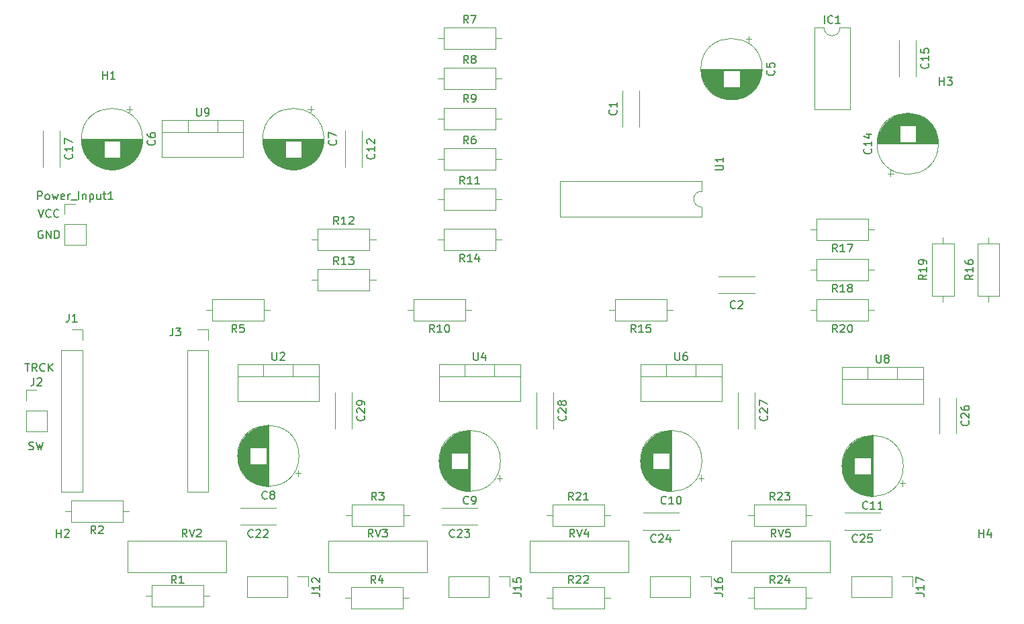
<source format=gto>
G04 #@! TF.GenerationSoftware,KiCad,Pcbnew,9.0.0*
G04 #@! TF.CreationDate,2025-02-20T18:45:09-05:00*
G04 #@! TF.ProjectId,battery emulator design 0.1,62617474-6572-4792-9065-6d756c61746f,rev?*
G04 #@! TF.SameCoordinates,Original*
G04 #@! TF.FileFunction,Legend,Top*
G04 #@! TF.FilePolarity,Positive*
%FSLAX46Y46*%
G04 Gerber Fmt 4.6, Leading zero omitted, Abs format (unit mm)*
G04 Created by KiCad (PCBNEW 9.0.0) date 2025-02-20 18:45:09*
%MOMM*%
%LPD*%
G01*
G04 APERTURE LIST*
%ADD10C,0.200000*%
%ADD11C,0.150000*%
%ADD12C,0.120000*%
%ADD13C,0.100000*%
G04 APERTURE END LIST*
D10*
X92555816Y-105801219D02*
X93127244Y-105801219D01*
X92841530Y-106801219D02*
X92841530Y-105801219D01*
X94032006Y-106801219D02*
X93698673Y-106325028D01*
X93460578Y-106801219D02*
X93460578Y-105801219D01*
X93460578Y-105801219D02*
X93841530Y-105801219D01*
X93841530Y-105801219D02*
X93936768Y-105848838D01*
X93936768Y-105848838D02*
X93984387Y-105896457D01*
X93984387Y-105896457D02*
X94032006Y-105991695D01*
X94032006Y-105991695D02*
X94032006Y-106134552D01*
X94032006Y-106134552D02*
X93984387Y-106229790D01*
X93984387Y-106229790D02*
X93936768Y-106277409D01*
X93936768Y-106277409D02*
X93841530Y-106325028D01*
X93841530Y-106325028D02*
X93460578Y-106325028D01*
X95032006Y-106705980D02*
X94984387Y-106753600D01*
X94984387Y-106753600D02*
X94841530Y-106801219D01*
X94841530Y-106801219D02*
X94746292Y-106801219D01*
X94746292Y-106801219D02*
X94603435Y-106753600D01*
X94603435Y-106753600D02*
X94508197Y-106658361D01*
X94508197Y-106658361D02*
X94460578Y-106563123D01*
X94460578Y-106563123D02*
X94412959Y-106372647D01*
X94412959Y-106372647D02*
X94412959Y-106229790D01*
X94412959Y-106229790D02*
X94460578Y-106039314D01*
X94460578Y-106039314D02*
X94508197Y-105944076D01*
X94508197Y-105944076D02*
X94603435Y-105848838D01*
X94603435Y-105848838D02*
X94746292Y-105801219D01*
X94746292Y-105801219D02*
X94841530Y-105801219D01*
X94841530Y-105801219D02*
X94984387Y-105848838D01*
X94984387Y-105848838D02*
X95032006Y-105896457D01*
X95460578Y-106801219D02*
X95460578Y-105801219D01*
X96032006Y-106801219D02*
X95603435Y-106229790D01*
X96032006Y-105801219D02*
X95460578Y-106372647D01*
X93032054Y-116659600D02*
X93174911Y-116707219D01*
X93174911Y-116707219D02*
X93413006Y-116707219D01*
X93413006Y-116707219D02*
X93508244Y-116659600D01*
X93508244Y-116659600D02*
X93555863Y-116611980D01*
X93555863Y-116611980D02*
X93603482Y-116516742D01*
X93603482Y-116516742D02*
X93603482Y-116421504D01*
X93603482Y-116421504D02*
X93555863Y-116326266D01*
X93555863Y-116326266D02*
X93508244Y-116278647D01*
X93508244Y-116278647D02*
X93413006Y-116231028D01*
X93413006Y-116231028D02*
X93222530Y-116183409D01*
X93222530Y-116183409D02*
X93127292Y-116135790D01*
X93127292Y-116135790D02*
X93079673Y-116088171D01*
X93079673Y-116088171D02*
X93032054Y-115992933D01*
X93032054Y-115992933D02*
X93032054Y-115897695D01*
X93032054Y-115897695D02*
X93079673Y-115802457D01*
X93079673Y-115802457D02*
X93127292Y-115754838D01*
X93127292Y-115754838D02*
X93222530Y-115707219D01*
X93222530Y-115707219D02*
X93460625Y-115707219D01*
X93460625Y-115707219D02*
X93603482Y-115754838D01*
X93936816Y-115707219D02*
X94174911Y-116707219D01*
X94174911Y-116707219D02*
X94365387Y-115992933D01*
X94365387Y-115992933D02*
X94555863Y-116707219D01*
X94555863Y-116707219D02*
X94793959Y-115707219D01*
X94746482Y-89084838D02*
X94651244Y-89037219D01*
X94651244Y-89037219D02*
X94508387Y-89037219D01*
X94508387Y-89037219D02*
X94365530Y-89084838D01*
X94365530Y-89084838D02*
X94270292Y-89180076D01*
X94270292Y-89180076D02*
X94222673Y-89275314D01*
X94222673Y-89275314D02*
X94175054Y-89465790D01*
X94175054Y-89465790D02*
X94175054Y-89608647D01*
X94175054Y-89608647D02*
X94222673Y-89799123D01*
X94222673Y-89799123D02*
X94270292Y-89894361D01*
X94270292Y-89894361D02*
X94365530Y-89989600D01*
X94365530Y-89989600D02*
X94508387Y-90037219D01*
X94508387Y-90037219D02*
X94603625Y-90037219D01*
X94603625Y-90037219D02*
X94746482Y-89989600D01*
X94746482Y-89989600D02*
X94794101Y-89941980D01*
X94794101Y-89941980D02*
X94794101Y-89608647D01*
X94794101Y-89608647D02*
X94603625Y-89608647D01*
X95222673Y-90037219D02*
X95222673Y-89037219D01*
X95222673Y-89037219D02*
X95794101Y-90037219D01*
X95794101Y-90037219D02*
X95794101Y-89037219D01*
X96270292Y-90037219D02*
X96270292Y-89037219D01*
X96270292Y-89037219D02*
X96508387Y-89037219D01*
X96508387Y-89037219D02*
X96651244Y-89084838D01*
X96651244Y-89084838D02*
X96746482Y-89180076D01*
X96746482Y-89180076D02*
X96794101Y-89275314D01*
X96794101Y-89275314D02*
X96841720Y-89465790D01*
X96841720Y-89465790D02*
X96841720Y-89608647D01*
X96841720Y-89608647D02*
X96794101Y-89799123D01*
X96794101Y-89799123D02*
X96746482Y-89894361D01*
X96746482Y-89894361D02*
X96651244Y-89989600D01*
X96651244Y-89989600D02*
X96508387Y-90037219D01*
X96508387Y-90037219D02*
X96270292Y-90037219D01*
X94206816Y-86370219D02*
X94540149Y-87370219D01*
X94540149Y-87370219D02*
X94873482Y-86370219D01*
X95778244Y-87274980D02*
X95730625Y-87322600D01*
X95730625Y-87322600D02*
X95587768Y-87370219D01*
X95587768Y-87370219D02*
X95492530Y-87370219D01*
X95492530Y-87370219D02*
X95349673Y-87322600D01*
X95349673Y-87322600D02*
X95254435Y-87227361D01*
X95254435Y-87227361D02*
X95206816Y-87132123D01*
X95206816Y-87132123D02*
X95159197Y-86941647D01*
X95159197Y-86941647D02*
X95159197Y-86798790D01*
X95159197Y-86798790D02*
X95206816Y-86608314D01*
X95206816Y-86608314D02*
X95254435Y-86513076D01*
X95254435Y-86513076D02*
X95349673Y-86417838D01*
X95349673Y-86417838D02*
X95492530Y-86370219D01*
X95492530Y-86370219D02*
X95587768Y-86370219D01*
X95587768Y-86370219D02*
X95730625Y-86417838D01*
X95730625Y-86417838D02*
X95778244Y-86465457D01*
X96778244Y-87274980D02*
X96730625Y-87322600D01*
X96730625Y-87322600D02*
X96587768Y-87370219D01*
X96587768Y-87370219D02*
X96492530Y-87370219D01*
X96492530Y-87370219D02*
X96349673Y-87322600D01*
X96349673Y-87322600D02*
X96254435Y-87227361D01*
X96254435Y-87227361D02*
X96206816Y-87132123D01*
X96206816Y-87132123D02*
X96159197Y-86941647D01*
X96159197Y-86941647D02*
X96159197Y-86798790D01*
X96159197Y-86798790D02*
X96206816Y-86608314D01*
X96206816Y-86608314D02*
X96254435Y-86513076D01*
X96254435Y-86513076D02*
X96349673Y-86417838D01*
X96349673Y-86417838D02*
X96492530Y-86370219D01*
X96492530Y-86370219D02*
X96587768Y-86370219D01*
X96587768Y-86370219D02*
X96730625Y-86417838D01*
X96730625Y-86417838D02*
X96778244Y-86465457D01*
D11*
X187063142Y-133550819D02*
X186729809Y-133074628D01*
X186491714Y-133550819D02*
X186491714Y-132550819D01*
X186491714Y-132550819D02*
X186872666Y-132550819D01*
X186872666Y-132550819D02*
X186967904Y-132598438D01*
X186967904Y-132598438D02*
X187015523Y-132646057D01*
X187015523Y-132646057D02*
X187063142Y-132741295D01*
X187063142Y-132741295D02*
X187063142Y-132884152D01*
X187063142Y-132884152D02*
X187015523Y-132979390D01*
X187015523Y-132979390D02*
X186967904Y-133027009D01*
X186967904Y-133027009D02*
X186872666Y-133074628D01*
X186872666Y-133074628D02*
X186491714Y-133074628D01*
X187444095Y-132646057D02*
X187491714Y-132598438D01*
X187491714Y-132598438D02*
X187586952Y-132550819D01*
X187586952Y-132550819D02*
X187825047Y-132550819D01*
X187825047Y-132550819D02*
X187920285Y-132598438D01*
X187920285Y-132598438D02*
X187967904Y-132646057D01*
X187967904Y-132646057D02*
X188015523Y-132741295D01*
X188015523Y-132741295D02*
X188015523Y-132836533D01*
X188015523Y-132836533D02*
X187967904Y-132979390D01*
X187967904Y-132979390D02*
X187396476Y-133550819D01*
X187396476Y-133550819D02*
X188015523Y-133550819D01*
X188872666Y-132884152D02*
X188872666Y-133550819D01*
X188634571Y-132503200D02*
X188396476Y-133217485D01*
X188396476Y-133217485D02*
X189015523Y-133217485D01*
X187063142Y-123052819D02*
X186729809Y-122576628D01*
X186491714Y-123052819D02*
X186491714Y-122052819D01*
X186491714Y-122052819D02*
X186872666Y-122052819D01*
X186872666Y-122052819D02*
X186967904Y-122100438D01*
X186967904Y-122100438D02*
X187015523Y-122148057D01*
X187015523Y-122148057D02*
X187063142Y-122243295D01*
X187063142Y-122243295D02*
X187063142Y-122386152D01*
X187063142Y-122386152D02*
X187015523Y-122481390D01*
X187015523Y-122481390D02*
X186967904Y-122529009D01*
X186967904Y-122529009D02*
X186872666Y-122576628D01*
X186872666Y-122576628D02*
X186491714Y-122576628D01*
X187444095Y-122148057D02*
X187491714Y-122100438D01*
X187491714Y-122100438D02*
X187586952Y-122052819D01*
X187586952Y-122052819D02*
X187825047Y-122052819D01*
X187825047Y-122052819D02*
X187920285Y-122100438D01*
X187920285Y-122100438D02*
X187967904Y-122148057D01*
X187967904Y-122148057D02*
X188015523Y-122243295D01*
X188015523Y-122243295D02*
X188015523Y-122338533D01*
X188015523Y-122338533D02*
X187967904Y-122481390D01*
X187967904Y-122481390D02*
X187396476Y-123052819D01*
X187396476Y-123052819D02*
X188015523Y-123052819D01*
X188348857Y-122052819D02*
X188967904Y-122052819D01*
X188967904Y-122052819D02*
X188634571Y-122433771D01*
X188634571Y-122433771D02*
X188777428Y-122433771D01*
X188777428Y-122433771D02*
X188872666Y-122481390D01*
X188872666Y-122481390D02*
X188920285Y-122529009D01*
X188920285Y-122529009D02*
X188967904Y-122624247D01*
X188967904Y-122624247D02*
X188967904Y-122862342D01*
X188967904Y-122862342D02*
X188920285Y-122957580D01*
X188920285Y-122957580D02*
X188872666Y-123005200D01*
X188872666Y-123005200D02*
X188777428Y-123052819D01*
X188777428Y-123052819D02*
X188491714Y-123052819D01*
X188491714Y-123052819D02*
X188396476Y-123005200D01*
X188396476Y-123005200D02*
X188348857Y-122957580D01*
X161663142Y-133550819D02*
X161329809Y-133074628D01*
X161091714Y-133550819D02*
X161091714Y-132550819D01*
X161091714Y-132550819D02*
X161472666Y-132550819D01*
X161472666Y-132550819D02*
X161567904Y-132598438D01*
X161567904Y-132598438D02*
X161615523Y-132646057D01*
X161615523Y-132646057D02*
X161663142Y-132741295D01*
X161663142Y-132741295D02*
X161663142Y-132884152D01*
X161663142Y-132884152D02*
X161615523Y-132979390D01*
X161615523Y-132979390D02*
X161567904Y-133027009D01*
X161567904Y-133027009D02*
X161472666Y-133074628D01*
X161472666Y-133074628D02*
X161091714Y-133074628D01*
X162044095Y-132646057D02*
X162091714Y-132598438D01*
X162091714Y-132598438D02*
X162186952Y-132550819D01*
X162186952Y-132550819D02*
X162425047Y-132550819D01*
X162425047Y-132550819D02*
X162520285Y-132598438D01*
X162520285Y-132598438D02*
X162567904Y-132646057D01*
X162567904Y-132646057D02*
X162615523Y-132741295D01*
X162615523Y-132741295D02*
X162615523Y-132836533D01*
X162615523Y-132836533D02*
X162567904Y-132979390D01*
X162567904Y-132979390D02*
X161996476Y-133550819D01*
X161996476Y-133550819D02*
X162615523Y-133550819D01*
X162996476Y-132646057D02*
X163044095Y-132598438D01*
X163044095Y-132598438D02*
X163139333Y-132550819D01*
X163139333Y-132550819D02*
X163377428Y-132550819D01*
X163377428Y-132550819D02*
X163472666Y-132598438D01*
X163472666Y-132598438D02*
X163520285Y-132646057D01*
X163520285Y-132646057D02*
X163567904Y-132741295D01*
X163567904Y-132741295D02*
X163567904Y-132836533D01*
X163567904Y-132836533D02*
X163520285Y-132979390D01*
X163520285Y-132979390D02*
X162948857Y-133550819D01*
X162948857Y-133550819D02*
X163567904Y-133550819D01*
X161663142Y-123052819D02*
X161329809Y-122576628D01*
X161091714Y-123052819D02*
X161091714Y-122052819D01*
X161091714Y-122052819D02*
X161472666Y-122052819D01*
X161472666Y-122052819D02*
X161567904Y-122100438D01*
X161567904Y-122100438D02*
X161615523Y-122148057D01*
X161615523Y-122148057D02*
X161663142Y-122243295D01*
X161663142Y-122243295D02*
X161663142Y-122386152D01*
X161663142Y-122386152D02*
X161615523Y-122481390D01*
X161615523Y-122481390D02*
X161567904Y-122529009D01*
X161567904Y-122529009D02*
X161472666Y-122576628D01*
X161472666Y-122576628D02*
X161091714Y-122576628D01*
X162044095Y-122148057D02*
X162091714Y-122100438D01*
X162091714Y-122100438D02*
X162186952Y-122052819D01*
X162186952Y-122052819D02*
X162425047Y-122052819D01*
X162425047Y-122052819D02*
X162520285Y-122100438D01*
X162520285Y-122100438D02*
X162567904Y-122148057D01*
X162567904Y-122148057D02*
X162615523Y-122243295D01*
X162615523Y-122243295D02*
X162615523Y-122338533D01*
X162615523Y-122338533D02*
X162567904Y-122481390D01*
X162567904Y-122481390D02*
X161996476Y-123052819D01*
X161996476Y-123052819D02*
X162615523Y-123052819D01*
X163567904Y-123052819D02*
X162996476Y-123052819D01*
X163282190Y-123052819D02*
X163282190Y-122052819D01*
X163282190Y-122052819D02*
X163186952Y-122195676D01*
X163186952Y-122195676D02*
X163091714Y-122290914D01*
X163091714Y-122290914D02*
X162996476Y-122338533D01*
X136739333Y-133550819D02*
X136406000Y-133074628D01*
X136167905Y-133550819D02*
X136167905Y-132550819D01*
X136167905Y-132550819D02*
X136548857Y-132550819D01*
X136548857Y-132550819D02*
X136644095Y-132598438D01*
X136644095Y-132598438D02*
X136691714Y-132646057D01*
X136691714Y-132646057D02*
X136739333Y-132741295D01*
X136739333Y-132741295D02*
X136739333Y-132884152D01*
X136739333Y-132884152D02*
X136691714Y-132979390D01*
X136691714Y-132979390D02*
X136644095Y-133027009D01*
X136644095Y-133027009D02*
X136548857Y-133074628D01*
X136548857Y-133074628D02*
X136167905Y-133074628D01*
X137596476Y-132884152D02*
X137596476Y-133550819D01*
X137358381Y-132503200D02*
X137120286Y-133217485D01*
X137120286Y-133217485D02*
X137739333Y-133217485D01*
X136833333Y-123052819D02*
X136500000Y-122576628D01*
X136261905Y-123052819D02*
X136261905Y-122052819D01*
X136261905Y-122052819D02*
X136642857Y-122052819D01*
X136642857Y-122052819D02*
X136738095Y-122100438D01*
X136738095Y-122100438D02*
X136785714Y-122148057D01*
X136785714Y-122148057D02*
X136833333Y-122243295D01*
X136833333Y-122243295D02*
X136833333Y-122386152D01*
X136833333Y-122386152D02*
X136785714Y-122481390D01*
X136785714Y-122481390D02*
X136738095Y-122529009D01*
X136738095Y-122529009D02*
X136642857Y-122576628D01*
X136642857Y-122576628D02*
X136261905Y-122576628D01*
X137166667Y-122052819D02*
X137785714Y-122052819D01*
X137785714Y-122052819D02*
X137452381Y-122433771D01*
X137452381Y-122433771D02*
X137595238Y-122433771D01*
X137595238Y-122433771D02*
X137690476Y-122481390D01*
X137690476Y-122481390D02*
X137738095Y-122529009D01*
X137738095Y-122529009D02*
X137785714Y-122624247D01*
X137785714Y-122624247D02*
X137785714Y-122862342D01*
X137785714Y-122862342D02*
X137738095Y-122957580D01*
X137738095Y-122957580D02*
X137690476Y-123005200D01*
X137690476Y-123005200D02*
X137595238Y-123052819D01*
X137595238Y-123052819D02*
X137309524Y-123052819D01*
X137309524Y-123052819D02*
X137214286Y-123005200D01*
X137214286Y-123005200D02*
X137166667Y-122957580D01*
X101433333Y-127284819D02*
X101100000Y-126808628D01*
X100861905Y-127284819D02*
X100861905Y-126284819D01*
X100861905Y-126284819D02*
X101242857Y-126284819D01*
X101242857Y-126284819D02*
X101338095Y-126332438D01*
X101338095Y-126332438D02*
X101385714Y-126380057D01*
X101385714Y-126380057D02*
X101433333Y-126475295D01*
X101433333Y-126475295D02*
X101433333Y-126618152D01*
X101433333Y-126618152D02*
X101385714Y-126713390D01*
X101385714Y-126713390D02*
X101338095Y-126761009D01*
X101338095Y-126761009D02*
X101242857Y-126808628D01*
X101242857Y-126808628D02*
X100861905Y-126808628D01*
X101814286Y-126380057D02*
X101861905Y-126332438D01*
X101861905Y-126332438D02*
X101957143Y-126284819D01*
X101957143Y-126284819D02*
X102195238Y-126284819D01*
X102195238Y-126284819D02*
X102290476Y-126332438D01*
X102290476Y-126332438D02*
X102338095Y-126380057D01*
X102338095Y-126380057D02*
X102385714Y-126475295D01*
X102385714Y-126475295D02*
X102385714Y-126570533D01*
X102385714Y-126570533D02*
X102338095Y-126713390D01*
X102338095Y-126713390D02*
X101766667Y-127284819D01*
X101766667Y-127284819D02*
X102385714Y-127284819D01*
X111593333Y-133550819D02*
X111260000Y-133074628D01*
X111021905Y-133550819D02*
X111021905Y-132550819D01*
X111021905Y-132550819D02*
X111402857Y-132550819D01*
X111402857Y-132550819D02*
X111498095Y-132598438D01*
X111498095Y-132598438D02*
X111545714Y-132646057D01*
X111545714Y-132646057D02*
X111593333Y-132741295D01*
X111593333Y-132741295D02*
X111593333Y-132884152D01*
X111593333Y-132884152D02*
X111545714Y-132979390D01*
X111545714Y-132979390D02*
X111498095Y-133027009D01*
X111498095Y-133027009D02*
X111402857Y-133074628D01*
X111402857Y-133074628D02*
X111021905Y-133074628D01*
X112545714Y-133550819D02*
X111974286Y-133550819D01*
X112260000Y-133550819D02*
X112260000Y-132550819D01*
X112260000Y-132550819D02*
X112164762Y-132693676D01*
X112164762Y-132693676D02*
X112069524Y-132788914D01*
X112069524Y-132788914D02*
X111974286Y-132836533D01*
X187204761Y-127708819D02*
X186871428Y-127232628D01*
X186633333Y-127708819D02*
X186633333Y-126708819D01*
X186633333Y-126708819D02*
X187014285Y-126708819D01*
X187014285Y-126708819D02*
X187109523Y-126756438D01*
X187109523Y-126756438D02*
X187157142Y-126804057D01*
X187157142Y-126804057D02*
X187204761Y-126899295D01*
X187204761Y-126899295D02*
X187204761Y-127042152D01*
X187204761Y-127042152D02*
X187157142Y-127137390D01*
X187157142Y-127137390D02*
X187109523Y-127185009D01*
X187109523Y-127185009D02*
X187014285Y-127232628D01*
X187014285Y-127232628D02*
X186633333Y-127232628D01*
X187490476Y-126708819D02*
X187823809Y-127708819D01*
X187823809Y-127708819D02*
X188157142Y-126708819D01*
X188966666Y-126708819D02*
X188490476Y-126708819D01*
X188490476Y-126708819D02*
X188442857Y-127185009D01*
X188442857Y-127185009D02*
X188490476Y-127137390D01*
X188490476Y-127137390D02*
X188585714Y-127089771D01*
X188585714Y-127089771D02*
X188823809Y-127089771D01*
X188823809Y-127089771D02*
X188919047Y-127137390D01*
X188919047Y-127137390D02*
X188966666Y-127185009D01*
X188966666Y-127185009D02*
X189014285Y-127280247D01*
X189014285Y-127280247D02*
X189014285Y-127518342D01*
X189014285Y-127518342D02*
X188966666Y-127613580D01*
X188966666Y-127613580D02*
X188919047Y-127661200D01*
X188919047Y-127661200D02*
X188823809Y-127708819D01*
X188823809Y-127708819D02*
X188585714Y-127708819D01*
X188585714Y-127708819D02*
X188490476Y-127661200D01*
X188490476Y-127661200D02*
X188442857Y-127613580D01*
X161804761Y-127708819D02*
X161471428Y-127232628D01*
X161233333Y-127708819D02*
X161233333Y-126708819D01*
X161233333Y-126708819D02*
X161614285Y-126708819D01*
X161614285Y-126708819D02*
X161709523Y-126756438D01*
X161709523Y-126756438D02*
X161757142Y-126804057D01*
X161757142Y-126804057D02*
X161804761Y-126899295D01*
X161804761Y-126899295D02*
X161804761Y-127042152D01*
X161804761Y-127042152D02*
X161757142Y-127137390D01*
X161757142Y-127137390D02*
X161709523Y-127185009D01*
X161709523Y-127185009D02*
X161614285Y-127232628D01*
X161614285Y-127232628D02*
X161233333Y-127232628D01*
X162090476Y-126708819D02*
X162423809Y-127708819D01*
X162423809Y-127708819D02*
X162757142Y-126708819D01*
X163519047Y-127042152D02*
X163519047Y-127708819D01*
X163280952Y-126661200D02*
X163042857Y-127375485D01*
X163042857Y-127375485D02*
X163661904Y-127375485D01*
X136404761Y-127708819D02*
X136071428Y-127232628D01*
X135833333Y-127708819D02*
X135833333Y-126708819D01*
X135833333Y-126708819D02*
X136214285Y-126708819D01*
X136214285Y-126708819D02*
X136309523Y-126756438D01*
X136309523Y-126756438D02*
X136357142Y-126804057D01*
X136357142Y-126804057D02*
X136404761Y-126899295D01*
X136404761Y-126899295D02*
X136404761Y-127042152D01*
X136404761Y-127042152D02*
X136357142Y-127137390D01*
X136357142Y-127137390D02*
X136309523Y-127185009D01*
X136309523Y-127185009D02*
X136214285Y-127232628D01*
X136214285Y-127232628D02*
X135833333Y-127232628D01*
X136690476Y-126708819D02*
X137023809Y-127708819D01*
X137023809Y-127708819D02*
X137357142Y-126708819D01*
X137595238Y-126708819D02*
X138214285Y-126708819D01*
X138214285Y-126708819D02*
X137880952Y-127089771D01*
X137880952Y-127089771D02*
X138023809Y-127089771D01*
X138023809Y-127089771D02*
X138119047Y-127137390D01*
X138119047Y-127137390D02*
X138166666Y-127185009D01*
X138166666Y-127185009D02*
X138214285Y-127280247D01*
X138214285Y-127280247D02*
X138214285Y-127518342D01*
X138214285Y-127518342D02*
X138166666Y-127613580D01*
X138166666Y-127613580D02*
X138119047Y-127661200D01*
X138119047Y-127661200D02*
X138023809Y-127708819D01*
X138023809Y-127708819D02*
X137738095Y-127708819D01*
X137738095Y-127708819D02*
X137642857Y-127661200D01*
X137642857Y-127661200D02*
X137595238Y-127613580D01*
X112942761Y-127708819D02*
X112609428Y-127232628D01*
X112371333Y-127708819D02*
X112371333Y-126708819D01*
X112371333Y-126708819D02*
X112752285Y-126708819D01*
X112752285Y-126708819D02*
X112847523Y-126756438D01*
X112847523Y-126756438D02*
X112895142Y-126804057D01*
X112895142Y-126804057D02*
X112942761Y-126899295D01*
X112942761Y-126899295D02*
X112942761Y-127042152D01*
X112942761Y-127042152D02*
X112895142Y-127137390D01*
X112895142Y-127137390D02*
X112847523Y-127185009D01*
X112847523Y-127185009D02*
X112752285Y-127232628D01*
X112752285Y-127232628D02*
X112371333Y-127232628D01*
X113228476Y-126708819D02*
X113561809Y-127708819D01*
X113561809Y-127708819D02*
X113895142Y-126708819D01*
X114180857Y-126804057D02*
X114228476Y-126756438D01*
X114228476Y-126756438D02*
X114323714Y-126708819D01*
X114323714Y-126708819D02*
X114561809Y-126708819D01*
X114561809Y-126708819D02*
X114657047Y-126756438D01*
X114657047Y-126756438D02*
X114704666Y-126804057D01*
X114704666Y-126804057D02*
X114752285Y-126899295D01*
X114752285Y-126899295D02*
X114752285Y-126994533D01*
X114752285Y-126994533D02*
X114704666Y-127137390D01*
X114704666Y-127137390D02*
X114133238Y-127708819D01*
X114133238Y-127708819D02*
X114752285Y-127708819D01*
X111172666Y-101308819D02*
X111172666Y-102023104D01*
X111172666Y-102023104D02*
X111125047Y-102165961D01*
X111125047Y-102165961D02*
X111029809Y-102261200D01*
X111029809Y-102261200D02*
X110886952Y-102308819D01*
X110886952Y-102308819D02*
X110791714Y-102308819D01*
X111553619Y-101308819D02*
X112172666Y-101308819D01*
X112172666Y-101308819D02*
X111839333Y-101689771D01*
X111839333Y-101689771D02*
X111982190Y-101689771D01*
X111982190Y-101689771D02*
X112077428Y-101737390D01*
X112077428Y-101737390D02*
X112125047Y-101785009D01*
X112125047Y-101785009D02*
X112172666Y-101880247D01*
X112172666Y-101880247D02*
X112172666Y-102118342D01*
X112172666Y-102118342D02*
X112125047Y-102213580D01*
X112125047Y-102213580D02*
X112077428Y-102261200D01*
X112077428Y-102261200D02*
X111982190Y-102308819D01*
X111982190Y-102308819D02*
X111696476Y-102308819D01*
X111696476Y-102308819D02*
X111601238Y-102261200D01*
X111601238Y-102261200D02*
X111553619Y-102213580D01*
X98091666Y-99554819D02*
X98091666Y-100269104D01*
X98091666Y-100269104D02*
X98044047Y-100411961D01*
X98044047Y-100411961D02*
X97948809Y-100507200D01*
X97948809Y-100507200D02*
X97805952Y-100554819D01*
X97805952Y-100554819D02*
X97710714Y-100554819D01*
X99091666Y-100554819D02*
X98520238Y-100554819D01*
X98805952Y-100554819D02*
X98805952Y-99554819D01*
X98805952Y-99554819D02*
X98710714Y-99697676D01*
X98710714Y-99697676D02*
X98615476Y-99792914D01*
X98615476Y-99792914D02*
X98520238Y-99840533D01*
X173367142Y-123469580D02*
X173319523Y-123517200D01*
X173319523Y-123517200D02*
X173176666Y-123564819D01*
X173176666Y-123564819D02*
X173081428Y-123564819D01*
X173081428Y-123564819D02*
X172938571Y-123517200D01*
X172938571Y-123517200D02*
X172843333Y-123421961D01*
X172843333Y-123421961D02*
X172795714Y-123326723D01*
X172795714Y-123326723D02*
X172748095Y-123136247D01*
X172748095Y-123136247D02*
X172748095Y-122993390D01*
X172748095Y-122993390D02*
X172795714Y-122802914D01*
X172795714Y-122802914D02*
X172843333Y-122707676D01*
X172843333Y-122707676D02*
X172938571Y-122612438D01*
X172938571Y-122612438D02*
X173081428Y-122564819D01*
X173081428Y-122564819D02*
X173176666Y-122564819D01*
X173176666Y-122564819D02*
X173319523Y-122612438D01*
X173319523Y-122612438D02*
X173367142Y-122660057D01*
X174319523Y-123564819D02*
X173748095Y-123564819D01*
X174033809Y-123564819D02*
X174033809Y-122564819D01*
X174033809Y-122564819D02*
X173938571Y-122707676D01*
X173938571Y-122707676D02*
X173843333Y-122802914D01*
X173843333Y-122802914D02*
X173748095Y-122850533D01*
X174938571Y-122564819D02*
X175033809Y-122564819D01*
X175033809Y-122564819D02*
X175129047Y-122612438D01*
X175129047Y-122612438D02*
X175176666Y-122660057D01*
X175176666Y-122660057D02*
X175224285Y-122755295D01*
X175224285Y-122755295D02*
X175271904Y-122945771D01*
X175271904Y-122945771D02*
X175271904Y-123183866D01*
X175271904Y-123183866D02*
X175224285Y-123374342D01*
X175224285Y-123374342D02*
X175176666Y-123469580D01*
X175176666Y-123469580D02*
X175129047Y-123517200D01*
X175129047Y-123517200D02*
X175033809Y-123564819D01*
X175033809Y-123564819D02*
X174938571Y-123564819D01*
X174938571Y-123564819D02*
X174843333Y-123517200D01*
X174843333Y-123517200D02*
X174795714Y-123469580D01*
X174795714Y-123469580D02*
X174748095Y-123374342D01*
X174748095Y-123374342D02*
X174700476Y-123183866D01*
X174700476Y-123183866D02*
X174700476Y-122945771D01*
X174700476Y-122945771D02*
X174748095Y-122755295D01*
X174748095Y-122755295D02*
X174795714Y-122660057D01*
X174795714Y-122660057D02*
X174843333Y-122612438D01*
X174843333Y-122612438D02*
X174938571Y-122564819D01*
X174498095Y-104404819D02*
X174498095Y-105214342D01*
X174498095Y-105214342D02*
X174545714Y-105309580D01*
X174545714Y-105309580D02*
X174593333Y-105357200D01*
X174593333Y-105357200D02*
X174688571Y-105404819D01*
X174688571Y-105404819D02*
X174879047Y-105404819D01*
X174879047Y-105404819D02*
X174974285Y-105357200D01*
X174974285Y-105357200D02*
X175021904Y-105309580D01*
X175021904Y-105309580D02*
X175069523Y-105214342D01*
X175069523Y-105214342D02*
X175069523Y-104404819D01*
X175974285Y-104404819D02*
X175783809Y-104404819D01*
X175783809Y-104404819D02*
X175688571Y-104452438D01*
X175688571Y-104452438D02*
X175640952Y-104500057D01*
X175640952Y-104500057D02*
X175545714Y-104642914D01*
X175545714Y-104642914D02*
X175498095Y-104833390D01*
X175498095Y-104833390D02*
X175498095Y-105214342D01*
X175498095Y-105214342D02*
X175545714Y-105309580D01*
X175545714Y-105309580D02*
X175593333Y-105357200D01*
X175593333Y-105357200D02*
X175688571Y-105404819D01*
X175688571Y-105404819D02*
X175879047Y-105404819D01*
X175879047Y-105404819D02*
X175974285Y-105357200D01*
X175974285Y-105357200D02*
X176021904Y-105309580D01*
X176021904Y-105309580D02*
X176069523Y-105214342D01*
X176069523Y-105214342D02*
X176069523Y-104976247D01*
X176069523Y-104976247D02*
X176021904Y-104881009D01*
X176021904Y-104881009D02*
X175974285Y-104833390D01*
X175974285Y-104833390D02*
X175879047Y-104785771D01*
X175879047Y-104785771D02*
X175688571Y-104785771D01*
X175688571Y-104785771D02*
X175593333Y-104833390D01*
X175593333Y-104833390D02*
X175545714Y-104881009D01*
X175545714Y-104881009D02*
X175498095Y-104976247D01*
X147947142Y-83174819D02*
X147613809Y-82698628D01*
X147375714Y-83174819D02*
X147375714Y-82174819D01*
X147375714Y-82174819D02*
X147756666Y-82174819D01*
X147756666Y-82174819D02*
X147851904Y-82222438D01*
X147851904Y-82222438D02*
X147899523Y-82270057D01*
X147899523Y-82270057D02*
X147947142Y-82365295D01*
X147947142Y-82365295D02*
X147947142Y-82508152D01*
X147947142Y-82508152D02*
X147899523Y-82603390D01*
X147899523Y-82603390D02*
X147851904Y-82651009D01*
X147851904Y-82651009D02*
X147756666Y-82698628D01*
X147756666Y-82698628D02*
X147375714Y-82698628D01*
X148899523Y-83174819D02*
X148328095Y-83174819D01*
X148613809Y-83174819D02*
X148613809Y-82174819D01*
X148613809Y-82174819D02*
X148518571Y-82317676D01*
X148518571Y-82317676D02*
X148423333Y-82412914D01*
X148423333Y-82412914D02*
X148328095Y-82460533D01*
X149851904Y-83174819D02*
X149280476Y-83174819D01*
X149566190Y-83174819D02*
X149566190Y-82174819D01*
X149566190Y-82174819D02*
X149470952Y-82317676D01*
X149470952Y-82317676D02*
X149375714Y-82412914D01*
X149375714Y-82412914D02*
X149280476Y-82460533D01*
X131724580Y-77656666D02*
X131772200Y-77704285D01*
X131772200Y-77704285D02*
X131819819Y-77847142D01*
X131819819Y-77847142D02*
X131819819Y-77942380D01*
X131819819Y-77942380D02*
X131772200Y-78085237D01*
X131772200Y-78085237D02*
X131676961Y-78180475D01*
X131676961Y-78180475D02*
X131581723Y-78228094D01*
X131581723Y-78228094D02*
X131391247Y-78275713D01*
X131391247Y-78275713D02*
X131248390Y-78275713D01*
X131248390Y-78275713D02*
X131057914Y-78228094D01*
X131057914Y-78228094D02*
X130962676Y-78180475D01*
X130962676Y-78180475D02*
X130867438Y-78085237D01*
X130867438Y-78085237D02*
X130819819Y-77942380D01*
X130819819Y-77942380D02*
X130819819Y-77847142D01*
X130819819Y-77847142D02*
X130867438Y-77704285D01*
X130867438Y-77704285D02*
X130915057Y-77656666D01*
X130819819Y-77323332D02*
X130819819Y-76656666D01*
X130819819Y-76656666D02*
X131819819Y-77085237D01*
X146677142Y-127654580D02*
X146629523Y-127702200D01*
X146629523Y-127702200D02*
X146486666Y-127749819D01*
X146486666Y-127749819D02*
X146391428Y-127749819D01*
X146391428Y-127749819D02*
X146248571Y-127702200D01*
X146248571Y-127702200D02*
X146153333Y-127606961D01*
X146153333Y-127606961D02*
X146105714Y-127511723D01*
X146105714Y-127511723D02*
X146058095Y-127321247D01*
X146058095Y-127321247D02*
X146058095Y-127178390D01*
X146058095Y-127178390D02*
X146105714Y-126987914D01*
X146105714Y-126987914D02*
X146153333Y-126892676D01*
X146153333Y-126892676D02*
X146248571Y-126797438D01*
X146248571Y-126797438D02*
X146391428Y-126749819D01*
X146391428Y-126749819D02*
X146486666Y-126749819D01*
X146486666Y-126749819D02*
X146629523Y-126797438D01*
X146629523Y-126797438D02*
X146677142Y-126845057D01*
X147058095Y-126845057D02*
X147105714Y-126797438D01*
X147105714Y-126797438D02*
X147200952Y-126749819D01*
X147200952Y-126749819D02*
X147439047Y-126749819D01*
X147439047Y-126749819D02*
X147534285Y-126797438D01*
X147534285Y-126797438D02*
X147581904Y-126845057D01*
X147581904Y-126845057D02*
X147629523Y-126940295D01*
X147629523Y-126940295D02*
X147629523Y-127035533D01*
X147629523Y-127035533D02*
X147581904Y-127178390D01*
X147581904Y-127178390D02*
X147010476Y-127749819D01*
X147010476Y-127749819D02*
X147629523Y-127749819D01*
X147962857Y-126749819D02*
X148581904Y-126749819D01*
X148581904Y-126749819D02*
X148248571Y-127130771D01*
X148248571Y-127130771D02*
X148391428Y-127130771D01*
X148391428Y-127130771D02*
X148486666Y-127178390D01*
X148486666Y-127178390D02*
X148534285Y-127226009D01*
X148534285Y-127226009D02*
X148581904Y-127321247D01*
X148581904Y-127321247D02*
X148581904Y-127559342D01*
X148581904Y-127559342D02*
X148534285Y-127654580D01*
X148534285Y-127654580D02*
X148486666Y-127702200D01*
X148486666Y-127702200D02*
X148391428Y-127749819D01*
X148391428Y-127749819D02*
X148105714Y-127749819D01*
X148105714Y-127749819D02*
X148010476Y-127702200D01*
X148010476Y-127702200D02*
X147962857Y-127654580D01*
X160674580Y-112402857D02*
X160722200Y-112450476D01*
X160722200Y-112450476D02*
X160769819Y-112593333D01*
X160769819Y-112593333D02*
X160769819Y-112688571D01*
X160769819Y-112688571D02*
X160722200Y-112831428D01*
X160722200Y-112831428D02*
X160626961Y-112926666D01*
X160626961Y-112926666D02*
X160531723Y-112974285D01*
X160531723Y-112974285D02*
X160341247Y-113021904D01*
X160341247Y-113021904D02*
X160198390Y-113021904D01*
X160198390Y-113021904D02*
X160007914Y-112974285D01*
X160007914Y-112974285D02*
X159912676Y-112926666D01*
X159912676Y-112926666D02*
X159817438Y-112831428D01*
X159817438Y-112831428D02*
X159769819Y-112688571D01*
X159769819Y-112688571D02*
X159769819Y-112593333D01*
X159769819Y-112593333D02*
X159817438Y-112450476D01*
X159817438Y-112450476D02*
X159865057Y-112402857D01*
X159865057Y-112021904D02*
X159817438Y-111974285D01*
X159817438Y-111974285D02*
X159769819Y-111879047D01*
X159769819Y-111879047D02*
X159769819Y-111640952D01*
X159769819Y-111640952D02*
X159817438Y-111545714D01*
X159817438Y-111545714D02*
X159865057Y-111498095D01*
X159865057Y-111498095D02*
X159960295Y-111450476D01*
X159960295Y-111450476D02*
X160055533Y-111450476D01*
X160055533Y-111450476D02*
X160198390Y-111498095D01*
X160198390Y-111498095D02*
X160769819Y-112069523D01*
X160769819Y-112069523D02*
X160769819Y-111450476D01*
X160198390Y-110879047D02*
X160150771Y-110974285D01*
X160150771Y-110974285D02*
X160103152Y-111021904D01*
X160103152Y-111021904D02*
X160007914Y-111069523D01*
X160007914Y-111069523D02*
X159960295Y-111069523D01*
X159960295Y-111069523D02*
X159865057Y-111021904D01*
X159865057Y-111021904D02*
X159817438Y-110974285D01*
X159817438Y-110974285D02*
X159769819Y-110879047D01*
X159769819Y-110879047D02*
X159769819Y-110688571D01*
X159769819Y-110688571D02*
X159817438Y-110593333D01*
X159817438Y-110593333D02*
X159865057Y-110545714D01*
X159865057Y-110545714D02*
X159960295Y-110498095D01*
X159960295Y-110498095D02*
X160007914Y-110498095D01*
X160007914Y-110498095D02*
X160103152Y-110545714D01*
X160103152Y-110545714D02*
X160150771Y-110593333D01*
X160150771Y-110593333D02*
X160198390Y-110688571D01*
X160198390Y-110688571D02*
X160198390Y-110879047D01*
X160198390Y-110879047D02*
X160246009Y-110974285D01*
X160246009Y-110974285D02*
X160293628Y-111021904D01*
X160293628Y-111021904D02*
X160388866Y-111069523D01*
X160388866Y-111069523D02*
X160579342Y-111069523D01*
X160579342Y-111069523D02*
X160674580Y-111021904D01*
X160674580Y-111021904D02*
X160722200Y-110974285D01*
X160722200Y-110974285D02*
X160769819Y-110879047D01*
X160769819Y-110879047D02*
X160769819Y-110688571D01*
X160769819Y-110688571D02*
X160722200Y-110593333D01*
X160722200Y-110593333D02*
X160674580Y-110545714D01*
X160674580Y-110545714D02*
X160579342Y-110498095D01*
X160579342Y-110498095D02*
X160388866Y-110498095D01*
X160388866Y-110498095D02*
X160293628Y-110545714D01*
X160293628Y-110545714D02*
X160246009Y-110593333D01*
X160246009Y-110593333D02*
X160198390Y-110688571D01*
X179504819Y-134794523D02*
X180219104Y-134794523D01*
X180219104Y-134794523D02*
X180361961Y-134842142D01*
X180361961Y-134842142D02*
X180457200Y-134937380D01*
X180457200Y-134937380D02*
X180504819Y-135080237D01*
X180504819Y-135080237D02*
X180504819Y-135175475D01*
X180504819Y-133794523D02*
X180504819Y-134365951D01*
X180504819Y-134080237D02*
X179504819Y-134080237D01*
X179504819Y-134080237D02*
X179647676Y-134175475D01*
X179647676Y-134175475D02*
X179742914Y-134270713D01*
X179742914Y-134270713D02*
X179790533Y-134365951D01*
X179504819Y-132937380D02*
X179504819Y-133127856D01*
X179504819Y-133127856D02*
X179552438Y-133223094D01*
X179552438Y-133223094D02*
X179600057Y-133270713D01*
X179600057Y-133270713D02*
X179742914Y-133365951D01*
X179742914Y-133365951D02*
X179933390Y-133413570D01*
X179933390Y-133413570D02*
X180314342Y-133413570D01*
X180314342Y-133413570D02*
X180409580Y-133365951D01*
X180409580Y-133365951D02*
X180457200Y-133318332D01*
X180457200Y-133318332D02*
X180504819Y-133223094D01*
X180504819Y-133223094D02*
X180504819Y-133032618D01*
X180504819Y-133032618D02*
X180457200Y-132937380D01*
X180457200Y-132937380D02*
X180409580Y-132889761D01*
X180409580Y-132889761D02*
X180314342Y-132842142D01*
X180314342Y-132842142D02*
X180076247Y-132842142D01*
X180076247Y-132842142D02*
X179981009Y-132889761D01*
X179981009Y-132889761D02*
X179933390Y-132937380D01*
X179933390Y-132937380D02*
X179885771Y-133032618D01*
X179885771Y-133032618D02*
X179885771Y-133223094D01*
X179885771Y-133223094D02*
X179933390Y-133318332D01*
X179933390Y-133318332D02*
X179981009Y-133365951D01*
X179981009Y-133365951D02*
X180076247Y-133413570D01*
X197477142Y-128289580D02*
X197429523Y-128337200D01*
X197429523Y-128337200D02*
X197286666Y-128384819D01*
X197286666Y-128384819D02*
X197191428Y-128384819D01*
X197191428Y-128384819D02*
X197048571Y-128337200D01*
X197048571Y-128337200D02*
X196953333Y-128241961D01*
X196953333Y-128241961D02*
X196905714Y-128146723D01*
X196905714Y-128146723D02*
X196858095Y-127956247D01*
X196858095Y-127956247D02*
X196858095Y-127813390D01*
X196858095Y-127813390D02*
X196905714Y-127622914D01*
X196905714Y-127622914D02*
X196953333Y-127527676D01*
X196953333Y-127527676D02*
X197048571Y-127432438D01*
X197048571Y-127432438D02*
X197191428Y-127384819D01*
X197191428Y-127384819D02*
X197286666Y-127384819D01*
X197286666Y-127384819D02*
X197429523Y-127432438D01*
X197429523Y-127432438D02*
X197477142Y-127480057D01*
X197858095Y-127480057D02*
X197905714Y-127432438D01*
X197905714Y-127432438D02*
X198000952Y-127384819D01*
X198000952Y-127384819D02*
X198239047Y-127384819D01*
X198239047Y-127384819D02*
X198334285Y-127432438D01*
X198334285Y-127432438D02*
X198381904Y-127480057D01*
X198381904Y-127480057D02*
X198429523Y-127575295D01*
X198429523Y-127575295D02*
X198429523Y-127670533D01*
X198429523Y-127670533D02*
X198381904Y-127813390D01*
X198381904Y-127813390D02*
X197810476Y-128384819D01*
X197810476Y-128384819D02*
X198429523Y-128384819D01*
X199334285Y-127384819D02*
X198858095Y-127384819D01*
X198858095Y-127384819D02*
X198810476Y-127861009D01*
X198810476Y-127861009D02*
X198858095Y-127813390D01*
X198858095Y-127813390D02*
X198953333Y-127765771D01*
X198953333Y-127765771D02*
X199191428Y-127765771D01*
X199191428Y-127765771D02*
X199286666Y-127813390D01*
X199286666Y-127813390D02*
X199334285Y-127861009D01*
X199334285Y-127861009D02*
X199381904Y-127956247D01*
X199381904Y-127956247D02*
X199381904Y-128194342D01*
X199381904Y-128194342D02*
X199334285Y-128289580D01*
X199334285Y-128289580D02*
X199286666Y-128337200D01*
X199286666Y-128337200D02*
X199191428Y-128384819D01*
X199191428Y-128384819D02*
X198953333Y-128384819D01*
X198953333Y-128384819D02*
X198858095Y-128337200D01*
X198858095Y-128337200D02*
X198810476Y-128289580D01*
X96520095Y-127742819D02*
X96520095Y-126742819D01*
X96520095Y-127219009D02*
X97091523Y-127219009D01*
X97091523Y-127742819D02*
X97091523Y-126742819D01*
X97520095Y-126838057D02*
X97567714Y-126790438D01*
X97567714Y-126790438D02*
X97662952Y-126742819D01*
X97662952Y-126742819D02*
X97901047Y-126742819D01*
X97901047Y-126742819D02*
X97996285Y-126790438D01*
X97996285Y-126790438D02*
X98043904Y-126838057D01*
X98043904Y-126838057D02*
X98091523Y-126933295D01*
X98091523Y-126933295D02*
X98091523Y-127028533D01*
X98091523Y-127028533D02*
X98043904Y-127171390D01*
X98043904Y-127171390D02*
X97472476Y-127742819D01*
X97472476Y-127742819D02*
X98091523Y-127742819D01*
X207852095Y-70685819D02*
X207852095Y-69685819D01*
X207852095Y-70162009D02*
X208423523Y-70162009D01*
X208423523Y-70685819D02*
X208423523Y-69685819D01*
X208804476Y-69685819D02*
X209423523Y-69685819D01*
X209423523Y-69685819D02*
X209090190Y-70066771D01*
X209090190Y-70066771D02*
X209233047Y-70066771D01*
X209233047Y-70066771D02*
X209328285Y-70114390D01*
X209328285Y-70114390D02*
X209375904Y-70162009D01*
X209375904Y-70162009D02*
X209423523Y-70257247D01*
X209423523Y-70257247D02*
X209423523Y-70495342D01*
X209423523Y-70495342D02*
X209375904Y-70590580D01*
X209375904Y-70590580D02*
X209328285Y-70638200D01*
X209328285Y-70638200D02*
X209233047Y-70685819D01*
X209233047Y-70685819D02*
X208947333Y-70685819D01*
X208947333Y-70685819D02*
X208852095Y-70638200D01*
X208852095Y-70638200D02*
X208804476Y-70590580D01*
X114173095Y-73599819D02*
X114173095Y-74409342D01*
X114173095Y-74409342D02*
X114220714Y-74504580D01*
X114220714Y-74504580D02*
X114268333Y-74552200D01*
X114268333Y-74552200D02*
X114363571Y-74599819D01*
X114363571Y-74599819D02*
X114554047Y-74599819D01*
X114554047Y-74599819D02*
X114649285Y-74552200D01*
X114649285Y-74552200D02*
X114696904Y-74504580D01*
X114696904Y-74504580D02*
X114744523Y-74409342D01*
X114744523Y-74409342D02*
X114744523Y-73599819D01*
X115268333Y-74599819D02*
X115458809Y-74599819D01*
X115458809Y-74599819D02*
X115554047Y-74552200D01*
X115554047Y-74552200D02*
X115601666Y-74504580D01*
X115601666Y-74504580D02*
X115696904Y-74361723D01*
X115696904Y-74361723D02*
X115744523Y-74171247D01*
X115744523Y-74171247D02*
X115744523Y-73790295D01*
X115744523Y-73790295D02*
X115696904Y-73695057D01*
X115696904Y-73695057D02*
X115649285Y-73647438D01*
X115649285Y-73647438D02*
X115554047Y-73599819D01*
X115554047Y-73599819D02*
X115363571Y-73599819D01*
X115363571Y-73599819D02*
X115268333Y-73647438D01*
X115268333Y-73647438D02*
X115220714Y-73695057D01*
X115220714Y-73695057D02*
X115173095Y-73790295D01*
X115173095Y-73790295D02*
X115173095Y-74028390D01*
X115173095Y-74028390D02*
X115220714Y-74123628D01*
X115220714Y-74123628D02*
X115268333Y-74171247D01*
X115268333Y-74171247D02*
X115363571Y-74218866D01*
X115363571Y-74218866D02*
X115554047Y-74218866D01*
X115554047Y-74218866D02*
X115649285Y-74171247D01*
X115649285Y-74171247D02*
X115696904Y-74123628D01*
X115696904Y-74123628D02*
X115744523Y-74028390D01*
X144137142Y-101884819D02*
X143803809Y-101408628D01*
X143565714Y-101884819D02*
X143565714Y-100884819D01*
X143565714Y-100884819D02*
X143946666Y-100884819D01*
X143946666Y-100884819D02*
X144041904Y-100932438D01*
X144041904Y-100932438D02*
X144089523Y-100980057D01*
X144089523Y-100980057D02*
X144137142Y-101075295D01*
X144137142Y-101075295D02*
X144137142Y-101218152D01*
X144137142Y-101218152D02*
X144089523Y-101313390D01*
X144089523Y-101313390D02*
X144041904Y-101361009D01*
X144041904Y-101361009D02*
X143946666Y-101408628D01*
X143946666Y-101408628D02*
X143565714Y-101408628D01*
X145089523Y-101884819D02*
X144518095Y-101884819D01*
X144803809Y-101884819D02*
X144803809Y-100884819D01*
X144803809Y-100884819D02*
X144708571Y-101027676D01*
X144708571Y-101027676D02*
X144613333Y-101122914D01*
X144613333Y-101122914D02*
X144518095Y-101170533D01*
X145708571Y-100884819D02*
X145803809Y-100884819D01*
X145803809Y-100884819D02*
X145899047Y-100932438D01*
X145899047Y-100932438D02*
X145946666Y-100980057D01*
X145946666Y-100980057D02*
X145994285Y-101075295D01*
X145994285Y-101075295D02*
X146041904Y-101265771D01*
X146041904Y-101265771D02*
X146041904Y-101503866D01*
X146041904Y-101503866D02*
X145994285Y-101694342D01*
X145994285Y-101694342D02*
X145946666Y-101789580D01*
X145946666Y-101789580D02*
X145899047Y-101837200D01*
X145899047Y-101837200D02*
X145803809Y-101884819D01*
X145803809Y-101884819D02*
X145708571Y-101884819D01*
X145708571Y-101884819D02*
X145613333Y-101837200D01*
X145613333Y-101837200D02*
X145565714Y-101789580D01*
X145565714Y-101789580D02*
X145518095Y-101694342D01*
X145518095Y-101694342D02*
X145470476Y-101503866D01*
X145470476Y-101503866D02*
X145470476Y-101265771D01*
X145470476Y-101265771D02*
X145518095Y-101075295D01*
X145518095Y-101075295D02*
X145565714Y-100980057D01*
X145565714Y-100980057D02*
X145613333Y-100932438D01*
X145613333Y-100932438D02*
X145708571Y-100884819D01*
X148423333Y-78094819D02*
X148090000Y-77618628D01*
X147851905Y-78094819D02*
X147851905Y-77094819D01*
X147851905Y-77094819D02*
X148232857Y-77094819D01*
X148232857Y-77094819D02*
X148328095Y-77142438D01*
X148328095Y-77142438D02*
X148375714Y-77190057D01*
X148375714Y-77190057D02*
X148423333Y-77285295D01*
X148423333Y-77285295D02*
X148423333Y-77428152D01*
X148423333Y-77428152D02*
X148375714Y-77523390D01*
X148375714Y-77523390D02*
X148328095Y-77571009D01*
X148328095Y-77571009D02*
X148232857Y-77618628D01*
X148232857Y-77618628D02*
X147851905Y-77618628D01*
X149280476Y-77094819D02*
X149090000Y-77094819D01*
X149090000Y-77094819D02*
X148994762Y-77142438D01*
X148994762Y-77142438D02*
X148947143Y-77190057D01*
X148947143Y-77190057D02*
X148851905Y-77332914D01*
X148851905Y-77332914D02*
X148804286Y-77523390D01*
X148804286Y-77523390D02*
X148804286Y-77904342D01*
X148804286Y-77904342D02*
X148851905Y-77999580D01*
X148851905Y-77999580D02*
X148899524Y-78047200D01*
X148899524Y-78047200D02*
X148994762Y-78094819D01*
X148994762Y-78094819D02*
X149185238Y-78094819D01*
X149185238Y-78094819D02*
X149280476Y-78047200D01*
X149280476Y-78047200D02*
X149328095Y-77999580D01*
X149328095Y-77999580D02*
X149375714Y-77904342D01*
X149375714Y-77904342D02*
X149375714Y-77666247D01*
X149375714Y-77666247D02*
X149328095Y-77571009D01*
X149328095Y-77571009D02*
X149280476Y-77523390D01*
X149280476Y-77523390D02*
X149185238Y-77475771D01*
X149185238Y-77475771D02*
X148994762Y-77475771D01*
X148994762Y-77475771D02*
X148899524Y-77523390D01*
X148899524Y-77523390D02*
X148851905Y-77571009D01*
X148851905Y-77571009D02*
X148804286Y-77666247D01*
X198767142Y-124104580D02*
X198719523Y-124152200D01*
X198719523Y-124152200D02*
X198576666Y-124199819D01*
X198576666Y-124199819D02*
X198481428Y-124199819D01*
X198481428Y-124199819D02*
X198338571Y-124152200D01*
X198338571Y-124152200D02*
X198243333Y-124056961D01*
X198243333Y-124056961D02*
X198195714Y-123961723D01*
X198195714Y-123961723D02*
X198148095Y-123771247D01*
X198148095Y-123771247D02*
X198148095Y-123628390D01*
X198148095Y-123628390D02*
X198195714Y-123437914D01*
X198195714Y-123437914D02*
X198243333Y-123342676D01*
X198243333Y-123342676D02*
X198338571Y-123247438D01*
X198338571Y-123247438D02*
X198481428Y-123199819D01*
X198481428Y-123199819D02*
X198576666Y-123199819D01*
X198576666Y-123199819D02*
X198719523Y-123247438D01*
X198719523Y-123247438D02*
X198767142Y-123295057D01*
X199719523Y-124199819D02*
X199148095Y-124199819D01*
X199433809Y-124199819D02*
X199433809Y-123199819D01*
X199433809Y-123199819D02*
X199338571Y-123342676D01*
X199338571Y-123342676D02*
X199243333Y-123437914D01*
X199243333Y-123437914D02*
X199148095Y-123485533D01*
X200671904Y-124199819D02*
X200100476Y-124199819D01*
X200386190Y-124199819D02*
X200386190Y-123199819D01*
X200386190Y-123199819D02*
X200290952Y-123342676D01*
X200290952Y-123342676D02*
X200195714Y-123437914D01*
X200195714Y-123437914D02*
X200100476Y-123485533D01*
X172077142Y-128289580D02*
X172029523Y-128337200D01*
X172029523Y-128337200D02*
X171886666Y-128384819D01*
X171886666Y-128384819D02*
X171791428Y-128384819D01*
X171791428Y-128384819D02*
X171648571Y-128337200D01*
X171648571Y-128337200D02*
X171553333Y-128241961D01*
X171553333Y-128241961D02*
X171505714Y-128146723D01*
X171505714Y-128146723D02*
X171458095Y-127956247D01*
X171458095Y-127956247D02*
X171458095Y-127813390D01*
X171458095Y-127813390D02*
X171505714Y-127622914D01*
X171505714Y-127622914D02*
X171553333Y-127527676D01*
X171553333Y-127527676D02*
X171648571Y-127432438D01*
X171648571Y-127432438D02*
X171791428Y-127384819D01*
X171791428Y-127384819D02*
X171886666Y-127384819D01*
X171886666Y-127384819D02*
X172029523Y-127432438D01*
X172029523Y-127432438D02*
X172077142Y-127480057D01*
X172458095Y-127480057D02*
X172505714Y-127432438D01*
X172505714Y-127432438D02*
X172600952Y-127384819D01*
X172600952Y-127384819D02*
X172839047Y-127384819D01*
X172839047Y-127384819D02*
X172934285Y-127432438D01*
X172934285Y-127432438D02*
X172981904Y-127480057D01*
X172981904Y-127480057D02*
X173029523Y-127575295D01*
X173029523Y-127575295D02*
X173029523Y-127670533D01*
X173029523Y-127670533D02*
X172981904Y-127813390D01*
X172981904Y-127813390D02*
X172410476Y-128384819D01*
X172410476Y-128384819D02*
X173029523Y-128384819D01*
X173886666Y-127718152D02*
X173886666Y-128384819D01*
X173648571Y-127337200D02*
X173410476Y-128051485D01*
X173410476Y-128051485D02*
X174029523Y-128051485D01*
X123043333Y-122834580D02*
X122995714Y-122882200D01*
X122995714Y-122882200D02*
X122852857Y-122929819D01*
X122852857Y-122929819D02*
X122757619Y-122929819D01*
X122757619Y-122929819D02*
X122614762Y-122882200D01*
X122614762Y-122882200D02*
X122519524Y-122786961D01*
X122519524Y-122786961D02*
X122471905Y-122691723D01*
X122471905Y-122691723D02*
X122424286Y-122501247D01*
X122424286Y-122501247D02*
X122424286Y-122358390D01*
X122424286Y-122358390D02*
X122471905Y-122167914D01*
X122471905Y-122167914D02*
X122519524Y-122072676D01*
X122519524Y-122072676D02*
X122614762Y-121977438D01*
X122614762Y-121977438D02*
X122757619Y-121929819D01*
X122757619Y-121929819D02*
X122852857Y-121929819D01*
X122852857Y-121929819D02*
X122995714Y-121977438D01*
X122995714Y-121977438D02*
X123043333Y-122025057D01*
X123614762Y-122358390D02*
X123519524Y-122310771D01*
X123519524Y-122310771D02*
X123471905Y-122263152D01*
X123471905Y-122263152D02*
X123424286Y-122167914D01*
X123424286Y-122167914D02*
X123424286Y-122120295D01*
X123424286Y-122120295D02*
X123471905Y-122025057D01*
X123471905Y-122025057D02*
X123519524Y-121977438D01*
X123519524Y-121977438D02*
X123614762Y-121929819D01*
X123614762Y-121929819D02*
X123805238Y-121929819D01*
X123805238Y-121929819D02*
X123900476Y-121977438D01*
X123900476Y-121977438D02*
X123948095Y-122025057D01*
X123948095Y-122025057D02*
X123995714Y-122120295D01*
X123995714Y-122120295D02*
X123995714Y-122167914D01*
X123995714Y-122167914D02*
X123948095Y-122263152D01*
X123948095Y-122263152D02*
X123900476Y-122310771D01*
X123900476Y-122310771D02*
X123805238Y-122358390D01*
X123805238Y-122358390D02*
X123614762Y-122358390D01*
X123614762Y-122358390D02*
X123519524Y-122406009D01*
X123519524Y-122406009D02*
X123471905Y-122453628D01*
X123471905Y-122453628D02*
X123424286Y-122548866D01*
X123424286Y-122548866D02*
X123424286Y-122739342D01*
X123424286Y-122739342D02*
X123471905Y-122834580D01*
X123471905Y-122834580D02*
X123519524Y-122882200D01*
X123519524Y-122882200D02*
X123614762Y-122929819D01*
X123614762Y-122929819D02*
X123805238Y-122929819D01*
X123805238Y-122929819D02*
X123900476Y-122882200D01*
X123900476Y-122882200D02*
X123948095Y-122834580D01*
X123948095Y-122834580D02*
X123995714Y-122739342D01*
X123995714Y-122739342D02*
X123995714Y-122548866D01*
X123995714Y-122548866D02*
X123948095Y-122453628D01*
X123948095Y-122453628D02*
X123900476Y-122406009D01*
X123900476Y-122406009D02*
X123805238Y-122358390D01*
X98444580Y-79382857D02*
X98492200Y-79430476D01*
X98492200Y-79430476D02*
X98539819Y-79573333D01*
X98539819Y-79573333D02*
X98539819Y-79668571D01*
X98539819Y-79668571D02*
X98492200Y-79811428D01*
X98492200Y-79811428D02*
X98396961Y-79906666D01*
X98396961Y-79906666D02*
X98301723Y-79954285D01*
X98301723Y-79954285D02*
X98111247Y-80001904D01*
X98111247Y-80001904D02*
X97968390Y-80001904D01*
X97968390Y-80001904D02*
X97777914Y-79954285D01*
X97777914Y-79954285D02*
X97682676Y-79906666D01*
X97682676Y-79906666D02*
X97587438Y-79811428D01*
X97587438Y-79811428D02*
X97539819Y-79668571D01*
X97539819Y-79668571D02*
X97539819Y-79573333D01*
X97539819Y-79573333D02*
X97587438Y-79430476D01*
X97587438Y-79430476D02*
X97635057Y-79382857D01*
X98539819Y-78430476D02*
X98539819Y-79001904D01*
X98539819Y-78716190D02*
X97539819Y-78716190D01*
X97539819Y-78716190D02*
X97682676Y-78811428D01*
X97682676Y-78811428D02*
X97777914Y-78906666D01*
X97777914Y-78906666D02*
X97825533Y-79001904D01*
X97539819Y-78097142D02*
X97539819Y-77430476D01*
X97539819Y-77430476D02*
X98539819Y-77859047D01*
X206394580Y-67952857D02*
X206442200Y-68000476D01*
X206442200Y-68000476D02*
X206489819Y-68143333D01*
X206489819Y-68143333D02*
X206489819Y-68238571D01*
X206489819Y-68238571D02*
X206442200Y-68381428D01*
X206442200Y-68381428D02*
X206346961Y-68476666D01*
X206346961Y-68476666D02*
X206251723Y-68524285D01*
X206251723Y-68524285D02*
X206061247Y-68571904D01*
X206061247Y-68571904D02*
X205918390Y-68571904D01*
X205918390Y-68571904D02*
X205727914Y-68524285D01*
X205727914Y-68524285D02*
X205632676Y-68476666D01*
X205632676Y-68476666D02*
X205537438Y-68381428D01*
X205537438Y-68381428D02*
X205489819Y-68238571D01*
X205489819Y-68238571D02*
X205489819Y-68143333D01*
X205489819Y-68143333D02*
X205537438Y-68000476D01*
X205537438Y-68000476D02*
X205585057Y-67952857D01*
X206489819Y-67000476D02*
X206489819Y-67571904D01*
X206489819Y-67286190D02*
X205489819Y-67286190D01*
X205489819Y-67286190D02*
X205632676Y-67381428D01*
X205632676Y-67381428D02*
X205727914Y-67476666D01*
X205727914Y-67476666D02*
X205775533Y-67571904D01*
X205489819Y-66095714D02*
X205489819Y-66571904D01*
X205489819Y-66571904D02*
X205966009Y-66619523D01*
X205966009Y-66619523D02*
X205918390Y-66571904D01*
X205918390Y-66571904D02*
X205870771Y-66476666D01*
X205870771Y-66476666D02*
X205870771Y-66238571D01*
X205870771Y-66238571D02*
X205918390Y-66143333D01*
X205918390Y-66143333D02*
X205966009Y-66095714D01*
X205966009Y-66095714D02*
X206061247Y-66048095D01*
X206061247Y-66048095D02*
X206299342Y-66048095D01*
X206299342Y-66048095D02*
X206394580Y-66095714D01*
X206394580Y-66095714D02*
X206442200Y-66143333D01*
X206442200Y-66143333D02*
X206489819Y-66238571D01*
X206489819Y-66238571D02*
X206489819Y-66476666D01*
X206489819Y-66476666D02*
X206442200Y-66571904D01*
X206442200Y-66571904D02*
X206394580Y-66619523D01*
X108864580Y-77656666D02*
X108912200Y-77704285D01*
X108912200Y-77704285D02*
X108959819Y-77847142D01*
X108959819Y-77847142D02*
X108959819Y-77942380D01*
X108959819Y-77942380D02*
X108912200Y-78085237D01*
X108912200Y-78085237D02*
X108816961Y-78180475D01*
X108816961Y-78180475D02*
X108721723Y-78228094D01*
X108721723Y-78228094D02*
X108531247Y-78275713D01*
X108531247Y-78275713D02*
X108388390Y-78275713D01*
X108388390Y-78275713D02*
X108197914Y-78228094D01*
X108197914Y-78228094D02*
X108102676Y-78180475D01*
X108102676Y-78180475D02*
X108007438Y-78085237D01*
X108007438Y-78085237D02*
X107959819Y-77942380D01*
X107959819Y-77942380D02*
X107959819Y-77847142D01*
X107959819Y-77847142D02*
X108007438Y-77704285D01*
X108007438Y-77704285D02*
X108055057Y-77656666D01*
X107959819Y-76799523D02*
X107959819Y-76989999D01*
X107959819Y-76989999D02*
X108007438Y-77085237D01*
X108007438Y-77085237D02*
X108055057Y-77132856D01*
X108055057Y-77132856D02*
X108197914Y-77228094D01*
X108197914Y-77228094D02*
X108388390Y-77275713D01*
X108388390Y-77275713D02*
X108769342Y-77275713D01*
X108769342Y-77275713D02*
X108864580Y-77228094D01*
X108864580Y-77228094D02*
X108912200Y-77180475D01*
X108912200Y-77180475D02*
X108959819Y-77085237D01*
X108959819Y-77085237D02*
X108959819Y-76894761D01*
X108959819Y-76894761D02*
X108912200Y-76799523D01*
X108912200Y-76799523D02*
X108864580Y-76751904D01*
X108864580Y-76751904D02*
X108769342Y-76704285D01*
X108769342Y-76704285D02*
X108531247Y-76704285D01*
X108531247Y-76704285D02*
X108436009Y-76751904D01*
X108436009Y-76751904D02*
X108388390Y-76799523D01*
X108388390Y-76799523D02*
X108340771Y-76894761D01*
X108340771Y-76894761D02*
X108340771Y-77085237D01*
X108340771Y-77085237D02*
X108388390Y-77180475D01*
X108388390Y-77180475D02*
X108436009Y-77228094D01*
X108436009Y-77228094D02*
X108531247Y-77275713D01*
X211474580Y-113037857D02*
X211522200Y-113085476D01*
X211522200Y-113085476D02*
X211569819Y-113228333D01*
X211569819Y-113228333D02*
X211569819Y-113323571D01*
X211569819Y-113323571D02*
X211522200Y-113466428D01*
X211522200Y-113466428D02*
X211426961Y-113561666D01*
X211426961Y-113561666D02*
X211331723Y-113609285D01*
X211331723Y-113609285D02*
X211141247Y-113656904D01*
X211141247Y-113656904D02*
X210998390Y-113656904D01*
X210998390Y-113656904D02*
X210807914Y-113609285D01*
X210807914Y-113609285D02*
X210712676Y-113561666D01*
X210712676Y-113561666D02*
X210617438Y-113466428D01*
X210617438Y-113466428D02*
X210569819Y-113323571D01*
X210569819Y-113323571D02*
X210569819Y-113228333D01*
X210569819Y-113228333D02*
X210617438Y-113085476D01*
X210617438Y-113085476D02*
X210665057Y-113037857D01*
X210665057Y-112656904D02*
X210617438Y-112609285D01*
X210617438Y-112609285D02*
X210569819Y-112514047D01*
X210569819Y-112514047D02*
X210569819Y-112275952D01*
X210569819Y-112275952D02*
X210617438Y-112180714D01*
X210617438Y-112180714D02*
X210665057Y-112133095D01*
X210665057Y-112133095D02*
X210760295Y-112085476D01*
X210760295Y-112085476D02*
X210855533Y-112085476D01*
X210855533Y-112085476D02*
X210998390Y-112133095D01*
X210998390Y-112133095D02*
X211569819Y-112704523D01*
X211569819Y-112704523D02*
X211569819Y-112085476D01*
X210569819Y-111228333D02*
X210569819Y-111418809D01*
X210569819Y-111418809D02*
X210617438Y-111514047D01*
X210617438Y-111514047D02*
X210665057Y-111561666D01*
X210665057Y-111561666D02*
X210807914Y-111656904D01*
X210807914Y-111656904D02*
X210998390Y-111704523D01*
X210998390Y-111704523D02*
X211379342Y-111704523D01*
X211379342Y-111704523D02*
X211474580Y-111656904D01*
X211474580Y-111656904D02*
X211522200Y-111609285D01*
X211522200Y-111609285D02*
X211569819Y-111514047D01*
X211569819Y-111514047D02*
X211569819Y-111323571D01*
X211569819Y-111323571D02*
X211522200Y-111228333D01*
X211522200Y-111228333D02*
X211474580Y-111180714D01*
X211474580Y-111180714D02*
X211379342Y-111133095D01*
X211379342Y-111133095D02*
X211141247Y-111133095D01*
X211141247Y-111133095D02*
X211046009Y-111180714D01*
X211046009Y-111180714D02*
X210998390Y-111228333D01*
X210998390Y-111228333D02*
X210950771Y-111323571D01*
X210950771Y-111323571D02*
X210950771Y-111514047D01*
X210950771Y-111514047D02*
X210998390Y-111609285D01*
X210998390Y-111609285D02*
X211046009Y-111656904D01*
X211046009Y-111656904D02*
X211141247Y-111704523D01*
X199194580Y-78727857D02*
X199242200Y-78775476D01*
X199242200Y-78775476D02*
X199289819Y-78918333D01*
X199289819Y-78918333D02*
X199289819Y-79013571D01*
X199289819Y-79013571D02*
X199242200Y-79156428D01*
X199242200Y-79156428D02*
X199146961Y-79251666D01*
X199146961Y-79251666D02*
X199051723Y-79299285D01*
X199051723Y-79299285D02*
X198861247Y-79346904D01*
X198861247Y-79346904D02*
X198718390Y-79346904D01*
X198718390Y-79346904D02*
X198527914Y-79299285D01*
X198527914Y-79299285D02*
X198432676Y-79251666D01*
X198432676Y-79251666D02*
X198337438Y-79156428D01*
X198337438Y-79156428D02*
X198289819Y-79013571D01*
X198289819Y-79013571D02*
X198289819Y-78918333D01*
X198289819Y-78918333D02*
X198337438Y-78775476D01*
X198337438Y-78775476D02*
X198385057Y-78727857D01*
X199289819Y-77775476D02*
X199289819Y-78346904D01*
X199289819Y-78061190D02*
X198289819Y-78061190D01*
X198289819Y-78061190D02*
X198432676Y-78156428D01*
X198432676Y-78156428D02*
X198527914Y-78251666D01*
X198527914Y-78251666D02*
X198575533Y-78346904D01*
X198623152Y-76918333D02*
X199289819Y-76918333D01*
X198242200Y-77156428D02*
X198956485Y-77394523D01*
X198956485Y-77394523D02*
X198956485Y-76775476D01*
X199898095Y-104714819D02*
X199898095Y-105524342D01*
X199898095Y-105524342D02*
X199945714Y-105619580D01*
X199945714Y-105619580D02*
X199993333Y-105667200D01*
X199993333Y-105667200D02*
X200088571Y-105714819D01*
X200088571Y-105714819D02*
X200279047Y-105714819D01*
X200279047Y-105714819D02*
X200374285Y-105667200D01*
X200374285Y-105667200D02*
X200421904Y-105619580D01*
X200421904Y-105619580D02*
X200469523Y-105524342D01*
X200469523Y-105524342D02*
X200469523Y-104714819D01*
X201088571Y-105143390D02*
X200993333Y-105095771D01*
X200993333Y-105095771D02*
X200945714Y-105048152D01*
X200945714Y-105048152D02*
X200898095Y-104952914D01*
X200898095Y-104952914D02*
X200898095Y-104905295D01*
X200898095Y-104905295D02*
X200945714Y-104810057D01*
X200945714Y-104810057D02*
X200993333Y-104762438D01*
X200993333Y-104762438D02*
X201088571Y-104714819D01*
X201088571Y-104714819D02*
X201279047Y-104714819D01*
X201279047Y-104714819D02*
X201374285Y-104762438D01*
X201374285Y-104762438D02*
X201421904Y-104810057D01*
X201421904Y-104810057D02*
X201469523Y-104905295D01*
X201469523Y-104905295D02*
X201469523Y-104952914D01*
X201469523Y-104952914D02*
X201421904Y-105048152D01*
X201421904Y-105048152D02*
X201374285Y-105095771D01*
X201374285Y-105095771D02*
X201279047Y-105143390D01*
X201279047Y-105143390D02*
X201088571Y-105143390D01*
X201088571Y-105143390D02*
X200993333Y-105191009D01*
X200993333Y-105191009D02*
X200945714Y-105238628D01*
X200945714Y-105238628D02*
X200898095Y-105333866D01*
X200898095Y-105333866D02*
X200898095Y-105524342D01*
X200898095Y-105524342D02*
X200945714Y-105619580D01*
X200945714Y-105619580D02*
X200993333Y-105667200D01*
X200993333Y-105667200D02*
X201088571Y-105714819D01*
X201088571Y-105714819D02*
X201279047Y-105714819D01*
X201279047Y-105714819D02*
X201374285Y-105667200D01*
X201374285Y-105667200D02*
X201421904Y-105619580D01*
X201421904Y-105619580D02*
X201469523Y-105524342D01*
X201469523Y-105524342D02*
X201469523Y-105333866D01*
X201469523Y-105333866D02*
X201421904Y-105238628D01*
X201421904Y-105238628D02*
X201374285Y-105191009D01*
X201374285Y-105191009D02*
X201279047Y-105143390D01*
X148443333Y-123469580D02*
X148395714Y-123517200D01*
X148395714Y-123517200D02*
X148252857Y-123564819D01*
X148252857Y-123564819D02*
X148157619Y-123564819D01*
X148157619Y-123564819D02*
X148014762Y-123517200D01*
X148014762Y-123517200D02*
X147919524Y-123421961D01*
X147919524Y-123421961D02*
X147871905Y-123326723D01*
X147871905Y-123326723D02*
X147824286Y-123136247D01*
X147824286Y-123136247D02*
X147824286Y-122993390D01*
X147824286Y-122993390D02*
X147871905Y-122802914D01*
X147871905Y-122802914D02*
X147919524Y-122707676D01*
X147919524Y-122707676D02*
X148014762Y-122612438D01*
X148014762Y-122612438D02*
X148157619Y-122564819D01*
X148157619Y-122564819D02*
X148252857Y-122564819D01*
X148252857Y-122564819D02*
X148395714Y-122612438D01*
X148395714Y-122612438D02*
X148443333Y-122660057D01*
X148919524Y-123564819D02*
X149110000Y-123564819D01*
X149110000Y-123564819D02*
X149205238Y-123517200D01*
X149205238Y-123517200D02*
X149252857Y-123469580D01*
X149252857Y-123469580D02*
X149348095Y-123326723D01*
X149348095Y-123326723D02*
X149395714Y-123136247D01*
X149395714Y-123136247D02*
X149395714Y-122755295D01*
X149395714Y-122755295D02*
X149348095Y-122660057D01*
X149348095Y-122660057D02*
X149300476Y-122612438D01*
X149300476Y-122612438D02*
X149205238Y-122564819D01*
X149205238Y-122564819D02*
X149014762Y-122564819D01*
X149014762Y-122564819D02*
X148919524Y-122612438D01*
X148919524Y-122612438D02*
X148871905Y-122660057D01*
X148871905Y-122660057D02*
X148824286Y-122755295D01*
X148824286Y-122755295D02*
X148824286Y-122993390D01*
X148824286Y-122993390D02*
X148871905Y-123088628D01*
X148871905Y-123088628D02*
X148919524Y-123136247D01*
X148919524Y-123136247D02*
X149014762Y-123183866D01*
X149014762Y-123183866D02*
X149205238Y-123183866D01*
X149205238Y-123183866D02*
X149300476Y-123136247D01*
X149300476Y-123136247D02*
X149348095Y-123088628D01*
X149348095Y-123088628D02*
X149395714Y-122993390D01*
X212852095Y-127742819D02*
X212852095Y-126742819D01*
X212852095Y-127219009D02*
X213423523Y-127219009D01*
X213423523Y-127742819D02*
X213423523Y-126742819D01*
X214328285Y-127076152D02*
X214328285Y-127742819D01*
X214090190Y-126695200D02*
X213852095Y-127409485D01*
X213852095Y-127409485D02*
X214471142Y-127409485D01*
X186074580Y-112402857D02*
X186122200Y-112450476D01*
X186122200Y-112450476D02*
X186169819Y-112593333D01*
X186169819Y-112593333D02*
X186169819Y-112688571D01*
X186169819Y-112688571D02*
X186122200Y-112831428D01*
X186122200Y-112831428D02*
X186026961Y-112926666D01*
X186026961Y-112926666D02*
X185931723Y-112974285D01*
X185931723Y-112974285D02*
X185741247Y-113021904D01*
X185741247Y-113021904D02*
X185598390Y-113021904D01*
X185598390Y-113021904D02*
X185407914Y-112974285D01*
X185407914Y-112974285D02*
X185312676Y-112926666D01*
X185312676Y-112926666D02*
X185217438Y-112831428D01*
X185217438Y-112831428D02*
X185169819Y-112688571D01*
X185169819Y-112688571D02*
X185169819Y-112593333D01*
X185169819Y-112593333D02*
X185217438Y-112450476D01*
X185217438Y-112450476D02*
X185265057Y-112402857D01*
X185265057Y-112021904D02*
X185217438Y-111974285D01*
X185217438Y-111974285D02*
X185169819Y-111879047D01*
X185169819Y-111879047D02*
X185169819Y-111640952D01*
X185169819Y-111640952D02*
X185217438Y-111545714D01*
X185217438Y-111545714D02*
X185265057Y-111498095D01*
X185265057Y-111498095D02*
X185360295Y-111450476D01*
X185360295Y-111450476D02*
X185455533Y-111450476D01*
X185455533Y-111450476D02*
X185598390Y-111498095D01*
X185598390Y-111498095D02*
X186169819Y-112069523D01*
X186169819Y-112069523D02*
X186169819Y-111450476D01*
X185169819Y-111117142D02*
X185169819Y-110450476D01*
X185169819Y-110450476D02*
X186169819Y-110879047D01*
X154104819Y-134794523D02*
X154819104Y-134794523D01*
X154819104Y-134794523D02*
X154961961Y-134842142D01*
X154961961Y-134842142D02*
X155057200Y-134937380D01*
X155057200Y-134937380D02*
X155104819Y-135080237D01*
X155104819Y-135080237D02*
X155104819Y-135175475D01*
X155104819Y-133794523D02*
X155104819Y-134365951D01*
X155104819Y-134080237D02*
X154104819Y-134080237D01*
X154104819Y-134080237D02*
X154247676Y-134175475D01*
X154247676Y-134175475D02*
X154342914Y-134270713D01*
X154342914Y-134270713D02*
X154390533Y-134365951D01*
X154104819Y-132889761D02*
X154104819Y-133365951D01*
X154104819Y-133365951D02*
X154581009Y-133413570D01*
X154581009Y-133413570D02*
X154533390Y-133365951D01*
X154533390Y-133365951D02*
X154485771Y-133270713D01*
X154485771Y-133270713D02*
X154485771Y-133032618D01*
X154485771Y-133032618D02*
X154533390Y-132937380D01*
X154533390Y-132937380D02*
X154581009Y-132889761D01*
X154581009Y-132889761D02*
X154676247Y-132842142D01*
X154676247Y-132842142D02*
X154914342Y-132842142D01*
X154914342Y-132842142D02*
X155009580Y-132889761D01*
X155009580Y-132889761D02*
X155057200Y-132937380D01*
X155057200Y-132937380D02*
X155104819Y-133032618D01*
X155104819Y-133032618D02*
X155104819Y-133270713D01*
X155104819Y-133270713D02*
X155057200Y-133365951D01*
X155057200Y-133365951D02*
X155009580Y-133413570D01*
X212079819Y-94622857D02*
X211603628Y-94956190D01*
X212079819Y-95194285D02*
X211079819Y-95194285D01*
X211079819Y-95194285D02*
X211079819Y-94813333D01*
X211079819Y-94813333D02*
X211127438Y-94718095D01*
X211127438Y-94718095D02*
X211175057Y-94670476D01*
X211175057Y-94670476D02*
X211270295Y-94622857D01*
X211270295Y-94622857D02*
X211413152Y-94622857D01*
X211413152Y-94622857D02*
X211508390Y-94670476D01*
X211508390Y-94670476D02*
X211556009Y-94718095D01*
X211556009Y-94718095D02*
X211603628Y-94813333D01*
X211603628Y-94813333D02*
X211603628Y-95194285D01*
X212079819Y-93670476D02*
X212079819Y-94241904D01*
X212079819Y-93956190D02*
X211079819Y-93956190D01*
X211079819Y-93956190D02*
X211222676Y-94051428D01*
X211222676Y-94051428D02*
X211317914Y-94146666D01*
X211317914Y-94146666D02*
X211365533Y-94241904D01*
X211079819Y-92813333D02*
X211079819Y-93003809D01*
X211079819Y-93003809D02*
X211127438Y-93099047D01*
X211127438Y-93099047D02*
X211175057Y-93146666D01*
X211175057Y-93146666D02*
X211317914Y-93241904D01*
X211317914Y-93241904D02*
X211508390Y-93289523D01*
X211508390Y-93289523D02*
X211889342Y-93289523D01*
X211889342Y-93289523D02*
X211984580Y-93241904D01*
X211984580Y-93241904D02*
X212032200Y-93194285D01*
X212032200Y-93194285D02*
X212079819Y-93099047D01*
X212079819Y-93099047D02*
X212079819Y-92908571D01*
X212079819Y-92908571D02*
X212032200Y-92813333D01*
X212032200Y-92813333D02*
X211984580Y-92765714D01*
X211984580Y-92765714D02*
X211889342Y-92718095D01*
X211889342Y-92718095D02*
X211651247Y-92718095D01*
X211651247Y-92718095D02*
X211556009Y-92765714D01*
X211556009Y-92765714D02*
X211508390Y-92813333D01*
X211508390Y-92813333D02*
X211460771Y-92908571D01*
X211460771Y-92908571D02*
X211460771Y-93099047D01*
X211460771Y-93099047D02*
X211508390Y-93194285D01*
X211508390Y-93194285D02*
X211556009Y-93241904D01*
X211556009Y-93241904D02*
X211651247Y-93289523D01*
X149098095Y-104404819D02*
X149098095Y-105214342D01*
X149098095Y-105214342D02*
X149145714Y-105309580D01*
X149145714Y-105309580D02*
X149193333Y-105357200D01*
X149193333Y-105357200D02*
X149288571Y-105404819D01*
X149288571Y-105404819D02*
X149479047Y-105404819D01*
X149479047Y-105404819D02*
X149574285Y-105357200D01*
X149574285Y-105357200D02*
X149621904Y-105309580D01*
X149621904Y-105309580D02*
X149669523Y-105214342D01*
X149669523Y-105214342D02*
X149669523Y-104404819D01*
X150574285Y-104738152D02*
X150574285Y-105404819D01*
X150336190Y-104357200D02*
X150098095Y-105071485D01*
X150098095Y-105071485D02*
X150717142Y-105071485D01*
X94138714Y-85119819D02*
X94138714Y-84119819D01*
X94138714Y-84119819D02*
X94519666Y-84119819D01*
X94519666Y-84119819D02*
X94614904Y-84167438D01*
X94614904Y-84167438D02*
X94662523Y-84215057D01*
X94662523Y-84215057D02*
X94710142Y-84310295D01*
X94710142Y-84310295D02*
X94710142Y-84453152D01*
X94710142Y-84453152D02*
X94662523Y-84548390D01*
X94662523Y-84548390D02*
X94614904Y-84596009D01*
X94614904Y-84596009D02*
X94519666Y-84643628D01*
X94519666Y-84643628D02*
X94138714Y-84643628D01*
X95281571Y-85119819D02*
X95186333Y-85072200D01*
X95186333Y-85072200D02*
X95138714Y-85024580D01*
X95138714Y-85024580D02*
X95091095Y-84929342D01*
X95091095Y-84929342D02*
X95091095Y-84643628D01*
X95091095Y-84643628D02*
X95138714Y-84548390D01*
X95138714Y-84548390D02*
X95186333Y-84500771D01*
X95186333Y-84500771D02*
X95281571Y-84453152D01*
X95281571Y-84453152D02*
X95424428Y-84453152D01*
X95424428Y-84453152D02*
X95519666Y-84500771D01*
X95519666Y-84500771D02*
X95567285Y-84548390D01*
X95567285Y-84548390D02*
X95614904Y-84643628D01*
X95614904Y-84643628D02*
X95614904Y-84929342D01*
X95614904Y-84929342D02*
X95567285Y-85024580D01*
X95567285Y-85024580D02*
X95519666Y-85072200D01*
X95519666Y-85072200D02*
X95424428Y-85119819D01*
X95424428Y-85119819D02*
X95281571Y-85119819D01*
X95948238Y-84453152D02*
X96138714Y-85119819D01*
X96138714Y-85119819D02*
X96329190Y-84643628D01*
X96329190Y-84643628D02*
X96519666Y-85119819D01*
X96519666Y-85119819D02*
X96710142Y-84453152D01*
X97472047Y-85072200D02*
X97376809Y-85119819D01*
X97376809Y-85119819D02*
X97186333Y-85119819D01*
X97186333Y-85119819D02*
X97091095Y-85072200D01*
X97091095Y-85072200D02*
X97043476Y-84976961D01*
X97043476Y-84976961D02*
X97043476Y-84596009D01*
X97043476Y-84596009D02*
X97091095Y-84500771D01*
X97091095Y-84500771D02*
X97186333Y-84453152D01*
X97186333Y-84453152D02*
X97376809Y-84453152D01*
X97376809Y-84453152D02*
X97472047Y-84500771D01*
X97472047Y-84500771D02*
X97519666Y-84596009D01*
X97519666Y-84596009D02*
X97519666Y-84691247D01*
X97519666Y-84691247D02*
X97043476Y-84786485D01*
X97948238Y-85119819D02*
X97948238Y-84453152D01*
X97948238Y-84643628D02*
X97995857Y-84548390D01*
X97995857Y-84548390D02*
X98043476Y-84500771D01*
X98043476Y-84500771D02*
X98138714Y-84453152D01*
X98138714Y-84453152D02*
X98233952Y-84453152D01*
X98329191Y-85215057D02*
X99091095Y-85215057D01*
X99329191Y-85119819D02*
X99329191Y-84119819D01*
X99805381Y-84453152D02*
X99805381Y-85119819D01*
X99805381Y-84548390D02*
X99853000Y-84500771D01*
X99853000Y-84500771D02*
X99948238Y-84453152D01*
X99948238Y-84453152D02*
X100091095Y-84453152D01*
X100091095Y-84453152D02*
X100186333Y-84500771D01*
X100186333Y-84500771D02*
X100233952Y-84596009D01*
X100233952Y-84596009D02*
X100233952Y-85119819D01*
X100710143Y-84453152D02*
X100710143Y-85453152D01*
X100710143Y-84500771D02*
X100805381Y-84453152D01*
X100805381Y-84453152D02*
X100995857Y-84453152D01*
X100995857Y-84453152D02*
X101091095Y-84500771D01*
X101091095Y-84500771D02*
X101138714Y-84548390D01*
X101138714Y-84548390D02*
X101186333Y-84643628D01*
X101186333Y-84643628D02*
X101186333Y-84929342D01*
X101186333Y-84929342D02*
X101138714Y-85024580D01*
X101138714Y-85024580D02*
X101091095Y-85072200D01*
X101091095Y-85072200D02*
X100995857Y-85119819D01*
X100995857Y-85119819D02*
X100805381Y-85119819D01*
X100805381Y-85119819D02*
X100710143Y-85072200D01*
X102043476Y-84453152D02*
X102043476Y-85119819D01*
X101614905Y-84453152D02*
X101614905Y-84976961D01*
X101614905Y-84976961D02*
X101662524Y-85072200D01*
X101662524Y-85072200D02*
X101757762Y-85119819D01*
X101757762Y-85119819D02*
X101900619Y-85119819D01*
X101900619Y-85119819D02*
X101995857Y-85072200D01*
X101995857Y-85072200D02*
X102043476Y-85024580D01*
X102376810Y-84453152D02*
X102757762Y-84453152D01*
X102519667Y-84119819D02*
X102519667Y-84976961D01*
X102519667Y-84976961D02*
X102567286Y-85072200D01*
X102567286Y-85072200D02*
X102662524Y-85119819D01*
X102662524Y-85119819D02*
X102757762Y-85119819D01*
X103614905Y-85119819D02*
X103043477Y-85119819D01*
X103329191Y-85119819D02*
X103329191Y-84119819D01*
X103329191Y-84119819D02*
X103233953Y-84262676D01*
X103233953Y-84262676D02*
X103138715Y-84357914D01*
X103138715Y-84357914D02*
X103043477Y-84405533D01*
X194937142Y-101884819D02*
X194603809Y-101408628D01*
X194365714Y-101884819D02*
X194365714Y-100884819D01*
X194365714Y-100884819D02*
X194746666Y-100884819D01*
X194746666Y-100884819D02*
X194841904Y-100932438D01*
X194841904Y-100932438D02*
X194889523Y-100980057D01*
X194889523Y-100980057D02*
X194937142Y-101075295D01*
X194937142Y-101075295D02*
X194937142Y-101218152D01*
X194937142Y-101218152D02*
X194889523Y-101313390D01*
X194889523Y-101313390D02*
X194841904Y-101361009D01*
X194841904Y-101361009D02*
X194746666Y-101408628D01*
X194746666Y-101408628D02*
X194365714Y-101408628D01*
X195318095Y-100980057D02*
X195365714Y-100932438D01*
X195365714Y-100932438D02*
X195460952Y-100884819D01*
X195460952Y-100884819D02*
X195699047Y-100884819D01*
X195699047Y-100884819D02*
X195794285Y-100932438D01*
X195794285Y-100932438D02*
X195841904Y-100980057D01*
X195841904Y-100980057D02*
X195889523Y-101075295D01*
X195889523Y-101075295D02*
X195889523Y-101170533D01*
X195889523Y-101170533D02*
X195841904Y-101313390D01*
X195841904Y-101313390D02*
X195270476Y-101884819D01*
X195270476Y-101884819D02*
X195889523Y-101884819D01*
X196508571Y-100884819D02*
X196603809Y-100884819D01*
X196603809Y-100884819D02*
X196699047Y-100932438D01*
X196699047Y-100932438D02*
X196746666Y-100980057D01*
X196746666Y-100980057D02*
X196794285Y-101075295D01*
X196794285Y-101075295D02*
X196841904Y-101265771D01*
X196841904Y-101265771D02*
X196841904Y-101503866D01*
X196841904Y-101503866D02*
X196794285Y-101694342D01*
X196794285Y-101694342D02*
X196746666Y-101789580D01*
X196746666Y-101789580D02*
X196699047Y-101837200D01*
X196699047Y-101837200D02*
X196603809Y-101884819D01*
X196603809Y-101884819D02*
X196508571Y-101884819D01*
X196508571Y-101884819D02*
X196413333Y-101837200D01*
X196413333Y-101837200D02*
X196365714Y-101789580D01*
X196365714Y-101789580D02*
X196318095Y-101694342D01*
X196318095Y-101694342D02*
X196270476Y-101503866D01*
X196270476Y-101503866D02*
X196270476Y-101265771D01*
X196270476Y-101265771D02*
X196318095Y-101075295D01*
X196318095Y-101075295D02*
X196365714Y-100980057D01*
X196365714Y-100980057D02*
X196413333Y-100932438D01*
X196413333Y-100932438D02*
X196508571Y-100884819D01*
X121277142Y-127654580D02*
X121229523Y-127702200D01*
X121229523Y-127702200D02*
X121086666Y-127749819D01*
X121086666Y-127749819D02*
X120991428Y-127749819D01*
X120991428Y-127749819D02*
X120848571Y-127702200D01*
X120848571Y-127702200D02*
X120753333Y-127606961D01*
X120753333Y-127606961D02*
X120705714Y-127511723D01*
X120705714Y-127511723D02*
X120658095Y-127321247D01*
X120658095Y-127321247D02*
X120658095Y-127178390D01*
X120658095Y-127178390D02*
X120705714Y-126987914D01*
X120705714Y-126987914D02*
X120753333Y-126892676D01*
X120753333Y-126892676D02*
X120848571Y-126797438D01*
X120848571Y-126797438D02*
X120991428Y-126749819D01*
X120991428Y-126749819D02*
X121086666Y-126749819D01*
X121086666Y-126749819D02*
X121229523Y-126797438D01*
X121229523Y-126797438D02*
X121277142Y-126845057D01*
X121658095Y-126845057D02*
X121705714Y-126797438D01*
X121705714Y-126797438D02*
X121800952Y-126749819D01*
X121800952Y-126749819D02*
X122039047Y-126749819D01*
X122039047Y-126749819D02*
X122134285Y-126797438D01*
X122134285Y-126797438D02*
X122181904Y-126845057D01*
X122181904Y-126845057D02*
X122229523Y-126940295D01*
X122229523Y-126940295D02*
X122229523Y-127035533D01*
X122229523Y-127035533D02*
X122181904Y-127178390D01*
X122181904Y-127178390D02*
X121610476Y-127749819D01*
X121610476Y-127749819D02*
X122229523Y-127749819D01*
X122610476Y-126845057D02*
X122658095Y-126797438D01*
X122658095Y-126797438D02*
X122753333Y-126749819D01*
X122753333Y-126749819D02*
X122991428Y-126749819D01*
X122991428Y-126749819D02*
X123086666Y-126797438D01*
X123086666Y-126797438D02*
X123134285Y-126845057D01*
X123134285Y-126845057D02*
X123181904Y-126940295D01*
X123181904Y-126940295D02*
X123181904Y-127035533D01*
X123181904Y-127035533D02*
X123134285Y-127178390D01*
X123134285Y-127178390D02*
X122562857Y-127749819D01*
X122562857Y-127749819D02*
X123181904Y-127749819D01*
X93646666Y-107614819D02*
X93646666Y-108329104D01*
X93646666Y-108329104D02*
X93599047Y-108471961D01*
X93599047Y-108471961D02*
X93503809Y-108567200D01*
X93503809Y-108567200D02*
X93360952Y-108614819D01*
X93360952Y-108614819D02*
X93265714Y-108614819D01*
X94075238Y-107710057D02*
X94122857Y-107662438D01*
X94122857Y-107662438D02*
X94218095Y-107614819D01*
X94218095Y-107614819D02*
X94456190Y-107614819D01*
X94456190Y-107614819D02*
X94551428Y-107662438D01*
X94551428Y-107662438D02*
X94599047Y-107710057D01*
X94599047Y-107710057D02*
X94646666Y-107805295D01*
X94646666Y-107805295D02*
X94646666Y-107900533D01*
X94646666Y-107900533D02*
X94599047Y-108043390D01*
X94599047Y-108043390D02*
X94027619Y-108614819D01*
X94027619Y-108614819D02*
X94646666Y-108614819D01*
X193318810Y-62904819D02*
X193318810Y-61904819D01*
X194366428Y-62809580D02*
X194318809Y-62857200D01*
X194318809Y-62857200D02*
X194175952Y-62904819D01*
X194175952Y-62904819D02*
X194080714Y-62904819D01*
X194080714Y-62904819D02*
X193937857Y-62857200D01*
X193937857Y-62857200D02*
X193842619Y-62761961D01*
X193842619Y-62761961D02*
X193795000Y-62666723D01*
X193795000Y-62666723D02*
X193747381Y-62476247D01*
X193747381Y-62476247D02*
X193747381Y-62333390D01*
X193747381Y-62333390D02*
X193795000Y-62142914D01*
X193795000Y-62142914D02*
X193842619Y-62047676D01*
X193842619Y-62047676D02*
X193937857Y-61952438D01*
X193937857Y-61952438D02*
X194080714Y-61904819D01*
X194080714Y-61904819D02*
X194175952Y-61904819D01*
X194175952Y-61904819D02*
X194318809Y-61952438D01*
X194318809Y-61952438D02*
X194366428Y-62000057D01*
X195318809Y-62904819D02*
X194747381Y-62904819D01*
X195033095Y-62904819D02*
X195033095Y-61904819D01*
X195033095Y-61904819D02*
X194937857Y-62047676D01*
X194937857Y-62047676D02*
X194842619Y-62142914D01*
X194842619Y-62142914D02*
X194747381Y-62190533D01*
X204904819Y-134794523D02*
X205619104Y-134794523D01*
X205619104Y-134794523D02*
X205761961Y-134842142D01*
X205761961Y-134842142D02*
X205857200Y-134937380D01*
X205857200Y-134937380D02*
X205904819Y-135080237D01*
X205904819Y-135080237D02*
X205904819Y-135175475D01*
X205904819Y-133794523D02*
X205904819Y-134365951D01*
X205904819Y-134080237D02*
X204904819Y-134080237D01*
X204904819Y-134080237D02*
X205047676Y-134175475D01*
X205047676Y-134175475D02*
X205142914Y-134270713D01*
X205142914Y-134270713D02*
X205190533Y-134365951D01*
X204904819Y-133461189D02*
X204904819Y-132794523D01*
X204904819Y-132794523D02*
X205904819Y-133223094D01*
X102315095Y-69923819D02*
X102315095Y-68923819D01*
X102315095Y-69400009D02*
X102886523Y-69400009D01*
X102886523Y-69923819D02*
X102886523Y-68923819D01*
X103886523Y-69923819D02*
X103315095Y-69923819D01*
X103600809Y-69923819D02*
X103600809Y-68923819D01*
X103600809Y-68923819D02*
X103505571Y-69066676D01*
X103505571Y-69066676D02*
X103410333Y-69161914D01*
X103410333Y-69161914D02*
X103315095Y-69209533D01*
X182078333Y-98784580D02*
X182030714Y-98832200D01*
X182030714Y-98832200D02*
X181887857Y-98879819D01*
X181887857Y-98879819D02*
X181792619Y-98879819D01*
X181792619Y-98879819D02*
X181649762Y-98832200D01*
X181649762Y-98832200D02*
X181554524Y-98736961D01*
X181554524Y-98736961D02*
X181506905Y-98641723D01*
X181506905Y-98641723D02*
X181459286Y-98451247D01*
X181459286Y-98451247D02*
X181459286Y-98308390D01*
X181459286Y-98308390D02*
X181506905Y-98117914D01*
X181506905Y-98117914D02*
X181554524Y-98022676D01*
X181554524Y-98022676D02*
X181649762Y-97927438D01*
X181649762Y-97927438D02*
X181792619Y-97879819D01*
X181792619Y-97879819D02*
X181887857Y-97879819D01*
X181887857Y-97879819D02*
X182030714Y-97927438D01*
X182030714Y-97927438D02*
X182078333Y-97975057D01*
X182459286Y-97975057D02*
X182506905Y-97927438D01*
X182506905Y-97927438D02*
X182602143Y-97879819D01*
X182602143Y-97879819D02*
X182840238Y-97879819D01*
X182840238Y-97879819D02*
X182935476Y-97927438D01*
X182935476Y-97927438D02*
X182983095Y-97975057D01*
X182983095Y-97975057D02*
X183030714Y-98070295D01*
X183030714Y-98070295D02*
X183030714Y-98165533D01*
X183030714Y-98165533D02*
X182983095Y-98308390D01*
X182983095Y-98308390D02*
X182411667Y-98879819D01*
X182411667Y-98879819D02*
X183030714Y-98879819D01*
X167069580Y-73826666D02*
X167117200Y-73874285D01*
X167117200Y-73874285D02*
X167164819Y-74017142D01*
X167164819Y-74017142D02*
X167164819Y-74112380D01*
X167164819Y-74112380D02*
X167117200Y-74255237D01*
X167117200Y-74255237D02*
X167021961Y-74350475D01*
X167021961Y-74350475D02*
X166926723Y-74398094D01*
X166926723Y-74398094D02*
X166736247Y-74445713D01*
X166736247Y-74445713D02*
X166593390Y-74445713D01*
X166593390Y-74445713D02*
X166402914Y-74398094D01*
X166402914Y-74398094D02*
X166307676Y-74350475D01*
X166307676Y-74350475D02*
X166212438Y-74255237D01*
X166212438Y-74255237D02*
X166164819Y-74112380D01*
X166164819Y-74112380D02*
X166164819Y-74017142D01*
X166164819Y-74017142D02*
X166212438Y-73874285D01*
X166212438Y-73874285D02*
X166260057Y-73826666D01*
X167164819Y-72874285D02*
X167164819Y-73445713D01*
X167164819Y-73159999D02*
X166164819Y-73159999D01*
X166164819Y-73159999D02*
X166307676Y-73255237D01*
X166307676Y-73255237D02*
X166402914Y-73350475D01*
X166402914Y-73350475D02*
X166450533Y-73445713D01*
X128704819Y-134794523D02*
X129419104Y-134794523D01*
X129419104Y-134794523D02*
X129561961Y-134842142D01*
X129561961Y-134842142D02*
X129657200Y-134937380D01*
X129657200Y-134937380D02*
X129704819Y-135080237D01*
X129704819Y-135080237D02*
X129704819Y-135175475D01*
X129704819Y-133794523D02*
X129704819Y-134365951D01*
X129704819Y-134080237D02*
X128704819Y-134080237D01*
X128704819Y-134080237D02*
X128847676Y-134175475D01*
X128847676Y-134175475D02*
X128942914Y-134270713D01*
X128942914Y-134270713D02*
X128990533Y-134365951D01*
X128800057Y-133413570D02*
X128752438Y-133365951D01*
X128752438Y-133365951D02*
X128704819Y-133270713D01*
X128704819Y-133270713D02*
X128704819Y-133032618D01*
X128704819Y-133032618D02*
X128752438Y-132937380D01*
X128752438Y-132937380D02*
X128800057Y-132889761D01*
X128800057Y-132889761D02*
X128895295Y-132842142D01*
X128895295Y-132842142D02*
X128990533Y-132842142D01*
X128990533Y-132842142D02*
X129133390Y-132889761D01*
X129133390Y-132889761D02*
X129704819Y-133461189D01*
X129704819Y-133461189D02*
X129704819Y-132842142D01*
X148423333Y-72844819D02*
X148090000Y-72368628D01*
X147851905Y-72844819D02*
X147851905Y-71844819D01*
X147851905Y-71844819D02*
X148232857Y-71844819D01*
X148232857Y-71844819D02*
X148328095Y-71892438D01*
X148328095Y-71892438D02*
X148375714Y-71940057D01*
X148375714Y-71940057D02*
X148423333Y-72035295D01*
X148423333Y-72035295D02*
X148423333Y-72178152D01*
X148423333Y-72178152D02*
X148375714Y-72273390D01*
X148375714Y-72273390D02*
X148328095Y-72321009D01*
X148328095Y-72321009D02*
X148232857Y-72368628D01*
X148232857Y-72368628D02*
X147851905Y-72368628D01*
X148899524Y-72844819D02*
X149090000Y-72844819D01*
X149090000Y-72844819D02*
X149185238Y-72797200D01*
X149185238Y-72797200D02*
X149232857Y-72749580D01*
X149232857Y-72749580D02*
X149328095Y-72606723D01*
X149328095Y-72606723D02*
X149375714Y-72416247D01*
X149375714Y-72416247D02*
X149375714Y-72035295D01*
X149375714Y-72035295D02*
X149328095Y-71940057D01*
X149328095Y-71940057D02*
X149280476Y-71892438D01*
X149280476Y-71892438D02*
X149185238Y-71844819D01*
X149185238Y-71844819D02*
X148994762Y-71844819D01*
X148994762Y-71844819D02*
X148899524Y-71892438D01*
X148899524Y-71892438D02*
X148851905Y-71940057D01*
X148851905Y-71940057D02*
X148804286Y-72035295D01*
X148804286Y-72035295D02*
X148804286Y-72273390D01*
X148804286Y-72273390D02*
X148851905Y-72368628D01*
X148851905Y-72368628D02*
X148899524Y-72416247D01*
X148899524Y-72416247D02*
X148994762Y-72463866D01*
X148994762Y-72463866D02*
X149185238Y-72463866D01*
X149185238Y-72463866D02*
X149280476Y-72416247D01*
X149280476Y-72416247D02*
X149328095Y-72368628D01*
X149328095Y-72368628D02*
X149375714Y-72273390D01*
X136544580Y-79382857D02*
X136592200Y-79430476D01*
X136592200Y-79430476D02*
X136639819Y-79573333D01*
X136639819Y-79573333D02*
X136639819Y-79668571D01*
X136639819Y-79668571D02*
X136592200Y-79811428D01*
X136592200Y-79811428D02*
X136496961Y-79906666D01*
X136496961Y-79906666D02*
X136401723Y-79954285D01*
X136401723Y-79954285D02*
X136211247Y-80001904D01*
X136211247Y-80001904D02*
X136068390Y-80001904D01*
X136068390Y-80001904D02*
X135877914Y-79954285D01*
X135877914Y-79954285D02*
X135782676Y-79906666D01*
X135782676Y-79906666D02*
X135687438Y-79811428D01*
X135687438Y-79811428D02*
X135639819Y-79668571D01*
X135639819Y-79668571D02*
X135639819Y-79573333D01*
X135639819Y-79573333D02*
X135687438Y-79430476D01*
X135687438Y-79430476D02*
X135735057Y-79382857D01*
X136639819Y-78430476D02*
X136639819Y-79001904D01*
X136639819Y-78716190D02*
X135639819Y-78716190D01*
X135639819Y-78716190D02*
X135782676Y-78811428D01*
X135782676Y-78811428D02*
X135877914Y-78906666D01*
X135877914Y-78906666D02*
X135925533Y-79001904D01*
X135735057Y-78049523D02*
X135687438Y-78001904D01*
X135687438Y-78001904D02*
X135639819Y-77906666D01*
X135639819Y-77906666D02*
X135639819Y-77668571D01*
X135639819Y-77668571D02*
X135687438Y-77573333D01*
X135687438Y-77573333D02*
X135735057Y-77525714D01*
X135735057Y-77525714D02*
X135830295Y-77478095D01*
X135830295Y-77478095D02*
X135925533Y-77478095D01*
X135925533Y-77478095D02*
X136068390Y-77525714D01*
X136068390Y-77525714D02*
X136639819Y-78097142D01*
X136639819Y-78097142D02*
X136639819Y-77478095D01*
X132072142Y-93334819D02*
X131738809Y-92858628D01*
X131500714Y-93334819D02*
X131500714Y-92334819D01*
X131500714Y-92334819D02*
X131881666Y-92334819D01*
X131881666Y-92334819D02*
X131976904Y-92382438D01*
X131976904Y-92382438D02*
X132024523Y-92430057D01*
X132024523Y-92430057D02*
X132072142Y-92525295D01*
X132072142Y-92525295D02*
X132072142Y-92668152D01*
X132072142Y-92668152D02*
X132024523Y-92763390D01*
X132024523Y-92763390D02*
X131976904Y-92811009D01*
X131976904Y-92811009D02*
X131881666Y-92858628D01*
X131881666Y-92858628D02*
X131500714Y-92858628D01*
X133024523Y-93334819D02*
X132453095Y-93334819D01*
X132738809Y-93334819D02*
X132738809Y-92334819D01*
X132738809Y-92334819D02*
X132643571Y-92477676D01*
X132643571Y-92477676D02*
X132548333Y-92572914D01*
X132548333Y-92572914D02*
X132453095Y-92620533D01*
X133357857Y-92334819D02*
X133976904Y-92334819D01*
X133976904Y-92334819D02*
X133643571Y-92715771D01*
X133643571Y-92715771D02*
X133786428Y-92715771D01*
X133786428Y-92715771D02*
X133881666Y-92763390D01*
X133881666Y-92763390D02*
X133929285Y-92811009D01*
X133929285Y-92811009D02*
X133976904Y-92906247D01*
X133976904Y-92906247D02*
X133976904Y-93144342D01*
X133976904Y-93144342D02*
X133929285Y-93239580D01*
X133929285Y-93239580D02*
X133881666Y-93287200D01*
X133881666Y-93287200D02*
X133786428Y-93334819D01*
X133786428Y-93334819D02*
X133500714Y-93334819D01*
X133500714Y-93334819D02*
X133405476Y-93287200D01*
X133405476Y-93287200D02*
X133357857Y-93239580D01*
X169537142Y-101884819D02*
X169203809Y-101408628D01*
X168965714Y-101884819D02*
X168965714Y-100884819D01*
X168965714Y-100884819D02*
X169346666Y-100884819D01*
X169346666Y-100884819D02*
X169441904Y-100932438D01*
X169441904Y-100932438D02*
X169489523Y-100980057D01*
X169489523Y-100980057D02*
X169537142Y-101075295D01*
X169537142Y-101075295D02*
X169537142Y-101218152D01*
X169537142Y-101218152D02*
X169489523Y-101313390D01*
X169489523Y-101313390D02*
X169441904Y-101361009D01*
X169441904Y-101361009D02*
X169346666Y-101408628D01*
X169346666Y-101408628D02*
X168965714Y-101408628D01*
X170489523Y-101884819D02*
X169918095Y-101884819D01*
X170203809Y-101884819D02*
X170203809Y-100884819D01*
X170203809Y-100884819D02*
X170108571Y-101027676D01*
X170108571Y-101027676D02*
X170013333Y-101122914D01*
X170013333Y-101122914D02*
X169918095Y-101170533D01*
X171394285Y-100884819D02*
X170918095Y-100884819D01*
X170918095Y-100884819D02*
X170870476Y-101361009D01*
X170870476Y-101361009D02*
X170918095Y-101313390D01*
X170918095Y-101313390D02*
X171013333Y-101265771D01*
X171013333Y-101265771D02*
X171251428Y-101265771D01*
X171251428Y-101265771D02*
X171346666Y-101313390D01*
X171346666Y-101313390D02*
X171394285Y-101361009D01*
X171394285Y-101361009D02*
X171441904Y-101456247D01*
X171441904Y-101456247D02*
X171441904Y-101694342D01*
X171441904Y-101694342D02*
X171394285Y-101789580D01*
X171394285Y-101789580D02*
X171346666Y-101837200D01*
X171346666Y-101837200D02*
X171251428Y-101884819D01*
X171251428Y-101884819D02*
X171013333Y-101884819D01*
X171013333Y-101884819D02*
X170918095Y-101837200D01*
X170918095Y-101837200D02*
X170870476Y-101789580D01*
X119213333Y-101884819D02*
X118880000Y-101408628D01*
X118641905Y-101884819D02*
X118641905Y-100884819D01*
X118641905Y-100884819D02*
X119022857Y-100884819D01*
X119022857Y-100884819D02*
X119118095Y-100932438D01*
X119118095Y-100932438D02*
X119165714Y-100980057D01*
X119165714Y-100980057D02*
X119213333Y-101075295D01*
X119213333Y-101075295D02*
X119213333Y-101218152D01*
X119213333Y-101218152D02*
X119165714Y-101313390D01*
X119165714Y-101313390D02*
X119118095Y-101361009D01*
X119118095Y-101361009D02*
X119022857Y-101408628D01*
X119022857Y-101408628D02*
X118641905Y-101408628D01*
X120118095Y-100884819D02*
X119641905Y-100884819D01*
X119641905Y-100884819D02*
X119594286Y-101361009D01*
X119594286Y-101361009D02*
X119641905Y-101313390D01*
X119641905Y-101313390D02*
X119737143Y-101265771D01*
X119737143Y-101265771D02*
X119975238Y-101265771D01*
X119975238Y-101265771D02*
X120070476Y-101313390D01*
X120070476Y-101313390D02*
X120118095Y-101361009D01*
X120118095Y-101361009D02*
X120165714Y-101456247D01*
X120165714Y-101456247D02*
X120165714Y-101694342D01*
X120165714Y-101694342D02*
X120118095Y-101789580D01*
X120118095Y-101789580D02*
X120070476Y-101837200D01*
X120070476Y-101837200D02*
X119975238Y-101884819D01*
X119975238Y-101884819D02*
X119737143Y-101884819D01*
X119737143Y-101884819D02*
X119641905Y-101837200D01*
X119641905Y-101837200D02*
X119594286Y-101789580D01*
X147947142Y-92994819D02*
X147613809Y-92518628D01*
X147375714Y-92994819D02*
X147375714Y-91994819D01*
X147375714Y-91994819D02*
X147756666Y-91994819D01*
X147756666Y-91994819D02*
X147851904Y-92042438D01*
X147851904Y-92042438D02*
X147899523Y-92090057D01*
X147899523Y-92090057D02*
X147947142Y-92185295D01*
X147947142Y-92185295D02*
X147947142Y-92328152D01*
X147947142Y-92328152D02*
X147899523Y-92423390D01*
X147899523Y-92423390D02*
X147851904Y-92471009D01*
X147851904Y-92471009D02*
X147756666Y-92518628D01*
X147756666Y-92518628D02*
X147375714Y-92518628D01*
X148899523Y-92994819D02*
X148328095Y-92994819D01*
X148613809Y-92994819D02*
X148613809Y-91994819D01*
X148613809Y-91994819D02*
X148518571Y-92137676D01*
X148518571Y-92137676D02*
X148423333Y-92232914D01*
X148423333Y-92232914D02*
X148328095Y-92280533D01*
X149756666Y-92328152D02*
X149756666Y-92994819D01*
X149518571Y-91947200D02*
X149280476Y-92661485D01*
X149280476Y-92661485D02*
X149899523Y-92661485D01*
X194937142Y-96804819D02*
X194603809Y-96328628D01*
X194365714Y-96804819D02*
X194365714Y-95804819D01*
X194365714Y-95804819D02*
X194746666Y-95804819D01*
X194746666Y-95804819D02*
X194841904Y-95852438D01*
X194841904Y-95852438D02*
X194889523Y-95900057D01*
X194889523Y-95900057D02*
X194937142Y-95995295D01*
X194937142Y-95995295D02*
X194937142Y-96138152D01*
X194937142Y-96138152D02*
X194889523Y-96233390D01*
X194889523Y-96233390D02*
X194841904Y-96281009D01*
X194841904Y-96281009D02*
X194746666Y-96328628D01*
X194746666Y-96328628D02*
X194365714Y-96328628D01*
X195889523Y-96804819D02*
X195318095Y-96804819D01*
X195603809Y-96804819D02*
X195603809Y-95804819D01*
X195603809Y-95804819D02*
X195508571Y-95947676D01*
X195508571Y-95947676D02*
X195413333Y-96042914D01*
X195413333Y-96042914D02*
X195318095Y-96090533D01*
X196460952Y-96233390D02*
X196365714Y-96185771D01*
X196365714Y-96185771D02*
X196318095Y-96138152D01*
X196318095Y-96138152D02*
X196270476Y-96042914D01*
X196270476Y-96042914D02*
X196270476Y-95995295D01*
X196270476Y-95995295D02*
X196318095Y-95900057D01*
X196318095Y-95900057D02*
X196365714Y-95852438D01*
X196365714Y-95852438D02*
X196460952Y-95804819D01*
X196460952Y-95804819D02*
X196651428Y-95804819D01*
X196651428Y-95804819D02*
X196746666Y-95852438D01*
X196746666Y-95852438D02*
X196794285Y-95900057D01*
X196794285Y-95900057D02*
X196841904Y-95995295D01*
X196841904Y-95995295D02*
X196841904Y-96042914D01*
X196841904Y-96042914D02*
X196794285Y-96138152D01*
X196794285Y-96138152D02*
X196746666Y-96185771D01*
X196746666Y-96185771D02*
X196651428Y-96233390D01*
X196651428Y-96233390D02*
X196460952Y-96233390D01*
X196460952Y-96233390D02*
X196365714Y-96281009D01*
X196365714Y-96281009D02*
X196318095Y-96328628D01*
X196318095Y-96328628D02*
X196270476Y-96423866D01*
X196270476Y-96423866D02*
X196270476Y-96614342D01*
X196270476Y-96614342D02*
X196318095Y-96709580D01*
X196318095Y-96709580D02*
X196365714Y-96757200D01*
X196365714Y-96757200D02*
X196460952Y-96804819D01*
X196460952Y-96804819D02*
X196651428Y-96804819D01*
X196651428Y-96804819D02*
X196746666Y-96757200D01*
X196746666Y-96757200D02*
X196794285Y-96709580D01*
X196794285Y-96709580D02*
X196841904Y-96614342D01*
X196841904Y-96614342D02*
X196841904Y-96423866D01*
X196841904Y-96423866D02*
X196794285Y-96328628D01*
X196794285Y-96328628D02*
X196746666Y-96281009D01*
X196746666Y-96281009D02*
X196651428Y-96233390D01*
X132072142Y-88254819D02*
X131738809Y-87778628D01*
X131500714Y-88254819D02*
X131500714Y-87254819D01*
X131500714Y-87254819D02*
X131881666Y-87254819D01*
X131881666Y-87254819D02*
X131976904Y-87302438D01*
X131976904Y-87302438D02*
X132024523Y-87350057D01*
X132024523Y-87350057D02*
X132072142Y-87445295D01*
X132072142Y-87445295D02*
X132072142Y-87588152D01*
X132072142Y-87588152D02*
X132024523Y-87683390D01*
X132024523Y-87683390D02*
X131976904Y-87731009D01*
X131976904Y-87731009D02*
X131881666Y-87778628D01*
X131881666Y-87778628D02*
X131500714Y-87778628D01*
X133024523Y-88254819D02*
X132453095Y-88254819D01*
X132738809Y-88254819D02*
X132738809Y-87254819D01*
X132738809Y-87254819D02*
X132643571Y-87397676D01*
X132643571Y-87397676D02*
X132548333Y-87492914D01*
X132548333Y-87492914D02*
X132453095Y-87540533D01*
X133405476Y-87350057D02*
X133453095Y-87302438D01*
X133453095Y-87302438D02*
X133548333Y-87254819D01*
X133548333Y-87254819D02*
X133786428Y-87254819D01*
X133786428Y-87254819D02*
X133881666Y-87302438D01*
X133881666Y-87302438D02*
X133929285Y-87350057D01*
X133929285Y-87350057D02*
X133976904Y-87445295D01*
X133976904Y-87445295D02*
X133976904Y-87540533D01*
X133976904Y-87540533D02*
X133929285Y-87683390D01*
X133929285Y-87683390D02*
X133357857Y-88254819D01*
X133357857Y-88254819D02*
X133976904Y-88254819D01*
X194937142Y-91724819D02*
X194603809Y-91248628D01*
X194365714Y-91724819D02*
X194365714Y-90724819D01*
X194365714Y-90724819D02*
X194746666Y-90724819D01*
X194746666Y-90724819D02*
X194841904Y-90772438D01*
X194841904Y-90772438D02*
X194889523Y-90820057D01*
X194889523Y-90820057D02*
X194937142Y-90915295D01*
X194937142Y-90915295D02*
X194937142Y-91058152D01*
X194937142Y-91058152D02*
X194889523Y-91153390D01*
X194889523Y-91153390D02*
X194841904Y-91201009D01*
X194841904Y-91201009D02*
X194746666Y-91248628D01*
X194746666Y-91248628D02*
X194365714Y-91248628D01*
X195889523Y-91724819D02*
X195318095Y-91724819D01*
X195603809Y-91724819D02*
X195603809Y-90724819D01*
X195603809Y-90724819D02*
X195508571Y-90867676D01*
X195508571Y-90867676D02*
X195413333Y-90962914D01*
X195413333Y-90962914D02*
X195318095Y-91010533D01*
X196222857Y-90724819D02*
X196889523Y-90724819D01*
X196889523Y-90724819D02*
X196460952Y-91724819D01*
X148423333Y-67934819D02*
X148090000Y-67458628D01*
X147851905Y-67934819D02*
X147851905Y-66934819D01*
X147851905Y-66934819D02*
X148232857Y-66934819D01*
X148232857Y-66934819D02*
X148328095Y-66982438D01*
X148328095Y-66982438D02*
X148375714Y-67030057D01*
X148375714Y-67030057D02*
X148423333Y-67125295D01*
X148423333Y-67125295D02*
X148423333Y-67268152D01*
X148423333Y-67268152D02*
X148375714Y-67363390D01*
X148375714Y-67363390D02*
X148328095Y-67411009D01*
X148328095Y-67411009D02*
X148232857Y-67458628D01*
X148232857Y-67458628D02*
X147851905Y-67458628D01*
X148994762Y-67363390D02*
X148899524Y-67315771D01*
X148899524Y-67315771D02*
X148851905Y-67268152D01*
X148851905Y-67268152D02*
X148804286Y-67172914D01*
X148804286Y-67172914D02*
X148804286Y-67125295D01*
X148804286Y-67125295D02*
X148851905Y-67030057D01*
X148851905Y-67030057D02*
X148899524Y-66982438D01*
X148899524Y-66982438D02*
X148994762Y-66934819D01*
X148994762Y-66934819D02*
X149185238Y-66934819D01*
X149185238Y-66934819D02*
X149280476Y-66982438D01*
X149280476Y-66982438D02*
X149328095Y-67030057D01*
X149328095Y-67030057D02*
X149375714Y-67125295D01*
X149375714Y-67125295D02*
X149375714Y-67172914D01*
X149375714Y-67172914D02*
X149328095Y-67268152D01*
X149328095Y-67268152D02*
X149280476Y-67315771D01*
X149280476Y-67315771D02*
X149185238Y-67363390D01*
X149185238Y-67363390D02*
X148994762Y-67363390D01*
X148994762Y-67363390D02*
X148899524Y-67411009D01*
X148899524Y-67411009D02*
X148851905Y-67458628D01*
X148851905Y-67458628D02*
X148804286Y-67553866D01*
X148804286Y-67553866D02*
X148804286Y-67744342D01*
X148804286Y-67744342D02*
X148851905Y-67839580D01*
X148851905Y-67839580D02*
X148899524Y-67887200D01*
X148899524Y-67887200D02*
X148994762Y-67934819D01*
X148994762Y-67934819D02*
X149185238Y-67934819D01*
X149185238Y-67934819D02*
X149280476Y-67887200D01*
X149280476Y-67887200D02*
X149328095Y-67839580D01*
X149328095Y-67839580D02*
X149375714Y-67744342D01*
X149375714Y-67744342D02*
X149375714Y-67553866D01*
X149375714Y-67553866D02*
X149328095Y-67458628D01*
X149328095Y-67458628D02*
X149280476Y-67411009D01*
X149280476Y-67411009D02*
X149185238Y-67363390D01*
X206194819Y-94622857D02*
X205718628Y-94956190D01*
X206194819Y-95194285D02*
X205194819Y-95194285D01*
X205194819Y-95194285D02*
X205194819Y-94813333D01*
X205194819Y-94813333D02*
X205242438Y-94718095D01*
X205242438Y-94718095D02*
X205290057Y-94670476D01*
X205290057Y-94670476D02*
X205385295Y-94622857D01*
X205385295Y-94622857D02*
X205528152Y-94622857D01*
X205528152Y-94622857D02*
X205623390Y-94670476D01*
X205623390Y-94670476D02*
X205671009Y-94718095D01*
X205671009Y-94718095D02*
X205718628Y-94813333D01*
X205718628Y-94813333D02*
X205718628Y-95194285D01*
X206194819Y-93670476D02*
X206194819Y-94241904D01*
X206194819Y-93956190D02*
X205194819Y-93956190D01*
X205194819Y-93956190D02*
X205337676Y-94051428D01*
X205337676Y-94051428D02*
X205432914Y-94146666D01*
X205432914Y-94146666D02*
X205480533Y-94241904D01*
X206194819Y-93194285D02*
X206194819Y-93003809D01*
X206194819Y-93003809D02*
X206147200Y-92908571D01*
X206147200Y-92908571D02*
X206099580Y-92860952D01*
X206099580Y-92860952D02*
X205956723Y-92765714D01*
X205956723Y-92765714D02*
X205766247Y-92718095D01*
X205766247Y-92718095D02*
X205385295Y-92718095D01*
X205385295Y-92718095D02*
X205290057Y-92765714D01*
X205290057Y-92765714D02*
X205242438Y-92813333D01*
X205242438Y-92813333D02*
X205194819Y-92908571D01*
X205194819Y-92908571D02*
X205194819Y-93099047D01*
X205194819Y-93099047D02*
X205242438Y-93194285D01*
X205242438Y-93194285D02*
X205290057Y-93241904D01*
X205290057Y-93241904D02*
X205385295Y-93289523D01*
X205385295Y-93289523D02*
X205623390Y-93289523D01*
X205623390Y-93289523D02*
X205718628Y-93241904D01*
X205718628Y-93241904D02*
X205766247Y-93194285D01*
X205766247Y-93194285D02*
X205813866Y-93099047D01*
X205813866Y-93099047D02*
X205813866Y-92908571D01*
X205813866Y-92908571D02*
X205766247Y-92813333D01*
X205766247Y-92813333D02*
X205718628Y-92765714D01*
X205718628Y-92765714D02*
X205623390Y-92718095D01*
X186969580Y-68835272D02*
X187017200Y-68882891D01*
X187017200Y-68882891D02*
X187064819Y-69025748D01*
X187064819Y-69025748D02*
X187064819Y-69120986D01*
X187064819Y-69120986D02*
X187017200Y-69263843D01*
X187017200Y-69263843D02*
X186921961Y-69359081D01*
X186921961Y-69359081D02*
X186826723Y-69406700D01*
X186826723Y-69406700D02*
X186636247Y-69454319D01*
X186636247Y-69454319D02*
X186493390Y-69454319D01*
X186493390Y-69454319D02*
X186302914Y-69406700D01*
X186302914Y-69406700D02*
X186207676Y-69359081D01*
X186207676Y-69359081D02*
X186112438Y-69263843D01*
X186112438Y-69263843D02*
X186064819Y-69120986D01*
X186064819Y-69120986D02*
X186064819Y-69025748D01*
X186064819Y-69025748D02*
X186112438Y-68882891D01*
X186112438Y-68882891D02*
X186160057Y-68835272D01*
X186064819Y-67930510D02*
X186064819Y-68406700D01*
X186064819Y-68406700D02*
X186541009Y-68454319D01*
X186541009Y-68454319D02*
X186493390Y-68406700D01*
X186493390Y-68406700D02*
X186445771Y-68311462D01*
X186445771Y-68311462D02*
X186445771Y-68073367D01*
X186445771Y-68073367D02*
X186493390Y-67978129D01*
X186493390Y-67978129D02*
X186541009Y-67930510D01*
X186541009Y-67930510D02*
X186636247Y-67882891D01*
X186636247Y-67882891D02*
X186874342Y-67882891D01*
X186874342Y-67882891D02*
X186969580Y-67930510D01*
X186969580Y-67930510D02*
X187017200Y-67978129D01*
X187017200Y-67978129D02*
X187064819Y-68073367D01*
X187064819Y-68073367D02*
X187064819Y-68311462D01*
X187064819Y-68311462D02*
X187017200Y-68406700D01*
X187017200Y-68406700D02*
X186969580Y-68454319D01*
X135274580Y-112402857D02*
X135322200Y-112450476D01*
X135322200Y-112450476D02*
X135369819Y-112593333D01*
X135369819Y-112593333D02*
X135369819Y-112688571D01*
X135369819Y-112688571D02*
X135322200Y-112831428D01*
X135322200Y-112831428D02*
X135226961Y-112926666D01*
X135226961Y-112926666D02*
X135131723Y-112974285D01*
X135131723Y-112974285D02*
X134941247Y-113021904D01*
X134941247Y-113021904D02*
X134798390Y-113021904D01*
X134798390Y-113021904D02*
X134607914Y-112974285D01*
X134607914Y-112974285D02*
X134512676Y-112926666D01*
X134512676Y-112926666D02*
X134417438Y-112831428D01*
X134417438Y-112831428D02*
X134369819Y-112688571D01*
X134369819Y-112688571D02*
X134369819Y-112593333D01*
X134369819Y-112593333D02*
X134417438Y-112450476D01*
X134417438Y-112450476D02*
X134465057Y-112402857D01*
X134465057Y-112021904D02*
X134417438Y-111974285D01*
X134417438Y-111974285D02*
X134369819Y-111879047D01*
X134369819Y-111879047D02*
X134369819Y-111640952D01*
X134369819Y-111640952D02*
X134417438Y-111545714D01*
X134417438Y-111545714D02*
X134465057Y-111498095D01*
X134465057Y-111498095D02*
X134560295Y-111450476D01*
X134560295Y-111450476D02*
X134655533Y-111450476D01*
X134655533Y-111450476D02*
X134798390Y-111498095D01*
X134798390Y-111498095D02*
X135369819Y-112069523D01*
X135369819Y-112069523D02*
X135369819Y-111450476D01*
X135369819Y-110974285D02*
X135369819Y-110783809D01*
X135369819Y-110783809D02*
X135322200Y-110688571D01*
X135322200Y-110688571D02*
X135274580Y-110640952D01*
X135274580Y-110640952D02*
X135131723Y-110545714D01*
X135131723Y-110545714D02*
X134941247Y-110498095D01*
X134941247Y-110498095D02*
X134560295Y-110498095D01*
X134560295Y-110498095D02*
X134465057Y-110545714D01*
X134465057Y-110545714D02*
X134417438Y-110593333D01*
X134417438Y-110593333D02*
X134369819Y-110688571D01*
X134369819Y-110688571D02*
X134369819Y-110879047D01*
X134369819Y-110879047D02*
X134417438Y-110974285D01*
X134417438Y-110974285D02*
X134465057Y-111021904D01*
X134465057Y-111021904D02*
X134560295Y-111069523D01*
X134560295Y-111069523D02*
X134798390Y-111069523D01*
X134798390Y-111069523D02*
X134893628Y-111021904D01*
X134893628Y-111021904D02*
X134941247Y-110974285D01*
X134941247Y-110974285D02*
X134988866Y-110879047D01*
X134988866Y-110879047D02*
X134988866Y-110688571D01*
X134988866Y-110688571D02*
X134941247Y-110593333D01*
X134941247Y-110593333D02*
X134893628Y-110545714D01*
X134893628Y-110545714D02*
X134798390Y-110498095D01*
X123698095Y-104404819D02*
X123698095Y-105214342D01*
X123698095Y-105214342D02*
X123745714Y-105309580D01*
X123745714Y-105309580D02*
X123793333Y-105357200D01*
X123793333Y-105357200D02*
X123888571Y-105404819D01*
X123888571Y-105404819D02*
X124079047Y-105404819D01*
X124079047Y-105404819D02*
X124174285Y-105357200D01*
X124174285Y-105357200D02*
X124221904Y-105309580D01*
X124221904Y-105309580D02*
X124269523Y-105214342D01*
X124269523Y-105214342D02*
X124269523Y-104404819D01*
X124698095Y-104500057D02*
X124745714Y-104452438D01*
X124745714Y-104452438D02*
X124840952Y-104404819D01*
X124840952Y-104404819D02*
X125079047Y-104404819D01*
X125079047Y-104404819D02*
X125174285Y-104452438D01*
X125174285Y-104452438D02*
X125221904Y-104500057D01*
X125221904Y-104500057D02*
X125269523Y-104595295D01*
X125269523Y-104595295D02*
X125269523Y-104690533D01*
X125269523Y-104690533D02*
X125221904Y-104833390D01*
X125221904Y-104833390D02*
X124650476Y-105404819D01*
X124650476Y-105404819D02*
X125269523Y-105404819D01*
X148423333Y-62854819D02*
X148090000Y-62378628D01*
X147851905Y-62854819D02*
X147851905Y-61854819D01*
X147851905Y-61854819D02*
X148232857Y-61854819D01*
X148232857Y-61854819D02*
X148328095Y-61902438D01*
X148328095Y-61902438D02*
X148375714Y-61950057D01*
X148375714Y-61950057D02*
X148423333Y-62045295D01*
X148423333Y-62045295D02*
X148423333Y-62188152D01*
X148423333Y-62188152D02*
X148375714Y-62283390D01*
X148375714Y-62283390D02*
X148328095Y-62331009D01*
X148328095Y-62331009D02*
X148232857Y-62378628D01*
X148232857Y-62378628D02*
X147851905Y-62378628D01*
X148756667Y-61854819D02*
X149423333Y-61854819D01*
X149423333Y-61854819D02*
X148994762Y-62854819D01*
X179589819Y-81391904D02*
X180399342Y-81391904D01*
X180399342Y-81391904D02*
X180494580Y-81344285D01*
X180494580Y-81344285D02*
X180542200Y-81296666D01*
X180542200Y-81296666D02*
X180589819Y-81201428D01*
X180589819Y-81201428D02*
X180589819Y-81010952D01*
X180589819Y-81010952D02*
X180542200Y-80915714D01*
X180542200Y-80915714D02*
X180494580Y-80868095D01*
X180494580Y-80868095D02*
X180399342Y-80820476D01*
X180399342Y-80820476D02*
X179589819Y-80820476D01*
X180589819Y-79820476D02*
X180589819Y-80391904D01*
X180589819Y-80106190D02*
X179589819Y-80106190D01*
X179589819Y-80106190D02*
X179732676Y-80201428D01*
X179732676Y-80201428D02*
X179827914Y-80296666D01*
X179827914Y-80296666D02*
X179875533Y-80391904D01*
D12*
X191746000Y-135382000D02*
X190976000Y-135382000D01*
X190976000Y-136752000D02*
X190976000Y-134012000D01*
X190976000Y-134012000D02*
X184436000Y-134012000D01*
X184436000Y-136752000D02*
X190976000Y-136752000D01*
X184436000Y-134012000D02*
X184436000Y-136752000D01*
X183666000Y-135382000D02*
X184436000Y-135382000D01*
X183666000Y-124968000D02*
X184436000Y-124968000D01*
X184436000Y-123598000D02*
X184436000Y-126338000D01*
X184436000Y-126338000D02*
X190976000Y-126338000D01*
X190976000Y-123598000D02*
X184436000Y-123598000D01*
X190976000Y-126338000D02*
X190976000Y-123598000D01*
X191746000Y-124968000D02*
X190976000Y-124968000D01*
X166346000Y-135382000D02*
X165576000Y-135382000D01*
X165576000Y-136752000D02*
X165576000Y-134012000D01*
X165576000Y-134012000D02*
X159036000Y-134012000D01*
X159036000Y-136752000D02*
X165576000Y-136752000D01*
X159036000Y-134012000D02*
X159036000Y-136752000D01*
X158266000Y-135382000D02*
X159036000Y-135382000D01*
X158266000Y-124968000D02*
X159036000Y-124968000D01*
X159036000Y-123598000D02*
X159036000Y-126338000D01*
X159036000Y-126338000D02*
X165576000Y-126338000D01*
X165576000Y-123598000D02*
X159036000Y-123598000D01*
X165576000Y-126338000D02*
X165576000Y-123598000D01*
X166346000Y-124968000D02*
X165576000Y-124968000D01*
X140946000Y-135382000D02*
X140176000Y-135382000D01*
X140176000Y-136752000D02*
X140176000Y-134012000D01*
X140176000Y-134012000D02*
X133636000Y-134012000D01*
X133636000Y-136752000D02*
X140176000Y-136752000D01*
X133636000Y-134012000D02*
X133636000Y-136752000D01*
X132866000Y-135382000D02*
X133636000Y-135382000D01*
X132960000Y-124968000D02*
X133730000Y-124968000D01*
X133730000Y-123598000D02*
X133730000Y-126338000D01*
X133730000Y-126338000D02*
X140270000Y-126338000D01*
X140270000Y-123598000D02*
X133730000Y-123598000D01*
X140270000Y-126338000D02*
X140270000Y-123598000D01*
X141040000Y-124968000D02*
X140270000Y-124968000D01*
X105640000Y-124460000D02*
X104870000Y-124460000D01*
X104870000Y-125830000D02*
X104870000Y-123090000D01*
X104870000Y-123090000D02*
X98330000Y-123090000D01*
X98330000Y-125830000D02*
X104870000Y-125830000D01*
X98330000Y-123090000D02*
X98330000Y-125830000D01*
X97560000Y-124460000D02*
X98330000Y-124460000D01*
X115800000Y-135128000D02*
X115030000Y-135128000D01*
X115030000Y-136498000D02*
X115030000Y-133758000D01*
X115030000Y-133758000D02*
X108490000Y-133758000D01*
X108490000Y-136498000D02*
X115030000Y-136498000D01*
X108490000Y-133758000D02*
X108490000Y-136498000D01*
X107720000Y-135128000D02*
X108490000Y-135128000D01*
D13*
X181550000Y-128175000D02*
X194050000Y-128175000D01*
X194050000Y-132175000D01*
X181550000Y-132175000D01*
X181550000Y-128175000D01*
X156150000Y-128175000D02*
X168650000Y-128175000D01*
X168650000Y-132175000D01*
X156150000Y-132175000D01*
X156150000Y-128175000D01*
X130750000Y-128175000D02*
X143250000Y-128175000D01*
X143250000Y-132175000D01*
X130750000Y-132175000D01*
X130750000Y-128175000D01*
X105430000Y-128175000D02*
X117930000Y-128175000D01*
X117930000Y-132175000D01*
X105430000Y-132175000D01*
X105430000Y-128175000D01*
D12*
X112970000Y-104140000D02*
X112970000Y-121980000D01*
X112970000Y-104140000D02*
X115630000Y-104140000D01*
X112970000Y-121980000D02*
X115630000Y-121980000D01*
X114300000Y-101540000D02*
X115630000Y-101540000D01*
X115630000Y-101540000D02*
X115630000Y-102870000D01*
X115630000Y-104140000D02*
X115630000Y-121980000D01*
X97095000Y-104140000D02*
X97095000Y-121980000D01*
X97095000Y-104140000D02*
X99755000Y-104140000D01*
X97095000Y-121980000D02*
X99755000Y-121980000D01*
X98425000Y-101540000D02*
X99755000Y-101540000D01*
X99755000Y-101540000D02*
X99755000Y-102870000D01*
X99755000Y-104140000D02*
X99755000Y-121980000D01*
X170169000Y-118551000D02*
X170169000Y-117669000D01*
X170209000Y-118803000D02*
X170209000Y-117417000D01*
X170249000Y-118987000D02*
X170249000Y-117233000D01*
X170289000Y-119138000D02*
X170289000Y-117082000D01*
X170329000Y-119268000D02*
X170329000Y-116952000D01*
X170369000Y-119385000D02*
X170369000Y-116835000D01*
X170409000Y-119491000D02*
X170409000Y-116729000D01*
X170449000Y-119588000D02*
X170449000Y-116632000D01*
X170489000Y-119679000D02*
X170489000Y-116541000D01*
X170529000Y-119764000D02*
X170529000Y-116456000D01*
X170569000Y-119843000D02*
X170569000Y-116377000D01*
X170609000Y-119919000D02*
X170609000Y-116301000D01*
X170649000Y-119991000D02*
X170649000Y-116229000D01*
X170689000Y-120059000D02*
X170689000Y-116161000D01*
X170729000Y-120124000D02*
X170729000Y-116096000D01*
X170769000Y-120187000D02*
X170769000Y-116033000D01*
X170809000Y-120247000D02*
X170809000Y-115973000D01*
X170849000Y-120305000D02*
X170849000Y-115915000D01*
X170889000Y-120360000D02*
X170889000Y-115860000D01*
X170929000Y-120414000D02*
X170929000Y-115806000D01*
X170969000Y-120465000D02*
X170969000Y-115755000D01*
X171009000Y-120515000D02*
X171009000Y-115705000D01*
X171049000Y-120564000D02*
X171049000Y-115656000D01*
X171089000Y-120610000D02*
X171089000Y-115610000D01*
X171129000Y-120656000D02*
X171129000Y-115564000D01*
X171169000Y-120699000D02*
X171169000Y-115521000D01*
X171209000Y-120742000D02*
X171209000Y-115478000D01*
X171249000Y-120783000D02*
X171249000Y-115437000D01*
X171289000Y-120823000D02*
X171289000Y-115397000D01*
X171329000Y-120862000D02*
X171329000Y-115358000D01*
X171369000Y-120900000D02*
X171369000Y-115320000D01*
X171409000Y-120937000D02*
X171409000Y-115283000D01*
X171449000Y-120973000D02*
X171449000Y-115247000D01*
X171489000Y-121008000D02*
X171489000Y-115212000D01*
X171529000Y-121041000D02*
X171529000Y-115179000D01*
X171569000Y-121074000D02*
X171569000Y-115146000D01*
X171609000Y-121106000D02*
X171609000Y-115114000D01*
X171649000Y-121138000D02*
X171649000Y-115082000D01*
X171689000Y-121168000D02*
X171689000Y-115052000D01*
X171729000Y-117070000D02*
X171729000Y-115022000D01*
X171729000Y-121198000D02*
X171729000Y-119150000D01*
X171769000Y-117070000D02*
X171769000Y-114994000D01*
X171769000Y-121226000D02*
X171769000Y-119150000D01*
X171809000Y-117070000D02*
X171809000Y-114966000D01*
X171809000Y-121254000D02*
X171809000Y-119150000D01*
X171849000Y-117070000D02*
X171849000Y-114938000D01*
X171849000Y-121282000D02*
X171849000Y-119150000D01*
X171889000Y-117070000D02*
X171889000Y-114912000D01*
X171889000Y-121308000D02*
X171889000Y-119150000D01*
X171929000Y-117070000D02*
X171929000Y-114886000D01*
X171929000Y-121334000D02*
X171929000Y-119150000D01*
X171969000Y-117070000D02*
X171969000Y-114861000D01*
X171969000Y-121359000D02*
X171969000Y-119150000D01*
X172009000Y-117070000D02*
X172009000Y-114836000D01*
X172009000Y-121384000D02*
X172009000Y-119150000D01*
X172049000Y-117070000D02*
X172049000Y-114813000D01*
X172049000Y-121407000D02*
X172049000Y-119150000D01*
X172089000Y-117070000D02*
X172089000Y-114789000D01*
X172089000Y-121431000D02*
X172089000Y-119150000D01*
X172129000Y-117070000D02*
X172129000Y-114767000D01*
X172129000Y-121453000D02*
X172129000Y-119150000D01*
X172169000Y-117070000D02*
X172169000Y-114745000D01*
X172169000Y-121475000D02*
X172169000Y-119150000D01*
X172209000Y-117070000D02*
X172209000Y-114724000D01*
X172209000Y-121496000D02*
X172209000Y-119150000D01*
X172249000Y-117070000D02*
X172249000Y-114703000D01*
X172249000Y-121517000D02*
X172249000Y-119150000D01*
X172289000Y-117070000D02*
X172289000Y-114683000D01*
X172289000Y-121537000D02*
X172289000Y-119150000D01*
X172329000Y-117070000D02*
X172329000Y-114663000D01*
X172329000Y-121557000D02*
X172329000Y-119150000D01*
X172369000Y-117070000D02*
X172369000Y-114644000D01*
X172369000Y-121576000D02*
X172369000Y-119150000D01*
X172409000Y-117070000D02*
X172409000Y-114626000D01*
X172409000Y-121594000D02*
X172409000Y-119150000D01*
X172449000Y-117070000D02*
X172449000Y-114608000D01*
X172449000Y-121612000D02*
X172449000Y-119150000D01*
X172489000Y-117070000D02*
X172489000Y-114590000D01*
X172489000Y-121630000D02*
X172489000Y-119150000D01*
X172529000Y-117070000D02*
X172529000Y-114574000D01*
X172529000Y-121646000D02*
X172529000Y-119150000D01*
X172569000Y-117070000D02*
X172569000Y-114557000D01*
X172569000Y-121663000D02*
X172569000Y-119150000D01*
X172609000Y-117070000D02*
X172609000Y-114542000D01*
X172609000Y-121678000D02*
X172609000Y-119150000D01*
X172649000Y-117070000D02*
X172649000Y-114526000D01*
X172649000Y-121694000D02*
X172649000Y-119150000D01*
X172689000Y-117070000D02*
X172689000Y-114512000D01*
X172689000Y-121708000D02*
X172689000Y-119150000D01*
X172729000Y-117070000D02*
X172729000Y-114497000D01*
X172729000Y-121723000D02*
X172729000Y-119150000D01*
X172769000Y-117070000D02*
X172769000Y-114484000D01*
X172769000Y-121736000D02*
X172769000Y-119150000D01*
X172809000Y-117070000D02*
X172809000Y-114470000D01*
X172809000Y-121750000D02*
X172809000Y-119150000D01*
X172849000Y-117070000D02*
X172849000Y-114457000D01*
X172849000Y-121763000D02*
X172849000Y-119150000D01*
X172889000Y-117070000D02*
X172889000Y-114445000D01*
X172889000Y-121775000D02*
X172889000Y-119150000D01*
X172929000Y-117070000D02*
X172929000Y-114433000D01*
X172929000Y-121787000D02*
X172929000Y-119150000D01*
X172969000Y-117070000D02*
X172969000Y-114422000D01*
X172969000Y-121798000D02*
X172969000Y-119150000D01*
X173009000Y-117070000D02*
X173009000Y-114411000D01*
X173009000Y-121809000D02*
X173009000Y-119150000D01*
X173049000Y-117070000D02*
X173049000Y-114400000D01*
X173049000Y-121820000D02*
X173049000Y-119150000D01*
X173089000Y-117070000D02*
X173089000Y-114390000D01*
X173089000Y-121830000D02*
X173089000Y-119150000D01*
X173129000Y-117070000D02*
X173129000Y-114381000D01*
X173129000Y-121839000D02*
X173129000Y-119150000D01*
X173169000Y-117070000D02*
X173169000Y-114372000D01*
X173169000Y-121848000D02*
X173169000Y-119150000D01*
X173209000Y-117070000D02*
X173209000Y-114363000D01*
X173209000Y-121857000D02*
X173209000Y-119150000D01*
X173249000Y-117070000D02*
X173249000Y-114355000D01*
X173249000Y-121865000D02*
X173249000Y-119150000D01*
X173289000Y-117070000D02*
X173289000Y-114347000D01*
X173289000Y-121873000D02*
X173289000Y-119150000D01*
X173330000Y-117070000D02*
X173330000Y-114340000D01*
X173330000Y-121880000D02*
X173330000Y-119150000D01*
X173370000Y-117070000D02*
X173370000Y-114333000D01*
X173370000Y-121887000D02*
X173370000Y-119150000D01*
X173410000Y-117070000D02*
X173410000Y-114326000D01*
X173410000Y-121894000D02*
X173410000Y-119150000D01*
X173450000Y-117070000D02*
X173450000Y-114320000D01*
X173450000Y-121900000D02*
X173450000Y-119150000D01*
X173490000Y-117070000D02*
X173490000Y-114315000D01*
X173490000Y-121905000D02*
X173490000Y-119150000D01*
X173530000Y-117070000D02*
X173530000Y-114309000D01*
X173530000Y-121911000D02*
X173530000Y-119150000D01*
X173570000Y-117070000D02*
X173570000Y-114305000D01*
X173570000Y-121915000D02*
X173570000Y-119150000D01*
X173610000Y-117070000D02*
X173610000Y-114300000D01*
X173610000Y-121920000D02*
X173610000Y-119150000D01*
X173650000Y-117070000D02*
X173650000Y-114296000D01*
X173650000Y-121924000D02*
X173650000Y-119150000D01*
X173690000Y-117070000D02*
X173690000Y-114293000D01*
X173690000Y-121927000D02*
X173690000Y-119150000D01*
X173730000Y-117070000D02*
X173730000Y-114290000D01*
X173730000Y-121930000D02*
X173730000Y-119150000D01*
X173770000Y-117070000D02*
X173770000Y-114287000D01*
X173770000Y-121933000D02*
X173770000Y-119150000D01*
X173810000Y-121935000D02*
X173810000Y-114285000D01*
X173850000Y-121937000D02*
X173850000Y-114283000D01*
X173890000Y-121939000D02*
X173890000Y-114281000D01*
X173930000Y-121940000D02*
X173930000Y-114280000D01*
X173970000Y-121940000D02*
X173970000Y-114280000D01*
X174010000Y-121940000D02*
X174010000Y-114280000D01*
X177777211Y-120660000D02*
X177777211Y-119910000D01*
X178152211Y-120285000D02*
X177402211Y-120285000D01*
X177880000Y-118110000D02*
G75*
G02*
X170140000Y-118110000I-3870000J0D01*
G01*
X170140000Y-118110000D02*
G75*
G02*
X177880000Y-118110000I3870000J0D01*
G01*
X170140000Y-105950000D02*
X170140000Y-110591000D01*
X170140000Y-105950000D02*
X180380000Y-105950000D01*
X170140000Y-107460000D02*
X180380000Y-107460000D01*
X170140000Y-110591000D02*
X180380000Y-110591000D01*
X173410000Y-105950000D02*
X173410000Y-107460000D01*
X177111000Y-105950000D02*
X177111000Y-107460000D01*
X180380000Y-105950000D02*
X180380000Y-110591000D01*
X144550000Y-85090000D02*
X145320000Y-85090000D01*
X145320000Y-83720000D02*
X145320000Y-86460000D01*
X145320000Y-86460000D02*
X151860000Y-86460000D01*
X151860000Y-83720000D02*
X145320000Y-83720000D01*
X151860000Y-86460000D02*
X151860000Y-83720000D01*
X152630000Y-85090000D02*
X151860000Y-85090000D01*
X125325000Y-77730000D02*
X122542000Y-77730000D01*
X125325000Y-77770000D02*
X122545000Y-77770000D01*
X125325000Y-77810000D02*
X122548000Y-77810000D01*
X125325000Y-77850000D02*
X122551000Y-77850000D01*
X125325000Y-77890000D02*
X122555000Y-77890000D01*
X125325000Y-77930000D02*
X122560000Y-77930000D01*
X125325000Y-77970000D02*
X122564000Y-77970000D01*
X125325000Y-78010000D02*
X122570000Y-78010000D01*
X125325000Y-78050000D02*
X122575000Y-78050000D01*
X125325000Y-78090000D02*
X122581000Y-78090000D01*
X125325000Y-78130000D02*
X122588000Y-78130000D01*
X125325000Y-78170000D02*
X122595000Y-78170000D01*
X125325000Y-78211000D02*
X122602000Y-78211000D01*
X125325000Y-78251000D02*
X122610000Y-78251000D01*
X125325000Y-78291000D02*
X122618000Y-78291000D01*
X125325000Y-78331000D02*
X122627000Y-78331000D01*
X125325000Y-78371000D02*
X122636000Y-78371000D01*
X125325000Y-78411000D02*
X122645000Y-78411000D01*
X125325000Y-78451000D02*
X122655000Y-78451000D01*
X125325000Y-78491000D02*
X122666000Y-78491000D01*
X125325000Y-78531000D02*
X122677000Y-78531000D01*
X125325000Y-78571000D02*
X122688000Y-78571000D01*
X125325000Y-78611000D02*
X122700000Y-78611000D01*
X125325000Y-78651000D02*
X122712000Y-78651000D01*
X125325000Y-78691000D02*
X122725000Y-78691000D01*
X125325000Y-78731000D02*
X122739000Y-78731000D01*
X125325000Y-78771000D02*
X122752000Y-78771000D01*
X125325000Y-78811000D02*
X122767000Y-78811000D01*
X125325000Y-78851000D02*
X122781000Y-78851000D01*
X125325000Y-78891000D02*
X122797000Y-78891000D01*
X125325000Y-78931000D02*
X122812000Y-78931000D01*
X125325000Y-78971000D02*
X122829000Y-78971000D01*
X125325000Y-79011000D02*
X122845000Y-79011000D01*
X125325000Y-79051000D02*
X122863000Y-79051000D01*
X125325000Y-79091000D02*
X122881000Y-79091000D01*
X125325000Y-79131000D02*
X122899000Y-79131000D01*
X125325000Y-79171000D02*
X122918000Y-79171000D01*
X125325000Y-79211000D02*
X122938000Y-79211000D01*
X125325000Y-79251000D02*
X122958000Y-79251000D01*
X125325000Y-79291000D02*
X122979000Y-79291000D01*
X125325000Y-79331000D02*
X123000000Y-79331000D01*
X125325000Y-79371000D02*
X123022000Y-79371000D01*
X125325000Y-79411000D02*
X123044000Y-79411000D01*
X125325000Y-79451000D02*
X123068000Y-79451000D01*
X125325000Y-79491000D02*
X123091000Y-79491000D01*
X125325000Y-79531000D02*
X123116000Y-79531000D01*
X125325000Y-79571000D02*
X123141000Y-79571000D01*
X125325000Y-79611000D02*
X123167000Y-79611000D01*
X125325000Y-79651000D02*
X123193000Y-79651000D01*
X125325000Y-79691000D02*
X123221000Y-79691000D01*
X125325000Y-79731000D02*
X123249000Y-79731000D01*
X125325000Y-79771000D02*
X123277000Y-79771000D01*
X126806000Y-81331000D02*
X125924000Y-81331000D01*
X127058000Y-81291000D02*
X125672000Y-81291000D01*
X127242000Y-81251000D02*
X125488000Y-81251000D01*
X127393000Y-81211000D02*
X125337000Y-81211000D01*
X127523000Y-81171000D02*
X125207000Y-81171000D01*
X127640000Y-81131000D02*
X125090000Y-81131000D01*
X127746000Y-81091000D02*
X124984000Y-81091000D01*
X127843000Y-81051000D02*
X124887000Y-81051000D01*
X127934000Y-81011000D02*
X124796000Y-81011000D01*
X128019000Y-80971000D02*
X124711000Y-80971000D01*
X128098000Y-80931000D02*
X124632000Y-80931000D01*
X128174000Y-80891000D02*
X124556000Y-80891000D01*
X128246000Y-80851000D02*
X124484000Y-80851000D01*
X128314000Y-80811000D02*
X124416000Y-80811000D01*
X128379000Y-80771000D02*
X124351000Y-80771000D01*
X128442000Y-80731000D02*
X124288000Y-80731000D01*
X128502000Y-80691000D02*
X124228000Y-80691000D01*
X128540000Y-73347789D02*
X128540000Y-74097789D01*
X128560000Y-80651000D02*
X124170000Y-80651000D01*
X128615000Y-80611000D02*
X124115000Y-80611000D01*
X128669000Y-80571000D02*
X124061000Y-80571000D01*
X128720000Y-80531000D02*
X124010000Y-80531000D01*
X128770000Y-80491000D02*
X123960000Y-80491000D01*
X128819000Y-80451000D02*
X123911000Y-80451000D01*
X128865000Y-80411000D02*
X123865000Y-80411000D01*
X128911000Y-80371000D02*
X123819000Y-80371000D01*
X128915000Y-73722789D02*
X128165000Y-73722789D01*
X128954000Y-80331000D02*
X123776000Y-80331000D01*
X128997000Y-80291000D02*
X123733000Y-80291000D01*
X129038000Y-80251000D02*
X123692000Y-80251000D01*
X129078000Y-80211000D02*
X123652000Y-80211000D01*
X129117000Y-80171000D02*
X123613000Y-80171000D01*
X129155000Y-80131000D02*
X123575000Y-80131000D01*
X129192000Y-80091000D02*
X123538000Y-80091000D01*
X129228000Y-80051000D02*
X123502000Y-80051000D01*
X129263000Y-80011000D02*
X123467000Y-80011000D01*
X129296000Y-79971000D02*
X123434000Y-79971000D01*
X129329000Y-79931000D02*
X123401000Y-79931000D01*
X129361000Y-79891000D02*
X123369000Y-79891000D01*
X129393000Y-79851000D02*
X123337000Y-79851000D01*
X129423000Y-79811000D02*
X123307000Y-79811000D01*
X129453000Y-79771000D02*
X127405000Y-79771000D01*
X129481000Y-79731000D02*
X127405000Y-79731000D01*
X129509000Y-79691000D02*
X127405000Y-79691000D01*
X129537000Y-79651000D02*
X127405000Y-79651000D01*
X129563000Y-79611000D02*
X127405000Y-79611000D01*
X129589000Y-79571000D02*
X127405000Y-79571000D01*
X129614000Y-79531000D02*
X127405000Y-79531000D01*
X129639000Y-79491000D02*
X127405000Y-79491000D01*
X129662000Y-79451000D02*
X127405000Y-79451000D01*
X129686000Y-79411000D02*
X127405000Y-79411000D01*
X129708000Y-79371000D02*
X127405000Y-79371000D01*
X129730000Y-79331000D02*
X127405000Y-79331000D01*
X129751000Y-79291000D02*
X127405000Y-79291000D01*
X129772000Y-79251000D02*
X127405000Y-79251000D01*
X129792000Y-79211000D02*
X127405000Y-79211000D01*
X129812000Y-79171000D02*
X127405000Y-79171000D01*
X129831000Y-79131000D02*
X127405000Y-79131000D01*
X129849000Y-79091000D02*
X127405000Y-79091000D01*
X129867000Y-79051000D02*
X127405000Y-79051000D01*
X129885000Y-79011000D02*
X127405000Y-79011000D01*
X129901000Y-78971000D02*
X127405000Y-78971000D01*
X129918000Y-78931000D02*
X127405000Y-78931000D01*
X129933000Y-78891000D02*
X127405000Y-78891000D01*
X129949000Y-78851000D02*
X127405000Y-78851000D01*
X129963000Y-78811000D02*
X127405000Y-78811000D01*
X129978000Y-78771000D02*
X127405000Y-78771000D01*
X129991000Y-78731000D02*
X127405000Y-78731000D01*
X130005000Y-78691000D02*
X127405000Y-78691000D01*
X130018000Y-78651000D02*
X127405000Y-78651000D01*
X130030000Y-78611000D02*
X127405000Y-78611000D01*
X130042000Y-78571000D02*
X127405000Y-78571000D01*
X130053000Y-78531000D02*
X127405000Y-78531000D01*
X130064000Y-78491000D02*
X127405000Y-78491000D01*
X130075000Y-78451000D02*
X127405000Y-78451000D01*
X130085000Y-78411000D02*
X127405000Y-78411000D01*
X130094000Y-78371000D02*
X127405000Y-78371000D01*
X130103000Y-78331000D02*
X127405000Y-78331000D01*
X130112000Y-78291000D02*
X127405000Y-78291000D01*
X130120000Y-78251000D02*
X127405000Y-78251000D01*
X130128000Y-78211000D02*
X127405000Y-78211000D01*
X130135000Y-78170000D02*
X127405000Y-78170000D01*
X130142000Y-78130000D02*
X127405000Y-78130000D01*
X130149000Y-78090000D02*
X127405000Y-78090000D01*
X130155000Y-78050000D02*
X127405000Y-78050000D01*
X130160000Y-78010000D02*
X127405000Y-78010000D01*
X130166000Y-77970000D02*
X127405000Y-77970000D01*
X130170000Y-77930000D02*
X127405000Y-77930000D01*
X130175000Y-77890000D02*
X127405000Y-77890000D01*
X130179000Y-77850000D02*
X127405000Y-77850000D01*
X130182000Y-77810000D02*
X127405000Y-77810000D01*
X130185000Y-77770000D02*
X127405000Y-77770000D01*
X130188000Y-77730000D02*
X127405000Y-77730000D01*
X130190000Y-77690000D02*
X122540000Y-77690000D01*
X130192000Y-77650000D02*
X122538000Y-77650000D01*
X130194000Y-77610000D02*
X122536000Y-77610000D01*
X130195000Y-77490000D02*
X122535000Y-77490000D01*
X130195000Y-77530000D02*
X122535000Y-77530000D01*
X130195000Y-77570000D02*
X122535000Y-77570000D01*
X130235000Y-77490000D02*
G75*
G02*
X122495000Y-77490000I-3870000J0D01*
G01*
X122495000Y-77490000D02*
G75*
G02*
X130235000Y-77490000I3870000J0D01*
G01*
X145050000Y-124040000D02*
X145050000Y-124025000D01*
X145050000Y-126165000D02*
X145050000Y-126150000D01*
X149590000Y-124025000D02*
X145050000Y-124025000D01*
X149590000Y-124040000D02*
X149590000Y-124025000D01*
X149590000Y-126165000D02*
X145050000Y-126165000D01*
X149590000Y-126165000D02*
X149590000Y-126150000D01*
X157045000Y-109490000D02*
X157045000Y-114030000D01*
X157060000Y-109490000D02*
X157045000Y-109490000D01*
X157060000Y-114030000D02*
X157045000Y-114030000D01*
X159185000Y-109490000D02*
X159170000Y-109490000D01*
X159185000Y-109490000D02*
X159185000Y-114030000D01*
X159185000Y-114030000D02*
X159170000Y-114030000D01*
X171310000Y-132655000D02*
X171310000Y-135315000D01*
X176450000Y-132655000D02*
X171310000Y-132655000D01*
X176450000Y-132655000D02*
X176450000Y-135315000D01*
X176450000Y-135315000D02*
X171310000Y-135315000D01*
X177720000Y-132655000D02*
X179050000Y-132655000D01*
X179050000Y-132655000D02*
X179050000Y-133985000D01*
X195850000Y-124675000D02*
X195850000Y-124660000D01*
X195850000Y-126800000D02*
X195850000Y-126785000D01*
X200390000Y-124660000D02*
X195850000Y-124660000D01*
X200390000Y-124675000D02*
X200390000Y-124660000D01*
X200390000Y-126800000D02*
X195850000Y-126800000D01*
X200390000Y-126800000D02*
X200390000Y-126785000D01*
X109815000Y-75145000D02*
X109815000Y-79786000D01*
X109815000Y-75145000D02*
X120055000Y-75145000D01*
X109815000Y-76655000D02*
X120055000Y-76655000D01*
X109815000Y-79786000D02*
X120055000Y-79786000D01*
X113085000Y-75145000D02*
X113085000Y-76655000D01*
X116786000Y-75145000D02*
X116786000Y-76655000D01*
X120055000Y-75145000D02*
X120055000Y-79786000D01*
X140740000Y-99060000D02*
X141510000Y-99060000D01*
X141510000Y-97690000D02*
X141510000Y-100430000D01*
X141510000Y-100430000D02*
X148050000Y-100430000D01*
X148050000Y-97690000D02*
X141510000Y-97690000D01*
X148050000Y-100430000D02*
X148050000Y-97690000D01*
X148820000Y-99060000D02*
X148050000Y-99060000D01*
X144550000Y-80010000D02*
X145320000Y-80010000D01*
X145320000Y-78640000D02*
X145320000Y-81380000D01*
X145320000Y-81380000D02*
X151860000Y-81380000D01*
X151860000Y-78640000D02*
X145320000Y-78640000D01*
X151860000Y-81380000D02*
X151860000Y-78640000D01*
X152630000Y-80010000D02*
X151860000Y-80010000D01*
X195569000Y-119186000D02*
X195569000Y-118304000D01*
X195609000Y-119438000D02*
X195609000Y-118052000D01*
X195649000Y-119622000D02*
X195649000Y-117868000D01*
X195689000Y-119773000D02*
X195689000Y-117717000D01*
X195729000Y-119903000D02*
X195729000Y-117587000D01*
X195769000Y-120020000D02*
X195769000Y-117470000D01*
X195809000Y-120126000D02*
X195809000Y-117364000D01*
X195849000Y-120223000D02*
X195849000Y-117267000D01*
X195889000Y-120314000D02*
X195889000Y-117176000D01*
X195929000Y-120399000D02*
X195929000Y-117091000D01*
X195969000Y-120478000D02*
X195969000Y-117012000D01*
X196009000Y-120554000D02*
X196009000Y-116936000D01*
X196049000Y-120626000D02*
X196049000Y-116864000D01*
X196089000Y-120694000D02*
X196089000Y-116796000D01*
X196129000Y-120759000D02*
X196129000Y-116731000D01*
X196169000Y-120822000D02*
X196169000Y-116668000D01*
X196209000Y-120882000D02*
X196209000Y-116608000D01*
X196249000Y-120940000D02*
X196249000Y-116550000D01*
X196289000Y-120995000D02*
X196289000Y-116495000D01*
X196329000Y-121049000D02*
X196329000Y-116441000D01*
X196369000Y-121100000D02*
X196369000Y-116390000D01*
X196409000Y-121150000D02*
X196409000Y-116340000D01*
X196449000Y-121199000D02*
X196449000Y-116291000D01*
X196489000Y-121245000D02*
X196489000Y-116245000D01*
X196529000Y-121291000D02*
X196529000Y-116199000D01*
X196569000Y-121334000D02*
X196569000Y-116156000D01*
X196609000Y-121377000D02*
X196609000Y-116113000D01*
X196649000Y-121418000D02*
X196649000Y-116072000D01*
X196689000Y-121458000D02*
X196689000Y-116032000D01*
X196729000Y-121497000D02*
X196729000Y-115993000D01*
X196769000Y-121535000D02*
X196769000Y-115955000D01*
X196809000Y-121572000D02*
X196809000Y-115918000D01*
X196849000Y-121608000D02*
X196849000Y-115882000D01*
X196889000Y-121643000D02*
X196889000Y-115847000D01*
X196929000Y-121676000D02*
X196929000Y-115814000D01*
X196969000Y-121709000D02*
X196969000Y-115781000D01*
X197009000Y-121741000D02*
X197009000Y-115749000D01*
X197049000Y-121773000D02*
X197049000Y-115717000D01*
X197089000Y-121803000D02*
X197089000Y-115687000D01*
X197129000Y-117705000D02*
X197129000Y-115657000D01*
X197129000Y-121833000D02*
X197129000Y-119785000D01*
X197169000Y-117705000D02*
X197169000Y-115629000D01*
X197169000Y-121861000D02*
X197169000Y-119785000D01*
X197209000Y-117705000D02*
X197209000Y-115601000D01*
X197209000Y-121889000D02*
X197209000Y-119785000D01*
X197249000Y-117705000D02*
X197249000Y-115573000D01*
X197249000Y-121917000D02*
X197249000Y-119785000D01*
X197289000Y-117705000D02*
X197289000Y-115547000D01*
X197289000Y-121943000D02*
X197289000Y-119785000D01*
X197329000Y-117705000D02*
X197329000Y-115521000D01*
X197329000Y-121969000D02*
X197329000Y-119785000D01*
X197369000Y-117705000D02*
X197369000Y-115496000D01*
X197369000Y-121994000D02*
X197369000Y-119785000D01*
X197409000Y-117705000D02*
X197409000Y-115471000D01*
X197409000Y-122019000D02*
X197409000Y-119785000D01*
X197449000Y-117705000D02*
X197449000Y-115448000D01*
X197449000Y-122042000D02*
X197449000Y-119785000D01*
X197489000Y-117705000D02*
X197489000Y-115424000D01*
X197489000Y-122066000D02*
X197489000Y-119785000D01*
X197529000Y-117705000D02*
X197529000Y-115402000D01*
X197529000Y-122088000D02*
X197529000Y-119785000D01*
X197569000Y-117705000D02*
X197569000Y-115380000D01*
X197569000Y-122110000D02*
X197569000Y-119785000D01*
X197609000Y-117705000D02*
X197609000Y-115359000D01*
X197609000Y-122131000D02*
X197609000Y-119785000D01*
X197649000Y-117705000D02*
X197649000Y-115338000D01*
X197649000Y-122152000D02*
X197649000Y-119785000D01*
X197689000Y-117705000D02*
X197689000Y-115318000D01*
X197689000Y-122172000D02*
X197689000Y-119785000D01*
X197729000Y-117705000D02*
X197729000Y-115298000D01*
X197729000Y-122192000D02*
X197729000Y-119785000D01*
X197769000Y-117705000D02*
X197769000Y-115279000D01*
X197769000Y-122211000D02*
X197769000Y-119785000D01*
X197809000Y-117705000D02*
X197809000Y-115261000D01*
X197809000Y-122229000D02*
X197809000Y-119785000D01*
X197849000Y-117705000D02*
X197849000Y-115243000D01*
X197849000Y-122247000D02*
X197849000Y-119785000D01*
X197889000Y-117705000D02*
X197889000Y-115225000D01*
X197889000Y-122265000D02*
X197889000Y-119785000D01*
X197929000Y-117705000D02*
X197929000Y-115209000D01*
X197929000Y-122281000D02*
X197929000Y-119785000D01*
X197969000Y-117705000D02*
X197969000Y-115192000D01*
X197969000Y-122298000D02*
X197969000Y-119785000D01*
X198009000Y-117705000D02*
X198009000Y-115177000D01*
X198009000Y-122313000D02*
X198009000Y-119785000D01*
X198049000Y-117705000D02*
X198049000Y-115161000D01*
X198049000Y-122329000D02*
X198049000Y-119785000D01*
X198089000Y-117705000D02*
X198089000Y-115147000D01*
X198089000Y-122343000D02*
X198089000Y-119785000D01*
X198129000Y-117705000D02*
X198129000Y-115132000D01*
X198129000Y-122358000D02*
X198129000Y-119785000D01*
X198169000Y-117705000D02*
X198169000Y-115119000D01*
X198169000Y-122371000D02*
X198169000Y-119785000D01*
X198209000Y-117705000D02*
X198209000Y-115105000D01*
X198209000Y-122385000D02*
X198209000Y-119785000D01*
X198249000Y-117705000D02*
X198249000Y-115092000D01*
X198249000Y-122398000D02*
X198249000Y-119785000D01*
X198289000Y-117705000D02*
X198289000Y-115080000D01*
X198289000Y-122410000D02*
X198289000Y-119785000D01*
X198329000Y-117705000D02*
X198329000Y-115068000D01*
X198329000Y-122422000D02*
X198329000Y-119785000D01*
X198369000Y-117705000D02*
X198369000Y-115057000D01*
X198369000Y-122433000D02*
X198369000Y-119785000D01*
X198409000Y-117705000D02*
X198409000Y-115046000D01*
X198409000Y-122444000D02*
X198409000Y-119785000D01*
X198449000Y-117705000D02*
X198449000Y-115035000D01*
X198449000Y-122455000D02*
X198449000Y-119785000D01*
X198489000Y-117705000D02*
X198489000Y-115025000D01*
X198489000Y-122465000D02*
X198489000Y-119785000D01*
X198529000Y-117705000D02*
X198529000Y-115016000D01*
X198529000Y-122474000D02*
X198529000Y-119785000D01*
X198569000Y-117705000D02*
X198569000Y-115007000D01*
X198569000Y-122483000D02*
X198569000Y-119785000D01*
X198609000Y-117705000D02*
X198609000Y-114998000D01*
X198609000Y-122492000D02*
X198609000Y-119785000D01*
X198649000Y-117705000D02*
X198649000Y-114990000D01*
X198649000Y-122500000D02*
X198649000Y-119785000D01*
X198689000Y-117705000D02*
X198689000Y-114982000D01*
X198689000Y-122508000D02*
X198689000Y-119785000D01*
X198730000Y-117705000D02*
X198730000Y-114975000D01*
X198730000Y-122515000D02*
X198730000Y-119785000D01*
X198770000Y-117705000D02*
X198770000Y-114968000D01*
X198770000Y-122522000D02*
X198770000Y-119785000D01*
X198810000Y-117705000D02*
X198810000Y-114961000D01*
X198810000Y-122529000D02*
X198810000Y-119785000D01*
X198850000Y-117705000D02*
X198850000Y-114955000D01*
X198850000Y-122535000D02*
X198850000Y-119785000D01*
X198890000Y-117705000D02*
X198890000Y-114950000D01*
X198890000Y-122540000D02*
X198890000Y-119785000D01*
X198930000Y-117705000D02*
X198930000Y-114944000D01*
X198930000Y-122546000D02*
X198930000Y-119785000D01*
X198970000Y-117705000D02*
X198970000Y-114940000D01*
X198970000Y-122550000D02*
X198970000Y-119785000D01*
X199010000Y-117705000D02*
X199010000Y-114935000D01*
X199010000Y-122555000D02*
X199010000Y-119785000D01*
X199050000Y-117705000D02*
X199050000Y-114931000D01*
X199050000Y-122559000D02*
X199050000Y-119785000D01*
X199090000Y-117705000D02*
X199090000Y-114928000D01*
X199090000Y-122562000D02*
X199090000Y-119785000D01*
X199130000Y-117705000D02*
X199130000Y-114925000D01*
X199130000Y-122565000D02*
X199130000Y-119785000D01*
X199170000Y-117705000D02*
X199170000Y-114922000D01*
X199170000Y-122568000D02*
X199170000Y-119785000D01*
X199210000Y-122570000D02*
X199210000Y-114920000D01*
X199250000Y-122572000D02*
X199250000Y-114918000D01*
X199290000Y-122574000D02*
X199290000Y-114916000D01*
X199330000Y-122575000D02*
X199330000Y-114915000D01*
X199370000Y-122575000D02*
X199370000Y-114915000D01*
X199410000Y-122575000D02*
X199410000Y-114915000D01*
X203177211Y-121295000D02*
X203177211Y-120545000D01*
X203552211Y-120920000D02*
X202802211Y-120920000D01*
X203280000Y-118745000D02*
G75*
G02*
X195540000Y-118745000I-3870000J0D01*
G01*
X195540000Y-118745000D02*
G75*
G02*
X203280000Y-118745000I3870000J0D01*
G01*
X170450000Y-124675000D02*
X170450000Y-124660000D01*
X170450000Y-126800000D02*
X170450000Y-126785000D01*
X174990000Y-124660000D02*
X170450000Y-124660000D01*
X174990000Y-124675000D02*
X174990000Y-124660000D01*
X174990000Y-126800000D02*
X170450000Y-126800000D01*
X174990000Y-126800000D02*
X174990000Y-126785000D01*
X119369000Y-117916000D02*
X119369000Y-117034000D01*
X119409000Y-118168000D02*
X119409000Y-116782000D01*
X119449000Y-118352000D02*
X119449000Y-116598000D01*
X119489000Y-118503000D02*
X119489000Y-116447000D01*
X119529000Y-118633000D02*
X119529000Y-116317000D01*
X119569000Y-118750000D02*
X119569000Y-116200000D01*
X119609000Y-118856000D02*
X119609000Y-116094000D01*
X119649000Y-118953000D02*
X119649000Y-115997000D01*
X119689000Y-119044000D02*
X119689000Y-115906000D01*
X119729000Y-119129000D02*
X119729000Y-115821000D01*
X119769000Y-119208000D02*
X119769000Y-115742000D01*
X119809000Y-119284000D02*
X119809000Y-115666000D01*
X119849000Y-119356000D02*
X119849000Y-115594000D01*
X119889000Y-119424000D02*
X119889000Y-115526000D01*
X119929000Y-119489000D02*
X119929000Y-115461000D01*
X119969000Y-119552000D02*
X119969000Y-115398000D01*
X120009000Y-119612000D02*
X120009000Y-115338000D01*
X120049000Y-119670000D02*
X120049000Y-115280000D01*
X120089000Y-119725000D02*
X120089000Y-115225000D01*
X120129000Y-119779000D02*
X120129000Y-115171000D01*
X120169000Y-119830000D02*
X120169000Y-115120000D01*
X120209000Y-119880000D02*
X120209000Y-115070000D01*
X120249000Y-119929000D02*
X120249000Y-115021000D01*
X120289000Y-119975000D02*
X120289000Y-114975000D01*
X120329000Y-120021000D02*
X120329000Y-114929000D01*
X120369000Y-120064000D02*
X120369000Y-114886000D01*
X120409000Y-120107000D02*
X120409000Y-114843000D01*
X120449000Y-120148000D02*
X120449000Y-114802000D01*
X120489000Y-120188000D02*
X120489000Y-114762000D01*
X120529000Y-120227000D02*
X120529000Y-114723000D01*
X120569000Y-120265000D02*
X120569000Y-114685000D01*
X120609000Y-120302000D02*
X120609000Y-114648000D01*
X120649000Y-120338000D02*
X120649000Y-114612000D01*
X120689000Y-120373000D02*
X120689000Y-114577000D01*
X120729000Y-120406000D02*
X120729000Y-114544000D01*
X120769000Y-120439000D02*
X120769000Y-114511000D01*
X120809000Y-120471000D02*
X120809000Y-114479000D01*
X120849000Y-120503000D02*
X120849000Y-114447000D01*
X120889000Y-120533000D02*
X120889000Y-114417000D01*
X120929000Y-116435000D02*
X120929000Y-114387000D01*
X120929000Y-120563000D02*
X120929000Y-118515000D01*
X120969000Y-116435000D02*
X120969000Y-114359000D01*
X120969000Y-120591000D02*
X120969000Y-118515000D01*
X121009000Y-116435000D02*
X121009000Y-114331000D01*
X121009000Y-120619000D02*
X121009000Y-118515000D01*
X121049000Y-116435000D02*
X121049000Y-114303000D01*
X121049000Y-120647000D02*
X121049000Y-118515000D01*
X121089000Y-116435000D02*
X121089000Y-114277000D01*
X121089000Y-120673000D02*
X121089000Y-118515000D01*
X121129000Y-116435000D02*
X121129000Y-114251000D01*
X121129000Y-120699000D02*
X121129000Y-118515000D01*
X121169000Y-116435000D02*
X121169000Y-114226000D01*
X121169000Y-120724000D02*
X121169000Y-118515000D01*
X121209000Y-116435000D02*
X121209000Y-114201000D01*
X121209000Y-120749000D02*
X121209000Y-118515000D01*
X121249000Y-116435000D02*
X121249000Y-114178000D01*
X121249000Y-120772000D02*
X121249000Y-118515000D01*
X121289000Y-116435000D02*
X121289000Y-114154000D01*
X121289000Y-120796000D02*
X121289000Y-118515000D01*
X121329000Y-116435000D02*
X121329000Y-114132000D01*
X121329000Y-120818000D02*
X121329000Y-118515000D01*
X121369000Y-116435000D02*
X121369000Y-114110000D01*
X121369000Y-120840000D02*
X121369000Y-118515000D01*
X121409000Y-116435000D02*
X121409000Y-114089000D01*
X121409000Y-120861000D02*
X121409000Y-118515000D01*
X121449000Y-116435000D02*
X121449000Y-114068000D01*
X121449000Y-120882000D02*
X121449000Y-118515000D01*
X121489000Y-116435000D02*
X121489000Y-114048000D01*
X121489000Y-120902000D02*
X121489000Y-118515000D01*
X121529000Y-116435000D02*
X121529000Y-114028000D01*
X121529000Y-120922000D02*
X121529000Y-118515000D01*
X121569000Y-116435000D02*
X121569000Y-114009000D01*
X121569000Y-120941000D02*
X121569000Y-118515000D01*
X121609000Y-116435000D02*
X121609000Y-113991000D01*
X121609000Y-120959000D02*
X121609000Y-118515000D01*
X121649000Y-116435000D02*
X121649000Y-113973000D01*
X121649000Y-120977000D02*
X121649000Y-118515000D01*
X121689000Y-116435000D02*
X121689000Y-113955000D01*
X121689000Y-120995000D02*
X121689000Y-118515000D01*
X121729000Y-116435000D02*
X121729000Y-113939000D01*
X121729000Y-121011000D02*
X121729000Y-118515000D01*
X121769000Y-116435000D02*
X121769000Y-113922000D01*
X121769000Y-121028000D02*
X121769000Y-118515000D01*
X121809000Y-116435000D02*
X121809000Y-113907000D01*
X121809000Y-121043000D02*
X121809000Y-118515000D01*
X121849000Y-116435000D02*
X121849000Y-113891000D01*
X121849000Y-121059000D02*
X121849000Y-118515000D01*
X121889000Y-116435000D02*
X121889000Y-113877000D01*
X121889000Y-121073000D02*
X121889000Y-118515000D01*
X121929000Y-116435000D02*
X121929000Y-113862000D01*
X121929000Y-121088000D02*
X121929000Y-118515000D01*
X121969000Y-116435000D02*
X121969000Y-113849000D01*
X121969000Y-121101000D02*
X121969000Y-118515000D01*
X122009000Y-116435000D02*
X122009000Y-113835000D01*
X122009000Y-121115000D02*
X122009000Y-118515000D01*
X122049000Y-116435000D02*
X122049000Y-113822000D01*
X122049000Y-121128000D02*
X122049000Y-118515000D01*
X122089000Y-116435000D02*
X122089000Y-113810000D01*
X122089000Y-121140000D02*
X122089000Y-118515000D01*
X122129000Y-116435000D02*
X122129000Y-113798000D01*
X122129000Y-121152000D02*
X122129000Y-118515000D01*
X122169000Y-116435000D02*
X122169000Y-113787000D01*
X122169000Y-121163000D02*
X122169000Y-118515000D01*
X122209000Y-116435000D02*
X122209000Y-113776000D01*
X122209000Y-121174000D02*
X122209000Y-118515000D01*
X122249000Y-116435000D02*
X122249000Y-113765000D01*
X122249000Y-121185000D02*
X122249000Y-118515000D01*
X122289000Y-116435000D02*
X122289000Y-113755000D01*
X122289000Y-121195000D02*
X122289000Y-118515000D01*
X122329000Y-116435000D02*
X122329000Y-113746000D01*
X122329000Y-121204000D02*
X122329000Y-118515000D01*
X122369000Y-116435000D02*
X122369000Y-113737000D01*
X122369000Y-121213000D02*
X122369000Y-118515000D01*
X122409000Y-116435000D02*
X122409000Y-113728000D01*
X122409000Y-121222000D02*
X122409000Y-118515000D01*
X122449000Y-116435000D02*
X122449000Y-113720000D01*
X122449000Y-121230000D02*
X122449000Y-118515000D01*
X122489000Y-116435000D02*
X122489000Y-113712000D01*
X122489000Y-121238000D02*
X122489000Y-118515000D01*
X122530000Y-116435000D02*
X122530000Y-113705000D01*
X122530000Y-121245000D02*
X122530000Y-118515000D01*
X122570000Y-116435000D02*
X122570000Y-113698000D01*
X122570000Y-121252000D02*
X122570000Y-118515000D01*
X122610000Y-116435000D02*
X122610000Y-113691000D01*
X122610000Y-121259000D02*
X122610000Y-118515000D01*
X122650000Y-116435000D02*
X122650000Y-113685000D01*
X122650000Y-121265000D02*
X122650000Y-118515000D01*
X122690000Y-116435000D02*
X122690000Y-113680000D01*
X122690000Y-121270000D02*
X122690000Y-118515000D01*
X122730000Y-116435000D02*
X122730000Y-113674000D01*
X122730000Y-121276000D02*
X122730000Y-118515000D01*
X122770000Y-116435000D02*
X122770000Y-113670000D01*
X122770000Y-121280000D02*
X122770000Y-118515000D01*
X122810000Y-116435000D02*
X122810000Y-113665000D01*
X122810000Y-121285000D02*
X122810000Y-118515000D01*
X122850000Y-116435000D02*
X122850000Y-113661000D01*
X122850000Y-121289000D02*
X122850000Y-118515000D01*
X122890000Y-116435000D02*
X122890000Y-113658000D01*
X122890000Y-121292000D02*
X122890000Y-118515000D01*
X122930000Y-116435000D02*
X122930000Y-113655000D01*
X122930000Y-121295000D02*
X122930000Y-118515000D01*
X122970000Y-116435000D02*
X122970000Y-113652000D01*
X122970000Y-121298000D02*
X122970000Y-118515000D01*
X123010000Y-121300000D02*
X123010000Y-113650000D01*
X123050000Y-121302000D02*
X123050000Y-113648000D01*
X123090000Y-121304000D02*
X123090000Y-113646000D01*
X123130000Y-121305000D02*
X123130000Y-113645000D01*
X123170000Y-121305000D02*
X123170000Y-113645000D01*
X123210000Y-121305000D02*
X123210000Y-113645000D01*
X126977211Y-120025000D02*
X126977211Y-119275000D01*
X127352211Y-119650000D02*
X126602211Y-119650000D01*
X127080000Y-117475000D02*
G75*
G02*
X119340000Y-117475000I-3870000J0D01*
G01*
X119340000Y-117475000D02*
G75*
G02*
X127080000Y-117475000I3870000J0D01*
G01*
X94815000Y-76470000D02*
X94815000Y-81010000D01*
X94830000Y-76470000D02*
X94815000Y-76470000D01*
X94830000Y-81010000D02*
X94815000Y-81010000D01*
X96955000Y-76470000D02*
X96940000Y-76470000D01*
X96955000Y-76470000D02*
X96955000Y-81010000D01*
X96955000Y-81010000D02*
X96940000Y-81010000D01*
X202765000Y-65040000D02*
X202765000Y-69580000D01*
X202780000Y-65040000D02*
X202765000Y-65040000D01*
X202780000Y-69580000D02*
X202765000Y-69580000D01*
X204905000Y-65040000D02*
X204890000Y-65040000D01*
X204905000Y-65040000D02*
X204905000Y-69580000D01*
X204905000Y-69580000D02*
X204890000Y-69580000D01*
X102465000Y-77730000D02*
X99682000Y-77730000D01*
X102465000Y-77770000D02*
X99685000Y-77770000D01*
X102465000Y-77810000D02*
X99688000Y-77810000D01*
X102465000Y-77850000D02*
X99691000Y-77850000D01*
X102465000Y-77890000D02*
X99695000Y-77890000D01*
X102465000Y-77930000D02*
X99700000Y-77930000D01*
X102465000Y-77970000D02*
X99704000Y-77970000D01*
X102465000Y-78010000D02*
X99710000Y-78010000D01*
X102465000Y-78050000D02*
X99715000Y-78050000D01*
X102465000Y-78090000D02*
X99721000Y-78090000D01*
X102465000Y-78130000D02*
X99728000Y-78130000D01*
X102465000Y-78170000D02*
X99735000Y-78170000D01*
X102465000Y-78211000D02*
X99742000Y-78211000D01*
X102465000Y-78251000D02*
X99750000Y-78251000D01*
X102465000Y-78291000D02*
X99758000Y-78291000D01*
X102465000Y-78331000D02*
X99767000Y-78331000D01*
X102465000Y-78371000D02*
X99776000Y-78371000D01*
X102465000Y-78411000D02*
X99785000Y-78411000D01*
X102465000Y-78451000D02*
X99795000Y-78451000D01*
X102465000Y-78491000D02*
X99806000Y-78491000D01*
X102465000Y-78531000D02*
X99817000Y-78531000D01*
X102465000Y-78571000D02*
X99828000Y-78571000D01*
X102465000Y-78611000D02*
X99840000Y-78611000D01*
X102465000Y-78651000D02*
X99852000Y-78651000D01*
X102465000Y-78691000D02*
X99865000Y-78691000D01*
X102465000Y-78731000D02*
X99879000Y-78731000D01*
X102465000Y-78771000D02*
X99892000Y-78771000D01*
X102465000Y-78811000D02*
X99907000Y-78811000D01*
X102465000Y-78851000D02*
X99921000Y-78851000D01*
X102465000Y-78891000D02*
X99937000Y-78891000D01*
X102465000Y-78931000D02*
X99952000Y-78931000D01*
X102465000Y-78971000D02*
X99969000Y-78971000D01*
X102465000Y-79011000D02*
X99985000Y-79011000D01*
X102465000Y-79051000D02*
X100003000Y-79051000D01*
X102465000Y-79091000D02*
X100021000Y-79091000D01*
X102465000Y-79131000D02*
X100039000Y-79131000D01*
X102465000Y-79171000D02*
X100058000Y-79171000D01*
X102465000Y-79211000D02*
X100078000Y-79211000D01*
X102465000Y-79251000D02*
X100098000Y-79251000D01*
X102465000Y-79291000D02*
X100119000Y-79291000D01*
X102465000Y-79331000D02*
X100140000Y-79331000D01*
X102465000Y-79371000D02*
X100162000Y-79371000D01*
X102465000Y-79411000D02*
X100184000Y-79411000D01*
X102465000Y-79451000D02*
X100208000Y-79451000D01*
X102465000Y-79491000D02*
X100231000Y-79491000D01*
X102465000Y-79531000D02*
X100256000Y-79531000D01*
X102465000Y-79571000D02*
X100281000Y-79571000D01*
X102465000Y-79611000D02*
X100307000Y-79611000D01*
X102465000Y-79651000D02*
X100333000Y-79651000D01*
X102465000Y-79691000D02*
X100361000Y-79691000D01*
X102465000Y-79731000D02*
X100389000Y-79731000D01*
X102465000Y-79771000D02*
X100417000Y-79771000D01*
X103946000Y-81331000D02*
X103064000Y-81331000D01*
X104198000Y-81291000D02*
X102812000Y-81291000D01*
X104382000Y-81251000D02*
X102628000Y-81251000D01*
X104533000Y-81211000D02*
X102477000Y-81211000D01*
X104663000Y-81171000D02*
X102347000Y-81171000D01*
X104780000Y-81131000D02*
X102230000Y-81131000D01*
X104886000Y-81091000D02*
X102124000Y-81091000D01*
X104983000Y-81051000D02*
X102027000Y-81051000D01*
X105074000Y-81011000D02*
X101936000Y-81011000D01*
X105159000Y-80971000D02*
X101851000Y-80971000D01*
X105238000Y-80931000D02*
X101772000Y-80931000D01*
X105314000Y-80891000D02*
X101696000Y-80891000D01*
X105386000Y-80851000D02*
X101624000Y-80851000D01*
X105454000Y-80811000D02*
X101556000Y-80811000D01*
X105519000Y-80771000D02*
X101491000Y-80771000D01*
X105582000Y-80731000D02*
X101428000Y-80731000D01*
X105642000Y-80691000D02*
X101368000Y-80691000D01*
X105680000Y-73347789D02*
X105680000Y-74097789D01*
X105700000Y-80651000D02*
X101310000Y-80651000D01*
X105755000Y-80611000D02*
X101255000Y-80611000D01*
X105809000Y-80571000D02*
X101201000Y-80571000D01*
X105860000Y-80531000D02*
X101150000Y-80531000D01*
X105910000Y-80491000D02*
X101100000Y-80491000D01*
X105959000Y-80451000D02*
X101051000Y-80451000D01*
X106005000Y-80411000D02*
X101005000Y-80411000D01*
X106051000Y-80371000D02*
X100959000Y-80371000D01*
X106055000Y-73722789D02*
X105305000Y-73722789D01*
X106094000Y-80331000D02*
X100916000Y-80331000D01*
X106137000Y-80291000D02*
X100873000Y-80291000D01*
X106178000Y-80251000D02*
X100832000Y-80251000D01*
X106218000Y-80211000D02*
X100792000Y-80211000D01*
X106257000Y-80171000D02*
X100753000Y-80171000D01*
X106295000Y-80131000D02*
X100715000Y-80131000D01*
X106332000Y-80091000D02*
X100678000Y-80091000D01*
X106368000Y-80051000D02*
X100642000Y-80051000D01*
X106403000Y-80011000D02*
X100607000Y-80011000D01*
X106436000Y-79971000D02*
X100574000Y-79971000D01*
X106469000Y-79931000D02*
X100541000Y-79931000D01*
X106501000Y-79891000D02*
X100509000Y-79891000D01*
X106533000Y-79851000D02*
X100477000Y-79851000D01*
X106563000Y-79811000D02*
X100447000Y-79811000D01*
X106593000Y-79771000D02*
X104545000Y-79771000D01*
X106621000Y-79731000D02*
X104545000Y-79731000D01*
X106649000Y-79691000D02*
X104545000Y-79691000D01*
X106677000Y-79651000D02*
X104545000Y-79651000D01*
X106703000Y-79611000D02*
X104545000Y-79611000D01*
X106729000Y-79571000D02*
X104545000Y-79571000D01*
X106754000Y-79531000D02*
X104545000Y-79531000D01*
X106779000Y-79491000D02*
X104545000Y-79491000D01*
X106802000Y-79451000D02*
X104545000Y-79451000D01*
X106826000Y-79411000D02*
X104545000Y-79411000D01*
X106848000Y-79371000D02*
X104545000Y-79371000D01*
X106870000Y-79331000D02*
X104545000Y-79331000D01*
X106891000Y-79291000D02*
X104545000Y-79291000D01*
X106912000Y-79251000D02*
X104545000Y-79251000D01*
X106932000Y-79211000D02*
X104545000Y-79211000D01*
X106952000Y-79171000D02*
X104545000Y-79171000D01*
X106971000Y-79131000D02*
X104545000Y-79131000D01*
X106989000Y-79091000D02*
X104545000Y-79091000D01*
X107007000Y-79051000D02*
X104545000Y-79051000D01*
X107025000Y-79011000D02*
X104545000Y-79011000D01*
X107041000Y-78971000D02*
X104545000Y-78971000D01*
X107058000Y-78931000D02*
X104545000Y-78931000D01*
X107073000Y-78891000D02*
X104545000Y-78891000D01*
X107089000Y-78851000D02*
X104545000Y-78851000D01*
X107103000Y-78811000D02*
X104545000Y-78811000D01*
X107118000Y-78771000D02*
X104545000Y-78771000D01*
X107131000Y-78731000D02*
X104545000Y-78731000D01*
X107145000Y-78691000D02*
X104545000Y-78691000D01*
X107158000Y-78651000D02*
X104545000Y-78651000D01*
X107170000Y-78611000D02*
X104545000Y-78611000D01*
X107182000Y-78571000D02*
X104545000Y-78571000D01*
X107193000Y-78531000D02*
X104545000Y-78531000D01*
X107204000Y-78491000D02*
X104545000Y-78491000D01*
X107215000Y-78451000D02*
X104545000Y-78451000D01*
X107225000Y-78411000D02*
X104545000Y-78411000D01*
X107234000Y-78371000D02*
X104545000Y-78371000D01*
X107243000Y-78331000D02*
X104545000Y-78331000D01*
X107252000Y-78291000D02*
X104545000Y-78291000D01*
X107260000Y-78251000D02*
X104545000Y-78251000D01*
X107268000Y-78211000D02*
X104545000Y-78211000D01*
X107275000Y-78170000D02*
X104545000Y-78170000D01*
X107282000Y-78130000D02*
X104545000Y-78130000D01*
X107289000Y-78090000D02*
X104545000Y-78090000D01*
X107295000Y-78050000D02*
X104545000Y-78050000D01*
X107300000Y-78010000D02*
X104545000Y-78010000D01*
X107306000Y-77970000D02*
X104545000Y-77970000D01*
X107310000Y-77930000D02*
X104545000Y-77930000D01*
X107315000Y-77890000D02*
X104545000Y-77890000D01*
X107319000Y-77850000D02*
X104545000Y-77850000D01*
X107322000Y-77810000D02*
X104545000Y-77810000D01*
X107325000Y-77770000D02*
X104545000Y-77770000D01*
X107328000Y-77730000D02*
X104545000Y-77730000D01*
X107330000Y-77690000D02*
X99680000Y-77690000D01*
X107332000Y-77650000D02*
X99678000Y-77650000D01*
X107334000Y-77610000D02*
X99676000Y-77610000D01*
X107335000Y-77490000D02*
X99675000Y-77490000D01*
X107335000Y-77530000D02*
X99675000Y-77530000D01*
X107335000Y-77570000D02*
X99675000Y-77570000D01*
X107375000Y-77490000D02*
G75*
G02*
X99635000Y-77490000I-3870000J0D01*
G01*
X99635000Y-77490000D02*
G75*
G02*
X107375000Y-77490000I3870000J0D01*
G01*
X207845000Y-110125000D02*
X207845000Y-114665000D01*
X207860000Y-110125000D02*
X207845000Y-110125000D01*
X207860000Y-114665000D02*
X207845000Y-114665000D01*
X209985000Y-110125000D02*
X209970000Y-110125000D01*
X209985000Y-110125000D02*
X209985000Y-114665000D01*
X209985000Y-114665000D02*
X209970000Y-114665000D01*
X200005000Y-78005000D02*
X207665000Y-78005000D01*
X200005000Y-78045000D02*
X207665000Y-78045000D01*
X200005000Y-78085000D02*
X207665000Y-78085000D01*
X200006000Y-77965000D02*
X207664000Y-77965000D01*
X200008000Y-77925000D02*
X207662000Y-77925000D01*
X200010000Y-77885000D02*
X207660000Y-77885000D01*
X200012000Y-77845000D02*
X202795000Y-77845000D01*
X200015000Y-77805000D02*
X202795000Y-77805000D01*
X200018000Y-77765000D02*
X202795000Y-77765000D01*
X200021000Y-77725000D02*
X202795000Y-77725000D01*
X200025000Y-77685000D02*
X202795000Y-77685000D01*
X200030000Y-77645000D02*
X202795000Y-77645000D01*
X200034000Y-77605000D02*
X202795000Y-77605000D01*
X200040000Y-77565000D02*
X202795000Y-77565000D01*
X200045000Y-77525000D02*
X202795000Y-77525000D01*
X200051000Y-77485000D02*
X202795000Y-77485000D01*
X200058000Y-77445000D02*
X202795000Y-77445000D01*
X200065000Y-77405000D02*
X202795000Y-77405000D01*
X200072000Y-77364000D02*
X202795000Y-77364000D01*
X200080000Y-77324000D02*
X202795000Y-77324000D01*
X200088000Y-77284000D02*
X202795000Y-77284000D01*
X200097000Y-77244000D02*
X202795000Y-77244000D01*
X200106000Y-77204000D02*
X202795000Y-77204000D01*
X200115000Y-77164000D02*
X202795000Y-77164000D01*
X200125000Y-77124000D02*
X202795000Y-77124000D01*
X200136000Y-77084000D02*
X202795000Y-77084000D01*
X200147000Y-77044000D02*
X202795000Y-77044000D01*
X200158000Y-77004000D02*
X202795000Y-77004000D01*
X200170000Y-76964000D02*
X202795000Y-76964000D01*
X200182000Y-76924000D02*
X202795000Y-76924000D01*
X200195000Y-76884000D02*
X202795000Y-76884000D01*
X200209000Y-76844000D02*
X202795000Y-76844000D01*
X200222000Y-76804000D02*
X202795000Y-76804000D01*
X200237000Y-76764000D02*
X202795000Y-76764000D01*
X200251000Y-76724000D02*
X202795000Y-76724000D01*
X200267000Y-76684000D02*
X202795000Y-76684000D01*
X200282000Y-76644000D02*
X202795000Y-76644000D01*
X200299000Y-76604000D02*
X202795000Y-76604000D01*
X200315000Y-76564000D02*
X202795000Y-76564000D01*
X200333000Y-76524000D02*
X202795000Y-76524000D01*
X200351000Y-76484000D02*
X202795000Y-76484000D01*
X200369000Y-76444000D02*
X202795000Y-76444000D01*
X200388000Y-76404000D02*
X202795000Y-76404000D01*
X200408000Y-76364000D02*
X202795000Y-76364000D01*
X200428000Y-76324000D02*
X202795000Y-76324000D01*
X200449000Y-76284000D02*
X202795000Y-76284000D01*
X200470000Y-76244000D02*
X202795000Y-76244000D01*
X200492000Y-76204000D02*
X202795000Y-76204000D01*
X200514000Y-76164000D02*
X202795000Y-76164000D01*
X200538000Y-76124000D02*
X202795000Y-76124000D01*
X200561000Y-76084000D02*
X202795000Y-76084000D01*
X200586000Y-76044000D02*
X202795000Y-76044000D01*
X200611000Y-76004000D02*
X202795000Y-76004000D01*
X200637000Y-75964000D02*
X202795000Y-75964000D01*
X200663000Y-75924000D02*
X202795000Y-75924000D01*
X200691000Y-75884000D02*
X202795000Y-75884000D01*
X200719000Y-75844000D02*
X202795000Y-75844000D01*
X200747000Y-75804000D02*
X202795000Y-75804000D01*
X200777000Y-75764000D02*
X206893000Y-75764000D01*
X200807000Y-75724000D02*
X206863000Y-75724000D01*
X200839000Y-75684000D02*
X206831000Y-75684000D01*
X200871000Y-75644000D02*
X206799000Y-75644000D01*
X200904000Y-75604000D02*
X206766000Y-75604000D01*
X200937000Y-75564000D02*
X206733000Y-75564000D01*
X200972000Y-75524000D02*
X206698000Y-75524000D01*
X201008000Y-75484000D02*
X206662000Y-75484000D01*
X201045000Y-75444000D02*
X206625000Y-75444000D01*
X201083000Y-75404000D02*
X206587000Y-75404000D01*
X201122000Y-75364000D02*
X206548000Y-75364000D01*
X201162000Y-75324000D02*
X206508000Y-75324000D01*
X201203000Y-75284000D02*
X206467000Y-75284000D01*
X201246000Y-75244000D02*
X206424000Y-75244000D01*
X201285000Y-81852211D02*
X202035000Y-81852211D01*
X201289000Y-75204000D02*
X206381000Y-75204000D01*
X201335000Y-75164000D02*
X206335000Y-75164000D01*
X201381000Y-75124000D02*
X206289000Y-75124000D01*
X201430000Y-75084000D02*
X206240000Y-75084000D01*
X201480000Y-75044000D02*
X206190000Y-75044000D01*
X201531000Y-75004000D02*
X206139000Y-75004000D01*
X201585000Y-74964000D02*
X206085000Y-74964000D01*
X201640000Y-74924000D02*
X206030000Y-74924000D01*
X201660000Y-82227211D02*
X201660000Y-81477211D01*
X201698000Y-74884000D02*
X205972000Y-74884000D01*
X201758000Y-74844000D02*
X205912000Y-74844000D01*
X201821000Y-74804000D02*
X205849000Y-74804000D01*
X201886000Y-74764000D02*
X205784000Y-74764000D01*
X201954000Y-74724000D02*
X205716000Y-74724000D01*
X202026000Y-74684000D02*
X205644000Y-74684000D01*
X202102000Y-74644000D02*
X205568000Y-74644000D01*
X202181000Y-74604000D02*
X205489000Y-74604000D01*
X202266000Y-74564000D02*
X205404000Y-74564000D01*
X202357000Y-74524000D02*
X205313000Y-74524000D01*
X202454000Y-74484000D02*
X205216000Y-74484000D01*
X202560000Y-74444000D02*
X205110000Y-74444000D01*
X202677000Y-74404000D02*
X204993000Y-74404000D01*
X202807000Y-74364000D02*
X204863000Y-74364000D01*
X202958000Y-74324000D02*
X204712000Y-74324000D01*
X203142000Y-74284000D02*
X204528000Y-74284000D01*
X203394000Y-74244000D02*
X204276000Y-74244000D01*
X204875000Y-75804000D02*
X206923000Y-75804000D01*
X204875000Y-75844000D02*
X206951000Y-75844000D01*
X204875000Y-75884000D02*
X206979000Y-75884000D01*
X204875000Y-75924000D02*
X207007000Y-75924000D01*
X204875000Y-75964000D02*
X207033000Y-75964000D01*
X204875000Y-76004000D02*
X207059000Y-76004000D01*
X204875000Y-76044000D02*
X207084000Y-76044000D01*
X204875000Y-76084000D02*
X207109000Y-76084000D01*
X204875000Y-76124000D02*
X207132000Y-76124000D01*
X204875000Y-76164000D02*
X207156000Y-76164000D01*
X204875000Y-76204000D02*
X207178000Y-76204000D01*
X204875000Y-76244000D02*
X207200000Y-76244000D01*
X204875000Y-76284000D02*
X207221000Y-76284000D01*
X204875000Y-76324000D02*
X207242000Y-76324000D01*
X204875000Y-76364000D02*
X207262000Y-76364000D01*
X204875000Y-76404000D02*
X207282000Y-76404000D01*
X204875000Y-76444000D02*
X207301000Y-76444000D01*
X204875000Y-76484000D02*
X207319000Y-76484000D01*
X204875000Y-76524000D02*
X207337000Y-76524000D01*
X204875000Y-76564000D02*
X207355000Y-76564000D01*
X204875000Y-76604000D02*
X207371000Y-76604000D01*
X204875000Y-76644000D02*
X207388000Y-76644000D01*
X204875000Y-76684000D02*
X207403000Y-76684000D01*
X204875000Y-76724000D02*
X207419000Y-76724000D01*
X204875000Y-76764000D02*
X207433000Y-76764000D01*
X204875000Y-76804000D02*
X207448000Y-76804000D01*
X204875000Y-76844000D02*
X207461000Y-76844000D01*
X204875000Y-76884000D02*
X207475000Y-76884000D01*
X204875000Y-76924000D02*
X207488000Y-76924000D01*
X204875000Y-76964000D02*
X207500000Y-76964000D01*
X204875000Y-77004000D02*
X207512000Y-77004000D01*
X204875000Y-77044000D02*
X207523000Y-77044000D01*
X204875000Y-77084000D02*
X207534000Y-77084000D01*
X204875000Y-77124000D02*
X207545000Y-77124000D01*
X204875000Y-77164000D02*
X207555000Y-77164000D01*
X204875000Y-77204000D02*
X207564000Y-77204000D01*
X204875000Y-77244000D02*
X207573000Y-77244000D01*
X204875000Y-77284000D02*
X207582000Y-77284000D01*
X204875000Y-77324000D02*
X207590000Y-77324000D01*
X204875000Y-77364000D02*
X207598000Y-77364000D01*
X204875000Y-77405000D02*
X207605000Y-77405000D01*
X204875000Y-77445000D02*
X207612000Y-77445000D01*
X204875000Y-77485000D02*
X207619000Y-77485000D01*
X204875000Y-77525000D02*
X207625000Y-77525000D01*
X204875000Y-77565000D02*
X207630000Y-77565000D01*
X204875000Y-77605000D02*
X207636000Y-77605000D01*
X204875000Y-77645000D02*
X207640000Y-77645000D01*
X204875000Y-77685000D02*
X207645000Y-77685000D01*
X204875000Y-77725000D02*
X207649000Y-77725000D01*
X204875000Y-77765000D02*
X207652000Y-77765000D01*
X204875000Y-77805000D02*
X207655000Y-77805000D01*
X204875000Y-77845000D02*
X207658000Y-77845000D01*
X207705000Y-78085000D02*
G75*
G02*
X199965000Y-78085000I-3870000J0D01*
G01*
X199965000Y-78085000D02*
G75*
G02*
X207705000Y-78085000I3870000J0D01*
G01*
X195540000Y-106260000D02*
X195540000Y-110901000D01*
X195540000Y-106260000D02*
X205780000Y-106260000D01*
X195540000Y-107770000D02*
X205780000Y-107770000D01*
X195540000Y-110901000D02*
X205780000Y-110901000D01*
X198810000Y-106260000D02*
X198810000Y-107770000D01*
X202511000Y-106260000D02*
X202511000Y-107770000D01*
X205780000Y-106260000D02*
X205780000Y-110901000D01*
X144769000Y-118551000D02*
X144769000Y-117669000D01*
X144809000Y-118803000D02*
X144809000Y-117417000D01*
X144849000Y-118987000D02*
X144849000Y-117233000D01*
X144889000Y-119138000D02*
X144889000Y-117082000D01*
X144929000Y-119268000D02*
X144929000Y-116952000D01*
X144969000Y-119385000D02*
X144969000Y-116835000D01*
X145009000Y-119491000D02*
X145009000Y-116729000D01*
X145049000Y-119588000D02*
X145049000Y-116632000D01*
X145089000Y-119679000D02*
X145089000Y-116541000D01*
X145129000Y-119764000D02*
X145129000Y-116456000D01*
X145169000Y-119843000D02*
X145169000Y-116377000D01*
X145209000Y-119919000D02*
X145209000Y-116301000D01*
X145249000Y-119991000D02*
X145249000Y-116229000D01*
X145289000Y-120059000D02*
X145289000Y-116161000D01*
X145329000Y-120124000D02*
X145329000Y-116096000D01*
X145369000Y-120187000D02*
X145369000Y-116033000D01*
X145409000Y-120247000D02*
X145409000Y-115973000D01*
X145449000Y-120305000D02*
X145449000Y-115915000D01*
X145489000Y-120360000D02*
X145489000Y-115860000D01*
X145529000Y-120414000D02*
X145529000Y-115806000D01*
X145569000Y-120465000D02*
X145569000Y-115755000D01*
X145609000Y-120515000D02*
X145609000Y-115705000D01*
X145649000Y-120564000D02*
X145649000Y-115656000D01*
X145689000Y-120610000D02*
X145689000Y-115610000D01*
X145729000Y-120656000D02*
X145729000Y-115564000D01*
X145769000Y-120699000D02*
X145769000Y-115521000D01*
X145809000Y-120742000D02*
X145809000Y-115478000D01*
X145849000Y-120783000D02*
X145849000Y-115437000D01*
X145889000Y-120823000D02*
X145889000Y-115397000D01*
X145929000Y-120862000D02*
X145929000Y-115358000D01*
X145969000Y-120900000D02*
X145969000Y-115320000D01*
X146009000Y-120937000D02*
X146009000Y-115283000D01*
X146049000Y-120973000D02*
X146049000Y-115247000D01*
X146089000Y-121008000D02*
X146089000Y-115212000D01*
X146129000Y-121041000D02*
X146129000Y-115179000D01*
X146169000Y-121074000D02*
X146169000Y-115146000D01*
X146209000Y-121106000D02*
X146209000Y-115114000D01*
X146249000Y-121138000D02*
X146249000Y-115082000D01*
X146289000Y-121168000D02*
X146289000Y-115052000D01*
X146329000Y-117070000D02*
X146329000Y-115022000D01*
X146329000Y-121198000D02*
X146329000Y-119150000D01*
X146369000Y-117070000D02*
X146369000Y-114994000D01*
X146369000Y-121226000D02*
X146369000Y-119150000D01*
X146409000Y-117070000D02*
X146409000Y-114966000D01*
X146409000Y-121254000D02*
X146409000Y-119150000D01*
X146449000Y-117070000D02*
X146449000Y-114938000D01*
X146449000Y-121282000D02*
X146449000Y-119150000D01*
X146489000Y-117070000D02*
X146489000Y-114912000D01*
X146489000Y-121308000D02*
X146489000Y-119150000D01*
X146529000Y-117070000D02*
X146529000Y-114886000D01*
X146529000Y-121334000D02*
X146529000Y-119150000D01*
X146569000Y-117070000D02*
X146569000Y-114861000D01*
X146569000Y-121359000D02*
X146569000Y-119150000D01*
X146609000Y-117070000D02*
X146609000Y-114836000D01*
X146609000Y-121384000D02*
X146609000Y-119150000D01*
X146649000Y-117070000D02*
X146649000Y-114813000D01*
X146649000Y-121407000D02*
X146649000Y-119150000D01*
X146689000Y-117070000D02*
X146689000Y-114789000D01*
X146689000Y-121431000D02*
X146689000Y-119150000D01*
X146729000Y-117070000D02*
X146729000Y-114767000D01*
X146729000Y-121453000D02*
X146729000Y-119150000D01*
X146769000Y-117070000D02*
X146769000Y-114745000D01*
X146769000Y-121475000D02*
X146769000Y-119150000D01*
X146809000Y-117070000D02*
X146809000Y-114724000D01*
X146809000Y-121496000D02*
X146809000Y-119150000D01*
X146849000Y-117070000D02*
X146849000Y-114703000D01*
X146849000Y-121517000D02*
X146849000Y-119150000D01*
X146889000Y-117070000D02*
X146889000Y-114683000D01*
X146889000Y-121537000D02*
X146889000Y-119150000D01*
X146929000Y-117070000D02*
X146929000Y-114663000D01*
X146929000Y-121557000D02*
X146929000Y-119150000D01*
X146969000Y-117070000D02*
X146969000Y-114644000D01*
X146969000Y-121576000D02*
X146969000Y-119150000D01*
X147009000Y-117070000D02*
X147009000Y-114626000D01*
X147009000Y-121594000D02*
X147009000Y-119150000D01*
X147049000Y-117070000D02*
X147049000Y-114608000D01*
X147049000Y-121612000D02*
X147049000Y-119150000D01*
X147089000Y-117070000D02*
X147089000Y-114590000D01*
X147089000Y-121630000D02*
X147089000Y-119150000D01*
X147129000Y-117070000D02*
X147129000Y-114574000D01*
X147129000Y-121646000D02*
X147129000Y-119150000D01*
X147169000Y-117070000D02*
X147169000Y-114557000D01*
X147169000Y-121663000D02*
X147169000Y-119150000D01*
X147209000Y-117070000D02*
X147209000Y-114542000D01*
X147209000Y-121678000D02*
X147209000Y-119150000D01*
X147249000Y-117070000D02*
X147249000Y-114526000D01*
X147249000Y-121694000D02*
X147249000Y-119150000D01*
X147289000Y-117070000D02*
X147289000Y-114512000D01*
X147289000Y-121708000D02*
X147289000Y-119150000D01*
X147329000Y-117070000D02*
X147329000Y-114497000D01*
X147329000Y-121723000D02*
X147329000Y-119150000D01*
X147369000Y-117070000D02*
X147369000Y-114484000D01*
X147369000Y-121736000D02*
X147369000Y-119150000D01*
X147409000Y-117070000D02*
X147409000Y-114470000D01*
X147409000Y-121750000D02*
X147409000Y-119150000D01*
X147449000Y-117070000D02*
X147449000Y-114457000D01*
X147449000Y-121763000D02*
X147449000Y-119150000D01*
X147489000Y-117070000D02*
X147489000Y-114445000D01*
X147489000Y-121775000D02*
X147489000Y-119150000D01*
X147529000Y-117070000D02*
X147529000Y-114433000D01*
X147529000Y-121787000D02*
X147529000Y-119150000D01*
X147569000Y-117070000D02*
X147569000Y-114422000D01*
X147569000Y-121798000D02*
X147569000Y-119150000D01*
X147609000Y-117070000D02*
X147609000Y-114411000D01*
X147609000Y-121809000D02*
X147609000Y-119150000D01*
X147649000Y-117070000D02*
X147649000Y-114400000D01*
X147649000Y-121820000D02*
X147649000Y-119150000D01*
X147689000Y-117070000D02*
X147689000Y-114390000D01*
X147689000Y-121830000D02*
X147689000Y-119150000D01*
X147729000Y-117070000D02*
X147729000Y-114381000D01*
X147729000Y-121839000D02*
X147729000Y-119150000D01*
X147769000Y-117070000D02*
X147769000Y-114372000D01*
X147769000Y-121848000D02*
X147769000Y-119150000D01*
X147809000Y-117070000D02*
X147809000Y-114363000D01*
X147809000Y-121857000D02*
X147809000Y-119150000D01*
X147849000Y-117070000D02*
X147849000Y-114355000D01*
X147849000Y-121865000D02*
X147849000Y-119150000D01*
X147889000Y-117070000D02*
X147889000Y-114347000D01*
X147889000Y-121873000D02*
X147889000Y-119150000D01*
X147930000Y-117070000D02*
X147930000Y-114340000D01*
X147930000Y-121880000D02*
X147930000Y-119150000D01*
X147970000Y-117070000D02*
X147970000Y-114333000D01*
X147970000Y-121887000D02*
X147970000Y-119150000D01*
X148010000Y-117070000D02*
X148010000Y-114326000D01*
X148010000Y-121894000D02*
X148010000Y-119150000D01*
X148050000Y-117070000D02*
X148050000Y-114320000D01*
X148050000Y-121900000D02*
X148050000Y-119150000D01*
X148090000Y-117070000D02*
X148090000Y-114315000D01*
X148090000Y-121905000D02*
X148090000Y-119150000D01*
X148130000Y-117070000D02*
X148130000Y-114309000D01*
X148130000Y-121911000D02*
X148130000Y-119150000D01*
X148170000Y-117070000D02*
X148170000Y-114305000D01*
X148170000Y-121915000D02*
X148170000Y-119150000D01*
X148210000Y-117070000D02*
X148210000Y-114300000D01*
X148210000Y-121920000D02*
X148210000Y-119150000D01*
X148250000Y-117070000D02*
X148250000Y-114296000D01*
X148250000Y-121924000D02*
X148250000Y-119150000D01*
X148290000Y-117070000D02*
X148290000Y-114293000D01*
X148290000Y-121927000D02*
X148290000Y-119150000D01*
X148330000Y-117070000D02*
X148330000Y-114290000D01*
X148330000Y-121930000D02*
X148330000Y-119150000D01*
X148370000Y-117070000D02*
X148370000Y-114287000D01*
X148370000Y-121933000D02*
X148370000Y-119150000D01*
X148410000Y-121935000D02*
X148410000Y-114285000D01*
X148450000Y-121937000D02*
X148450000Y-114283000D01*
X148490000Y-121939000D02*
X148490000Y-114281000D01*
X148530000Y-121940000D02*
X148530000Y-114280000D01*
X148570000Y-121940000D02*
X148570000Y-114280000D01*
X148610000Y-121940000D02*
X148610000Y-114280000D01*
X152377211Y-120660000D02*
X152377211Y-119910000D01*
X152752211Y-120285000D02*
X152002211Y-120285000D01*
X152480000Y-118110000D02*
G75*
G02*
X144740000Y-118110000I-3870000J0D01*
G01*
X144740000Y-118110000D02*
G75*
G02*
X152480000Y-118110000I3870000J0D01*
G01*
X182445000Y-109490000D02*
X182445000Y-114030000D01*
X182460000Y-109490000D02*
X182445000Y-109490000D01*
X182460000Y-114030000D02*
X182445000Y-114030000D01*
X184585000Y-109490000D02*
X184570000Y-109490000D01*
X184585000Y-109490000D02*
X184585000Y-114030000D01*
X184585000Y-114030000D02*
X184570000Y-114030000D01*
X145910000Y-132655000D02*
X145910000Y-135315000D01*
X151050000Y-132655000D02*
X145910000Y-132655000D01*
X151050000Y-132655000D02*
X151050000Y-135315000D01*
X151050000Y-135315000D02*
X145910000Y-135315000D01*
X152320000Y-132655000D02*
X153650000Y-132655000D01*
X153650000Y-132655000D02*
X153650000Y-133985000D01*
X212625000Y-90710000D02*
X212625000Y-97250000D01*
X212625000Y-97250000D02*
X215365000Y-97250000D01*
X213995000Y-89940000D02*
X213995000Y-90710000D01*
X213995000Y-98020000D02*
X213995000Y-97250000D01*
X215365000Y-90710000D02*
X212625000Y-90710000D01*
X215365000Y-97250000D02*
X215365000Y-90710000D01*
X144740000Y-105950000D02*
X144740000Y-110591000D01*
X144740000Y-105950000D02*
X154980000Y-105950000D01*
X144740000Y-107460000D02*
X154980000Y-107460000D01*
X144740000Y-110591000D02*
X154980000Y-110591000D01*
X148010000Y-105950000D02*
X148010000Y-107460000D01*
X151711000Y-105950000D02*
X151711000Y-107460000D01*
X154980000Y-105950000D02*
X154980000Y-110591000D01*
X97523000Y-85665000D02*
X98853000Y-85665000D01*
X97523000Y-86995000D02*
X97523000Y-85665000D01*
X97523000Y-88265000D02*
X97523000Y-90865000D01*
X97523000Y-88265000D02*
X100183000Y-88265000D01*
X97523000Y-90865000D02*
X100183000Y-90865000D01*
X100183000Y-88265000D02*
X100183000Y-90865000D01*
X191540000Y-99060000D02*
X192310000Y-99060000D01*
X192310000Y-97690000D02*
X192310000Y-100430000D01*
X192310000Y-100430000D02*
X198850000Y-100430000D01*
X198850000Y-97690000D02*
X192310000Y-97690000D01*
X198850000Y-100430000D02*
X198850000Y-97690000D01*
X199620000Y-99060000D02*
X198850000Y-99060000D01*
X119650000Y-124040000D02*
X119650000Y-124025000D01*
X119650000Y-126165000D02*
X119650000Y-126150000D01*
X124190000Y-124025000D02*
X119650000Y-124025000D01*
X124190000Y-124040000D02*
X124190000Y-124025000D01*
X124190000Y-126165000D02*
X119650000Y-126165000D01*
X124190000Y-126165000D02*
X124190000Y-126150000D01*
X95310000Y-111760000D02*
X95310000Y-114360000D01*
X92650000Y-114360000D02*
X95310000Y-114360000D01*
X92650000Y-111760000D02*
X95310000Y-111760000D01*
X92650000Y-111760000D02*
X92650000Y-114360000D01*
X92650000Y-110490000D02*
X92650000Y-109160000D01*
X92650000Y-109160000D02*
X93980000Y-109160000D01*
X192045000Y-63450000D02*
X192045000Y-73730000D01*
X192045000Y-73730000D02*
X196545000Y-73730000D01*
X193295000Y-63450000D02*
X192045000Y-63450000D01*
X196545000Y-63450000D02*
X195295000Y-63450000D01*
X196545000Y-73730000D02*
X196545000Y-63450000D01*
X195295000Y-63450000D02*
G75*
G02*
X193295000Y-63450000I-1000000J0D01*
G01*
X196710000Y-132655000D02*
X196710000Y-135315000D01*
X201850000Y-132655000D02*
X196710000Y-132655000D01*
X201850000Y-132655000D02*
X201850000Y-135315000D01*
X201850000Y-135315000D02*
X196710000Y-135315000D01*
X203120000Y-132655000D02*
X204450000Y-132655000D01*
X204450000Y-132655000D02*
X204450000Y-133985000D01*
X179975000Y-94815000D02*
X179975000Y-94830000D01*
X179975000Y-94815000D02*
X184515000Y-94815000D01*
X179975000Y-96940000D02*
X179975000Y-96955000D01*
X179975000Y-96955000D02*
X184515000Y-96955000D01*
X184515000Y-94815000D02*
X184515000Y-94830000D01*
X184515000Y-96940000D02*
X184515000Y-96955000D01*
X167840000Y-71390000D02*
X167855000Y-71390000D01*
X167840000Y-75930000D02*
X167840000Y-71390000D01*
X167840000Y-75930000D02*
X167855000Y-75930000D01*
X169965000Y-71390000D02*
X169980000Y-71390000D01*
X169965000Y-75930000D02*
X169980000Y-75930000D01*
X169980000Y-75930000D02*
X169980000Y-71390000D01*
X120510000Y-132655000D02*
X120510000Y-135315000D01*
X125650000Y-132655000D02*
X120510000Y-132655000D01*
X125650000Y-132655000D02*
X125650000Y-135315000D01*
X125650000Y-135315000D02*
X120510000Y-135315000D01*
X126920000Y-132655000D02*
X128250000Y-132655000D01*
X128250000Y-132655000D02*
X128250000Y-133985000D01*
X144550000Y-74930000D02*
X145320000Y-74930000D01*
X145320000Y-73560000D02*
X145320000Y-76300000D01*
X145320000Y-76300000D02*
X151860000Y-76300000D01*
X151860000Y-73560000D02*
X145320000Y-73560000D01*
X151860000Y-76300000D02*
X151860000Y-73560000D01*
X152630000Y-74930000D02*
X151860000Y-74930000D01*
X132915000Y-76470000D02*
X132915000Y-81010000D01*
X132930000Y-76470000D02*
X132915000Y-76470000D01*
X132930000Y-81010000D02*
X132915000Y-81010000D01*
X135055000Y-76470000D02*
X135040000Y-76470000D01*
X135055000Y-76470000D02*
X135055000Y-81010000D01*
X135055000Y-81010000D02*
X135040000Y-81010000D01*
X128675000Y-95250000D02*
X129445000Y-95250000D01*
X129445000Y-93880000D02*
X129445000Y-96620000D01*
X129445000Y-96620000D02*
X135985000Y-96620000D01*
X135985000Y-93880000D02*
X129445000Y-93880000D01*
X135985000Y-96620000D02*
X135985000Y-93880000D01*
X136755000Y-95250000D02*
X135985000Y-95250000D01*
X166140000Y-99060000D02*
X166910000Y-99060000D01*
X166910000Y-97690000D02*
X166910000Y-100430000D01*
X166910000Y-100430000D02*
X173450000Y-100430000D01*
X173450000Y-97690000D02*
X166910000Y-97690000D01*
X173450000Y-100430000D02*
X173450000Y-97690000D01*
X174220000Y-99060000D02*
X173450000Y-99060000D01*
X115340000Y-99060000D02*
X116110000Y-99060000D01*
X116110000Y-97690000D02*
X116110000Y-100430000D01*
X116110000Y-100430000D02*
X122650000Y-100430000D01*
X122650000Y-97690000D02*
X116110000Y-97690000D01*
X122650000Y-100430000D02*
X122650000Y-97690000D01*
X123420000Y-99060000D02*
X122650000Y-99060000D01*
X144550000Y-90170000D02*
X145320000Y-90170000D01*
X145320000Y-88800000D02*
X145320000Y-91540000D01*
X145320000Y-91540000D02*
X151860000Y-91540000D01*
X151860000Y-88800000D02*
X145320000Y-88800000D01*
X151860000Y-91540000D02*
X151860000Y-88800000D01*
X152630000Y-90170000D02*
X151860000Y-90170000D01*
X191540000Y-93980000D02*
X192310000Y-93980000D01*
X192310000Y-92610000D02*
X192310000Y-95350000D01*
X192310000Y-95350000D02*
X198850000Y-95350000D01*
X198850000Y-92610000D02*
X192310000Y-92610000D01*
X198850000Y-95350000D02*
X198850000Y-92610000D01*
X199620000Y-93980000D02*
X198850000Y-93980000D01*
X128675000Y-90170000D02*
X129445000Y-90170000D01*
X129445000Y-88800000D02*
X129445000Y-91540000D01*
X129445000Y-91540000D02*
X135985000Y-91540000D01*
X135985000Y-88800000D02*
X129445000Y-88800000D01*
X135985000Y-91540000D02*
X135985000Y-88800000D01*
X136755000Y-90170000D02*
X135985000Y-90170000D01*
X191540000Y-88900000D02*
X192310000Y-88900000D01*
X192310000Y-87530000D02*
X192310000Y-90270000D01*
X192310000Y-90270000D02*
X198850000Y-90270000D01*
X198850000Y-87530000D02*
X192310000Y-87530000D01*
X198850000Y-90270000D02*
X198850000Y-87530000D01*
X199620000Y-88900000D02*
X198850000Y-88900000D01*
X144550000Y-69850000D02*
X145320000Y-69850000D01*
X145320000Y-68480000D02*
X145320000Y-71220000D01*
X145320000Y-71220000D02*
X151860000Y-71220000D01*
X151860000Y-68480000D02*
X145320000Y-68480000D01*
X151860000Y-71220000D02*
X151860000Y-68480000D01*
X152630000Y-69850000D02*
X151860000Y-69850000D01*
X206910000Y-90710000D02*
X206910000Y-97250000D01*
X206910000Y-97250000D02*
X209650000Y-97250000D01*
X208280000Y-89940000D02*
X208280000Y-90710000D01*
X208280000Y-98020000D02*
X208280000Y-97250000D01*
X209650000Y-90710000D02*
X206910000Y-90710000D01*
X209650000Y-97250000D02*
X209650000Y-90710000D01*
X180570000Y-68908606D02*
X177787000Y-68908606D01*
X180570000Y-68948606D02*
X177790000Y-68948606D01*
X180570000Y-68988606D02*
X177793000Y-68988606D01*
X180570000Y-69028606D02*
X177796000Y-69028606D01*
X180570000Y-69068606D02*
X177800000Y-69068606D01*
X180570000Y-69108606D02*
X177805000Y-69108606D01*
X180570000Y-69148606D02*
X177809000Y-69148606D01*
X180570000Y-69188606D02*
X177815000Y-69188606D01*
X180570000Y-69228606D02*
X177820000Y-69228606D01*
X180570000Y-69268606D02*
X177826000Y-69268606D01*
X180570000Y-69308606D02*
X177833000Y-69308606D01*
X180570000Y-69348606D02*
X177840000Y-69348606D01*
X180570000Y-69389606D02*
X177847000Y-69389606D01*
X180570000Y-69429606D02*
X177855000Y-69429606D01*
X180570000Y-69469606D02*
X177863000Y-69469606D01*
X180570000Y-69509606D02*
X177872000Y-69509606D01*
X180570000Y-69549606D02*
X177881000Y-69549606D01*
X180570000Y-69589606D02*
X177890000Y-69589606D01*
X180570000Y-69629606D02*
X177900000Y-69629606D01*
X180570000Y-69669606D02*
X177911000Y-69669606D01*
X180570000Y-69709606D02*
X177922000Y-69709606D01*
X180570000Y-69749606D02*
X177933000Y-69749606D01*
X180570000Y-69789606D02*
X177945000Y-69789606D01*
X180570000Y-69829606D02*
X177957000Y-69829606D01*
X180570000Y-69869606D02*
X177970000Y-69869606D01*
X180570000Y-69909606D02*
X177984000Y-69909606D01*
X180570000Y-69949606D02*
X177997000Y-69949606D01*
X180570000Y-69989606D02*
X178012000Y-69989606D01*
X180570000Y-70029606D02*
X178026000Y-70029606D01*
X180570000Y-70069606D02*
X178042000Y-70069606D01*
X180570000Y-70109606D02*
X178057000Y-70109606D01*
X180570000Y-70149606D02*
X178074000Y-70149606D01*
X180570000Y-70189606D02*
X178090000Y-70189606D01*
X180570000Y-70229606D02*
X178108000Y-70229606D01*
X180570000Y-70269606D02*
X178126000Y-70269606D01*
X180570000Y-70309606D02*
X178144000Y-70309606D01*
X180570000Y-70349606D02*
X178163000Y-70349606D01*
X180570000Y-70389606D02*
X178183000Y-70389606D01*
X180570000Y-70429606D02*
X178203000Y-70429606D01*
X180570000Y-70469606D02*
X178224000Y-70469606D01*
X180570000Y-70509606D02*
X178245000Y-70509606D01*
X180570000Y-70549606D02*
X178267000Y-70549606D01*
X180570000Y-70589606D02*
X178289000Y-70589606D01*
X180570000Y-70629606D02*
X178313000Y-70629606D01*
X180570000Y-70669606D02*
X178336000Y-70669606D01*
X180570000Y-70709606D02*
X178361000Y-70709606D01*
X180570000Y-70749606D02*
X178386000Y-70749606D01*
X180570000Y-70789606D02*
X178412000Y-70789606D01*
X180570000Y-70829606D02*
X178438000Y-70829606D01*
X180570000Y-70869606D02*
X178466000Y-70869606D01*
X180570000Y-70909606D02*
X178494000Y-70909606D01*
X180570000Y-70949606D02*
X178522000Y-70949606D01*
X182051000Y-72509606D02*
X181169000Y-72509606D01*
X182303000Y-72469606D02*
X180917000Y-72469606D01*
X182487000Y-72429606D02*
X180733000Y-72429606D01*
X182638000Y-72389606D02*
X180582000Y-72389606D01*
X182768000Y-72349606D02*
X180452000Y-72349606D01*
X182885000Y-72309606D02*
X180335000Y-72309606D01*
X182991000Y-72269606D02*
X180229000Y-72269606D01*
X183088000Y-72229606D02*
X180132000Y-72229606D01*
X183179000Y-72189606D02*
X180041000Y-72189606D01*
X183264000Y-72149606D02*
X179956000Y-72149606D01*
X183343000Y-72109606D02*
X179877000Y-72109606D01*
X183419000Y-72069606D02*
X179801000Y-72069606D01*
X183491000Y-72029606D02*
X179729000Y-72029606D01*
X183559000Y-71989606D02*
X179661000Y-71989606D01*
X183624000Y-71949606D02*
X179596000Y-71949606D01*
X183687000Y-71909606D02*
X179533000Y-71909606D01*
X183747000Y-71869606D02*
X179473000Y-71869606D01*
X183785000Y-64526395D02*
X183785000Y-65276395D01*
X183805000Y-71829606D02*
X179415000Y-71829606D01*
X183860000Y-71789606D02*
X179360000Y-71789606D01*
X183914000Y-71749606D02*
X179306000Y-71749606D01*
X183965000Y-71709606D02*
X179255000Y-71709606D01*
X184015000Y-71669606D02*
X179205000Y-71669606D01*
X184064000Y-71629606D02*
X179156000Y-71629606D01*
X184110000Y-71589606D02*
X179110000Y-71589606D01*
X184156000Y-71549606D02*
X179064000Y-71549606D01*
X184160000Y-64901395D02*
X183410000Y-64901395D01*
X184199000Y-71509606D02*
X179021000Y-71509606D01*
X184242000Y-71469606D02*
X178978000Y-71469606D01*
X184283000Y-71429606D02*
X178937000Y-71429606D01*
X184323000Y-71389606D02*
X178897000Y-71389606D01*
X184362000Y-71349606D02*
X178858000Y-71349606D01*
X184400000Y-71309606D02*
X178820000Y-71309606D01*
X184437000Y-71269606D02*
X178783000Y-71269606D01*
X184473000Y-71229606D02*
X178747000Y-71229606D01*
X184508000Y-71189606D02*
X178712000Y-71189606D01*
X184541000Y-71149606D02*
X178679000Y-71149606D01*
X184574000Y-71109606D02*
X178646000Y-71109606D01*
X184606000Y-71069606D02*
X178614000Y-71069606D01*
X184638000Y-71029606D02*
X178582000Y-71029606D01*
X184668000Y-70989606D02*
X178552000Y-70989606D01*
X184698000Y-70949606D02*
X182650000Y-70949606D01*
X184726000Y-70909606D02*
X182650000Y-70909606D01*
X184754000Y-70869606D02*
X182650000Y-70869606D01*
X184782000Y-70829606D02*
X182650000Y-70829606D01*
X184808000Y-70789606D02*
X182650000Y-70789606D01*
X184834000Y-70749606D02*
X182650000Y-70749606D01*
X184859000Y-70709606D02*
X182650000Y-70709606D01*
X184884000Y-70669606D02*
X182650000Y-70669606D01*
X184907000Y-70629606D02*
X182650000Y-70629606D01*
X184931000Y-70589606D02*
X182650000Y-70589606D01*
X184953000Y-70549606D02*
X182650000Y-70549606D01*
X184975000Y-70509606D02*
X182650000Y-70509606D01*
X184996000Y-70469606D02*
X182650000Y-70469606D01*
X185017000Y-70429606D02*
X182650000Y-70429606D01*
X185037000Y-70389606D02*
X182650000Y-70389606D01*
X185057000Y-70349606D02*
X182650000Y-70349606D01*
X185076000Y-70309606D02*
X182650000Y-70309606D01*
X185094000Y-70269606D02*
X182650000Y-70269606D01*
X185112000Y-70229606D02*
X182650000Y-70229606D01*
X185130000Y-70189606D02*
X182650000Y-70189606D01*
X185146000Y-70149606D02*
X182650000Y-70149606D01*
X185163000Y-70109606D02*
X182650000Y-70109606D01*
X185178000Y-70069606D02*
X182650000Y-70069606D01*
X185194000Y-70029606D02*
X182650000Y-70029606D01*
X185208000Y-69989606D02*
X182650000Y-69989606D01*
X185223000Y-69949606D02*
X182650000Y-69949606D01*
X185236000Y-69909606D02*
X182650000Y-69909606D01*
X185250000Y-69869606D02*
X182650000Y-69869606D01*
X185263000Y-69829606D02*
X182650000Y-69829606D01*
X185275000Y-69789606D02*
X182650000Y-69789606D01*
X185287000Y-69749606D02*
X182650000Y-69749606D01*
X185298000Y-69709606D02*
X182650000Y-69709606D01*
X185309000Y-69669606D02*
X182650000Y-69669606D01*
X185320000Y-69629606D02*
X182650000Y-69629606D01*
X185330000Y-69589606D02*
X182650000Y-69589606D01*
X185339000Y-69549606D02*
X182650000Y-69549606D01*
X185348000Y-69509606D02*
X182650000Y-69509606D01*
X185357000Y-69469606D02*
X182650000Y-69469606D01*
X185365000Y-69429606D02*
X182650000Y-69429606D01*
X185373000Y-69389606D02*
X182650000Y-69389606D01*
X185380000Y-69348606D02*
X182650000Y-69348606D01*
X185387000Y-69308606D02*
X182650000Y-69308606D01*
X185394000Y-69268606D02*
X182650000Y-69268606D01*
X185400000Y-69228606D02*
X182650000Y-69228606D01*
X185405000Y-69188606D02*
X182650000Y-69188606D01*
X185411000Y-69148606D02*
X182650000Y-69148606D01*
X185415000Y-69108606D02*
X182650000Y-69108606D01*
X185420000Y-69068606D02*
X182650000Y-69068606D01*
X185424000Y-69028606D02*
X182650000Y-69028606D01*
X185427000Y-68988606D02*
X182650000Y-68988606D01*
X185430000Y-68948606D02*
X182650000Y-68948606D01*
X185433000Y-68908606D02*
X182650000Y-68908606D01*
X185435000Y-68868606D02*
X177785000Y-68868606D01*
X185437000Y-68828606D02*
X177783000Y-68828606D01*
X185439000Y-68788606D02*
X177781000Y-68788606D01*
X185440000Y-68668606D02*
X177780000Y-68668606D01*
X185440000Y-68708606D02*
X177780000Y-68708606D01*
X185440000Y-68748606D02*
X177780000Y-68748606D01*
X185480000Y-68668606D02*
G75*
G02*
X177740000Y-68668606I-3870000J0D01*
G01*
X177740000Y-68668606D02*
G75*
G02*
X185480000Y-68668606I3870000J0D01*
G01*
X131645000Y-109490000D02*
X131645000Y-114030000D01*
X131660000Y-109490000D02*
X131645000Y-109490000D01*
X131660000Y-114030000D02*
X131645000Y-114030000D01*
X133785000Y-109490000D02*
X133770000Y-109490000D01*
X133785000Y-109490000D02*
X133785000Y-114030000D01*
X133785000Y-114030000D02*
X133770000Y-114030000D01*
X119340000Y-105950000D02*
X119340000Y-110591000D01*
X119340000Y-105950000D02*
X129580000Y-105950000D01*
X119340000Y-107460000D02*
X129580000Y-107460000D01*
X119340000Y-110591000D02*
X129580000Y-110591000D01*
X122610000Y-105950000D02*
X122610000Y-107460000D01*
X126311000Y-105950000D02*
X126311000Y-107460000D01*
X129580000Y-105950000D02*
X129580000Y-110591000D01*
X144550000Y-64770000D02*
X145320000Y-64770000D01*
X145320000Y-63400000D02*
X145320000Y-66140000D01*
X145320000Y-66140000D02*
X151860000Y-66140000D01*
X151860000Y-63400000D02*
X145320000Y-63400000D01*
X151860000Y-66140000D02*
X151860000Y-63400000D01*
X152630000Y-64770000D02*
X151860000Y-64770000D01*
X159965000Y-82825000D02*
X159965000Y-87325000D01*
X159965000Y-87325000D02*
X177865000Y-87325000D01*
X177865000Y-82825000D02*
X159965000Y-82825000D01*
X177865000Y-84075000D02*
X177865000Y-82825000D01*
X177865000Y-87325000D02*
X177865000Y-86075000D01*
X177865000Y-86075000D02*
G75*
G02*
X177865000Y-84075000I0J1000000D01*
G01*
M02*

</source>
